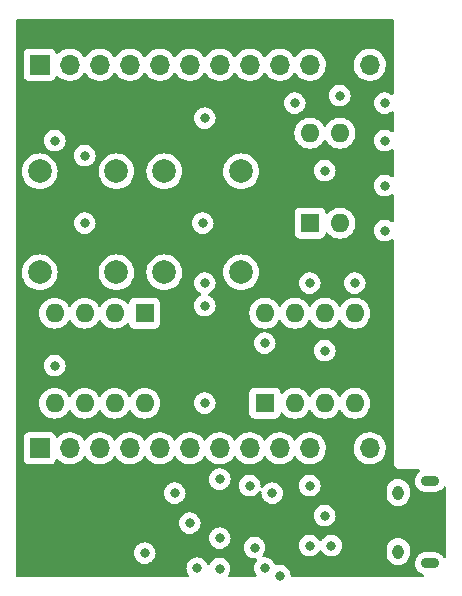
<source format=gbr>
%TF.GenerationSoftware,KiCad,Pcbnew,(6.0.9-0)*%
%TF.CreationDate,2022-11-13T08:04:19-06:00*%
%TF.ProjectId,ProgramingAddOn,50726f67-7261-46d6-996e-674164644f6e,rev?*%
%TF.SameCoordinates,Original*%
%TF.FileFunction,Copper,L4,Inr*%
%TF.FilePolarity,Positive*%
%FSLAX46Y46*%
G04 Gerber Fmt 4.6, Leading zero omitted, Abs format (unit mm)*
G04 Created by KiCad (PCBNEW (6.0.9-0)) date 2022-11-13 08:04:19*
%MOMM*%
%LPD*%
G01*
G04 APERTURE LIST*
%TA.AperFunction,ComponentPad*%
%ADD10C,2.000000*%
%TD*%
%TA.AperFunction,ComponentPad*%
%ADD11R,1.600000X1.600000*%
%TD*%
%TA.AperFunction,ComponentPad*%
%ADD12O,1.600000X1.600000*%
%TD*%
%TA.AperFunction,ComponentPad*%
%ADD13O,1.550000X0.890000*%
%TD*%
%TA.AperFunction,ComponentPad*%
%ADD14O,0.950000X1.250000*%
%TD*%
%TA.AperFunction,ComponentPad*%
%ADD15R,1.700000X1.700000*%
%TD*%
%TA.AperFunction,ComponentPad*%
%ADD16O,1.700000X1.700000*%
%TD*%
%TA.AperFunction,ViaPad*%
%ADD17C,0.800000*%
%TD*%
G04 APERTURE END LIST*
D10*
%TO.N,+3.3V*%
%TO.C,SW2*%
X74050000Y-55880000D03*
X80550000Y-55880000D03*
%TO.N,Net-(SW2-Pad2)*%
X80550000Y-60380000D03*
X74050000Y-60380000D03*
%TD*%
D11*
%TO.N,Net-(SW4-Pad2)*%
%TO.C,SW7*%
X82560000Y-80010000D03*
D12*
%TO.N,Net-(SW2-Pad2)*%
X85100000Y-80010000D03*
%TO.N,Net-(SW6-Pad2)*%
X87640000Y-80010000D03*
%TO.N,Net-(SW3-Pad2)*%
X90180000Y-80010000D03*
%TO.N,/In-0*%
X90180000Y-72390000D03*
%TO.N,/In-1*%
X87640000Y-72390000D03*
%TO.N,/In-2 {slash} RX*%
X85100000Y-72390000D03*
%TO.N,/In-3 {slash} TX*%
X82560000Y-72390000D03*
%TD*%
D13*
%TO.N,GND*%
%TO.C,J1*%
X96550000Y-86581298D03*
D14*
X93850000Y-92581298D03*
X93850000Y-87581298D03*
D13*
X96550000Y-93581298D03*
%TD*%
D11*
%TO.N,/TXD*%
%TO.C,SW1*%
X86380000Y-64770000D03*
D12*
%TO.N,/RXD*%
X88920000Y-64770000D03*
%TO.N,/In-3 {slash} TX*%
X88920000Y-57150000D03*
%TO.N,/In-2 {slash} RX*%
X86380000Y-57150000D03*
%TD*%
D10*
%TO.N,+3.3V*%
%TO.C,SW4*%
X70000000Y-64430000D03*
X63500000Y-64430000D03*
%TO.N,Net-(SW4-Pad2)*%
X63500000Y-68930000D03*
X70000000Y-68930000D03*
%TD*%
%TO.N,+3.3V*%
%TO.C,SW3*%
X70000000Y-55880000D03*
X63500000Y-55880000D03*
%TO.N,Net-(SW3-Pad2)*%
X63500000Y-60380000D03*
X70000000Y-60380000D03*
%TD*%
%TO.N,+3.3V*%
%TO.C,SW6*%
X74050000Y-64430000D03*
X80550000Y-64430000D03*
%TO.N,Net-(SW6-Pad2)*%
X80550000Y-68930000D03*
X74050000Y-68930000D03*
%TD*%
D11*
%TO.N,Net-(D5-Pad1)*%
%TO.C,SW5*%
X72390000Y-72400000D03*
D12*
%TO.N,Net-(D4-Pad1)*%
X69850000Y-72400000D03*
%TO.N,Net-(D2-Pad1)*%
X67310000Y-72400000D03*
%TO.N,Net-(D3-Pad1)*%
X64770000Y-72400000D03*
%TO.N,/Out-0*%
X64770000Y-80020000D03*
%TO.N,/Out-1*%
X67310000Y-80020000D03*
%TO.N,/Out-2*%
X69850000Y-80020000D03*
%TO.N,/Out-3*%
X72390000Y-80020000D03*
%TD*%
D15*
%TO.N,GND*%
%TO.C,J4*%
X63495000Y-51365000D03*
D16*
%TO.N,/In-3 {slash} TX*%
X66035000Y-51365000D03*
%TO.N,/In-2 {slash} RX*%
X68575000Y-51365000D03*
%TO.N,/In-1*%
X71115000Y-51365000D03*
%TO.N,/In-0*%
X73655000Y-51365000D03*
%TO.N,/Out-3*%
X76195000Y-51365000D03*
%TO.N,/Out-2*%
X78735000Y-51365000D03*
%TO.N,/Out-1*%
X81275000Y-51365000D03*
%TO.N,/Out-0*%
X83815000Y-51365000D03*
%TO.N,GND*%
X86355000Y-51365000D03*
%TO.N,+3.3V*%
X88895000Y-51365000D03*
%TO.N,/Reset*%
X91435000Y-51365000D03*
%TD*%
D15*
%TO.N,GND*%
%TO.C,J5*%
X63500000Y-83830000D03*
D16*
%TO.N,/In-3 {slash} TX*%
X66040000Y-83830000D03*
%TO.N,/In-2 {slash} RX*%
X68580000Y-83830000D03*
%TO.N,/In-1*%
X71120000Y-83830000D03*
%TO.N,/In-0*%
X73660000Y-83830000D03*
%TO.N,/Out-3*%
X76200000Y-83830000D03*
%TO.N,/Out-2*%
X78740000Y-83830000D03*
%TO.N,/Out-1*%
X81280000Y-83830000D03*
%TO.N,/Out-0*%
X83820000Y-83830000D03*
%TO.N,GND*%
X86360000Y-83830000D03*
%TO.N,+3.3V*%
X88900000Y-83830000D03*
%TO.N,/Reset*%
X91440000Y-83830000D03*
%TD*%
D17*
%TO.N,VBUS*%
X87630000Y-89535000D03*
X78740000Y-86449500D03*
X88175000Y-92075000D03*
%TO.N,GND*%
X83820000Y-94615000D03*
X72390000Y-92710000D03*
X87630000Y-60325000D03*
X88900000Y-53975000D03*
X64770000Y-57785000D03*
X67310000Y-64770000D03*
X83185000Y-87630000D03*
X92710000Y-54610000D03*
X82550000Y-74930000D03*
X85090000Y-54610000D03*
X86360000Y-92075000D03*
X76200000Y-90170000D03*
X76835000Y-93980000D03*
X87630000Y-75565000D03*
X64770000Y-76835000D03*
X77470000Y-69850000D03*
X81280000Y-86995000D03*
X86360000Y-69850000D03*
X77300000Y-64770000D03*
X77470000Y-55880000D03*
X92710000Y-57785000D03*
X74930000Y-87630000D03*
X92710000Y-61595000D03*
X81695602Y-92254846D03*
X92710000Y-65405000D03*
X67310000Y-59055000D03*
X86360000Y-86995000D03*
X90170000Y-69850000D03*
X78740000Y-91440000D03*
%TO.N,+3.3V*%
X81575767Y-89990500D03*
X74930000Y-92075000D03*
%TO.N,/TXD*%
X78730837Y-94029479D03*
%TO.N,/RXD*%
X82550000Y-93980000D03*
%TO.N,Net-(SW4-Pad2)*%
X77470000Y-71755000D03*
X77470000Y-80010000D03*
%TD*%
%TA.AperFunction,Conductor*%
%TO.N,+3.3V*%
G36*
X93413621Y-47518502D02*
G01*
X93460114Y-47572158D01*
X93471500Y-47624500D01*
X93471500Y-53793006D01*
X93451498Y-53861127D01*
X93397842Y-53907620D01*
X93327568Y-53917724D01*
X93271439Y-53894942D01*
X93172094Y-53822763D01*
X93172093Y-53822762D01*
X93166752Y-53818882D01*
X93160724Y-53816198D01*
X93160722Y-53816197D01*
X92998319Y-53743891D01*
X92998318Y-53743891D01*
X92992288Y-53741206D01*
X92898888Y-53721353D01*
X92811944Y-53702872D01*
X92811939Y-53702872D01*
X92805487Y-53701500D01*
X92614513Y-53701500D01*
X92608061Y-53702872D01*
X92608056Y-53702872D01*
X92521113Y-53721353D01*
X92427712Y-53741206D01*
X92421682Y-53743891D01*
X92421681Y-53743891D01*
X92259278Y-53816197D01*
X92259276Y-53816198D01*
X92253248Y-53818882D01*
X92098747Y-53931134D01*
X91970960Y-54073056D01*
X91875473Y-54238444D01*
X91816458Y-54420072D01*
X91796496Y-54610000D01*
X91797186Y-54616565D01*
X91813187Y-54768803D01*
X91816458Y-54799928D01*
X91875473Y-54981556D01*
X91970960Y-55146944D01*
X91975378Y-55151851D01*
X91975379Y-55151852D01*
X92019753Y-55201134D01*
X92098747Y-55288866D01*
X92253248Y-55401118D01*
X92259276Y-55403802D01*
X92259278Y-55403803D01*
X92421681Y-55476109D01*
X92427712Y-55478794D01*
X92521113Y-55498647D01*
X92608056Y-55517128D01*
X92608061Y-55517128D01*
X92614513Y-55518500D01*
X92805487Y-55518500D01*
X92811939Y-55517128D01*
X92811944Y-55517128D01*
X92898888Y-55498647D01*
X92992288Y-55478794D01*
X92998319Y-55476109D01*
X93160722Y-55403803D01*
X93160724Y-55403802D01*
X93166752Y-55401118D01*
X93271439Y-55325058D01*
X93338306Y-55301200D01*
X93407458Y-55317280D01*
X93456938Y-55368194D01*
X93471500Y-55426994D01*
X93471500Y-56968006D01*
X93451498Y-57036127D01*
X93397842Y-57082620D01*
X93327568Y-57092724D01*
X93271439Y-57069942D01*
X93172094Y-56997763D01*
X93172093Y-56997762D01*
X93166752Y-56993882D01*
X93160724Y-56991198D01*
X93160722Y-56991197D01*
X92998319Y-56918891D01*
X92998318Y-56918891D01*
X92992288Y-56916206D01*
X92898888Y-56896353D01*
X92811944Y-56877872D01*
X92811939Y-56877872D01*
X92805487Y-56876500D01*
X92614513Y-56876500D01*
X92608061Y-56877872D01*
X92608056Y-56877872D01*
X92521112Y-56896353D01*
X92427712Y-56916206D01*
X92421682Y-56918891D01*
X92421681Y-56918891D01*
X92259278Y-56991197D01*
X92259276Y-56991198D01*
X92253248Y-56993882D01*
X92098747Y-57106134D01*
X92094326Y-57111044D01*
X92094325Y-57111045D01*
X92064180Y-57144525D01*
X91970960Y-57248056D01*
X91875473Y-57413444D01*
X91816458Y-57595072D01*
X91796496Y-57785000D01*
X91816458Y-57974928D01*
X91875473Y-58156556D01*
X91970960Y-58321944D01*
X91975378Y-58326851D01*
X91975379Y-58326852D01*
X92019753Y-58376134D01*
X92098747Y-58463866D01*
X92253248Y-58576118D01*
X92259276Y-58578802D01*
X92259278Y-58578803D01*
X92421681Y-58651109D01*
X92427712Y-58653794D01*
X92521113Y-58673647D01*
X92608056Y-58692128D01*
X92608061Y-58692128D01*
X92614513Y-58693500D01*
X92805487Y-58693500D01*
X92811939Y-58692128D01*
X92811944Y-58692128D01*
X92898887Y-58673647D01*
X92992288Y-58653794D01*
X92998319Y-58651109D01*
X93160722Y-58578803D01*
X93160724Y-58578802D01*
X93166752Y-58576118D01*
X93271439Y-58500058D01*
X93338306Y-58476200D01*
X93407458Y-58492280D01*
X93456938Y-58543194D01*
X93471500Y-58601994D01*
X93471500Y-60778006D01*
X93451498Y-60846127D01*
X93397842Y-60892620D01*
X93327568Y-60902724D01*
X93271439Y-60879942D01*
X93172094Y-60807763D01*
X93172093Y-60807762D01*
X93166752Y-60803882D01*
X93160724Y-60801198D01*
X93160722Y-60801197D01*
X92998319Y-60728891D01*
X92998318Y-60728891D01*
X92992288Y-60726206D01*
X92879721Y-60702279D01*
X92811944Y-60687872D01*
X92811939Y-60687872D01*
X92805487Y-60686500D01*
X92614513Y-60686500D01*
X92608061Y-60687872D01*
X92608056Y-60687872D01*
X92540279Y-60702279D01*
X92427712Y-60726206D01*
X92421682Y-60728891D01*
X92421681Y-60728891D01*
X92259278Y-60801197D01*
X92259276Y-60801198D01*
X92253248Y-60803882D01*
X92098747Y-60916134D01*
X92094326Y-60921044D01*
X92094325Y-60921045D01*
X92016257Y-61007749D01*
X91970960Y-61058056D01*
X91875473Y-61223444D01*
X91816458Y-61405072D01*
X91796496Y-61595000D01*
X91816458Y-61784928D01*
X91875473Y-61966556D01*
X91970960Y-62131944D01*
X92098747Y-62273866D01*
X92253248Y-62386118D01*
X92259276Y-62388802D01*
X92259278Y-62388803D01*
X92421681Y-62461109D01*
X92427712Y-62463794D01*
X92521113Y-62483647D01*
X92608056Y-62502128D01*
X92608061Y-62502128D01*
X92614513Y-62503500D01*
X92805487Y-62503500D01*
X92811939Y-62502128D01*
X92811944Y-62502128D01*
X92898887Y-62483647D01*
X92992288Y-62463794D01*
X92998319Y-62461109D01*
X93160722Y-62388803D01*
X93160724Y-62388802D01*
X93166752Y-62386118D01*
X93271439Y-62310058D01*
X93338306Y-62286200D01*
X93407458Y-62302280D01*
X93456938Y-62353194D01*
X93471500Y-62411994D01*
X93471500Y-64588006D01*
X93451498Y-64656127D01*
X93397842Y-64702620D01*
X93327568Y-64712724D01*
X93271439Y-64689942D01*
X93172094Y-64617763D01*
X93172093Y-64617762D01*
X93166752Y-64613882D01*
X93160724Y-64611198D01*
X93160722Y-64611197D01*
X92998319Y-64538891D01*
X92998318Y-64538891D01*
X92992288Y-64536206D01*
X92898888Y-64516353D01*
X92811944Y-64497872D01*
X92811939Y-64497872D01*
X92805487Y-64496500D01*
X92614513Y-64496500D01*
X92608061Y-64497872D01*
X92608056Y-64497872D01*
X92521112Y-64516353D01*
X92427712Y-64536206D01*
X92421682Y-64538891D01*
X92421681Y-64538891D01*
X92259278Y-64611197D01*
X92259276Y-64611198D01*
X92253248Y-64613882D01*
X92098747Y-64726134D01*
X92094326Y-64731044D01*
X92094325Y-64731045D01*
X92064180Y-64764525D01*
X91970960Y-64868056D01*
X91875473Y-65033444D01*
X91816458Y-65215072D01*
X91796496Y-65405000D01*
X91797186Y-65411565D01*
X91813187Y-65563803D01*
X91816458Y-65594928D01*
X91875473Y-65776556D01*
X91970960Y-65941944D01*
X91975378Y-65946851D01*
X91975379Y-65946852D01*
X92044634Y-66023767D01*
X92098747Y-66083866D01*
X92253248Y-66196118D01*
X92259276Y-66198802D01*
X92259278Y-66198803D01*
X92421681Y-66271109D01*
X92427712Y-66273794D01*
X92521112Y-66293647D01*
X92608056Y-66312128D01*
X92608061Y-66312128D01*
X92614513Y-66313500D01*
X92805487Y-66313500D01*
X92811939Y-66312128D01*
X92811944Y-66312128D01*
X92898888Y-66293647D01*
X92992288Y-66273794D01*
X92998319Y-66271109D01*
X93160722Y-66198803D01*
X93160724Y-66198802D01*
X93166752Y-66196118D01*
X93271439Y-66120058D01*
X93338306Y-66096200D01*
X93407458Y-66112280D01*
X93456938Y-66163194D01*
X93471500Y-66221994D01*
X93471500Y-85081377D01*
X93471498Y-85082147D01*
X93471024Y-85159721D01*
X93473491Y-85168352D01*
X93479150Y-85188153D01*
X93482728Y-85204915D01*
X93486920Y-85234187D01*
X93490634Y-85242355D01*
X93490634Y-85242356D01*
X93497548Y-85257562D01*
X93503996Y-85275086D01*
X93511051Y-85299771D01*
X93515843Y-85307365D01*
X93515844Y-85307368D01*
X93526830Y-85324780D01*
X93534969Y-85339863D01*
X93547208Y-85366782D01*
X93553069Y-85373584D01*
X93563970Y-85386235D01*
X93575073Y-85401239D01*
X93588776Y-85422958D01*
X93595501Y-85428897D01*
X93595504Y-85428901D01*
X93610938Y-85442532D01*
X93622982Y-85454724D01*
X93636427Y-85470327D01*
X93636430Y-85470329D01*
X93642287Y-85477127D01*
X93649816Y-85482007D01*
X93649817Y-85482008D01*
X93663835Y-85491094D01*
X93678709Y-85502385D01*
X93691217Y-85513431D01*
X93697951Y-85519378D01*
X93724711Y-85531942D01*
X93739691Y-85540263D01*
X93756983Y-85551471D01*
X93756988Y-85551473D01*
X93764515Y-85556352D01*
X93773108Y-85558922D01*
X93773113Y-85558924D01*
X93789120Y-85563711D01*
X93806564Y-85570372D01*
X93821676Y-85577467D01*
X93821678Y-85577468D01*
X93829800Y-85581281D01*
X93838667Y-85582662D01*
X93838668Y-85582662D01*
X93848310Y-85584163D01*
X93859017Y-85585830D01*
X93875732Y-85589613D01*
X93895466Y-85595515D01*
X93895472Y-85595516D01*
X93904066Y-85598086D01*
X93913037Y-85598141D01*
X93913038Y-85598141D01*
X93923097Y-85598202D01*
X93938506Y-85598296D01*
X93939289Y-85598329D01*
X93940386Y-85598500D01*
X93971377Y-85598500D01*
X93972147Y-85598502D01*
X94045785Y-85598952D01*
X94045786Y-85598952D01*
X94049721Y-85598976D01*
X94051065Y-85598592D01*
X94052410Y-85598500D01*
X95560834Y-85598500D01*
X95628955Y-85618502D01*
X95675448Y-85672158D01*
X95685552Y-85742432D01*
X95656058Y-85807012D01*
X95642836Y-85820164D01*
X95525941Y-85920355D01*
X95407216Y-86073414D01*
X95321693Y-86247221D01*
X95320086Y-86253391D01*
X95320084Y-86253396D01*
X95274475Y-86428492D01*
X95272865Y-86434674D01*
X95270700Y-86475987D01*
X95263272Y-86617721D01*
X95262727Y-86628116D01*
X95291693Y-86819647D01*
X95358581Y-87001440D01*
X95361939Y-87006856D01*
X95361941Y-87006860D01*
X95457293Y-87160648D01*
X95457296Y-87160652D01*
X95460656Y-87166071D01*
X95465042Y-87170709D01*
X95527482Y-87236737D01*
X95593751Y-87306815D01*
X95752427Y-87417921D01*
X95930204Y-87494852D01*
X95936452Y-87496157D01*
X95936451Y-87496157D01*
X96115073Y-87533474D01*
X96115077Y-87533474D01*
X96119818Y-87534465D01*
X96126172Y-87534798D01*
X96928408Y-87534798D01*
X96974161Y-87530151D01*
X97066368Y-87520785D01*
X97066370Y-87520785D01*
X97072716Y-87520140D01*
X97257561Y-87462213D01*
X97426982Y-87368301D01*
X97436351Y-87360271D01*
X97569207Y-87246400D01*
X97569209Y-87246398D01*
X97574059Y-87242241D01*
X97690941Y-87091558D01*
X97748497Y-87049991D01*
X97819389Y-87046141D01*
X97881109Y-87081228D01*
X97914061Y-87144115D01*
X97916500Y-87168784D01*
X97916500Y-93001205D01*
X97896498Y-93069326D01*
X97842842Y-93115819D01*
X97772568Y-93125923D01*
X97707988Y-93096429D01*
X97683414Y-93067601D01*
X97642712Y-93001955D01*
X97642705Y-93001947D01*
X97639344Y-92996525D01*
X97547997Y-92899928D01*
X97510638Y-92860422D01*
X97510637Y-92860421D01*
X97506249Y-92855781D01*
X97360699Y-92753866D01*
X97352803Y-92748337D01*
X97352802Y-92748337D01*
X97347573Y-92744675D01*
X97169796Y-92667744D01*
X97057889Y-92644365D01*
X96984927Y-92629122D01*
X96984923Y-92629122D01*
X96980182Y-92628131D01*
X96973828Y-92627798D01*
X96171592Y-92627798D01*
X96128993Y-92632125D01*
X96033632Y-92641811D01*
X96033630Y-92641811D01*
X96027284Y-92642456D01*
X95842439Y-92700383D01*
X95673018Y-92794295D01*
X95668170Y-92798451D01*
X95668169Y-92798451D01*
X95549774Y-92899928D01*
X95525941Y-92920355D01*
X95512568Y-92937595D01*
X95424216Y-93051498D01*
X95407216Y-93073414D01*
X95321693Y-93247221D01*
X95320086Y-93253391D01*
X95320084Y-93253396D01*
X95274475Y-93428492D01*
X95272865Y-93434674D01*
X95272531Y-93441054D01*
X95263162Y-93619821D01*
X95262727Y-93628116D01*
X95291693Y-93819647D01*
X95358581Y-94001440D01*
X95361939Y-94006856D01*
X95361941Y-94006860D01*
X95457293Y-94160648D01*
X95457296Y-94160652D01*
X95460656Y-94166071D01*
X95593751Y-94306815D01*
X95752427Y-94417921D01*
X95930204Y-94494852D01*
X95934616Y-94495774D01*
X95992942Y-94535061D01*
X96021035Y-94600263D01*
X96009418Y-94670302D01*
X95961778Y-94722943D01*
X95895960Y-94741500D01*
X84858814Y-94741500D01*
X84790693Y-94721498D01*
X84744200Y-94667842D01*
X84733244Y-94617476D01*
X84733504Y-94615000D01*
X84722597Y-94511226D01*
X84714232Y-94431635D01*
X84714232Y-94431633D01*
X84713542Y-94425072D01*
X84654527Y-94243444D01*
X84559040Y-94078056D01*
X84431253Y-93936134D01*
X84307352Y-93846114D01*
X84282094Y-93827763D01*
X84282093Y-93827762D01*
X84276752Y-93823882D01*
X84270724Y-93821198D01*
X84270722Y-93821197D01*
X84108319Y-93748891D01*
X84108318Y-93748891D01*
X84102288Y-93746206D01*
X84008888Y-93726353D01*
X83921944Y-93707872D01*
X83921939Y-93707872D01*
X83915487Y-93706500D01*
X83724513Y-93706500D01*
X83718061Y-93707872D01*
X83718056Y-93707872D01*
X83547265Y-93744175D01*
X83476474Y-93738773D01*
X83419841Y-93695956D01*
X83401235Y-93659865D01*
X83386568Y-93614725D01*
X83386567Y-93614724D01*
X83384527Y-93608444D01*
X83289040Y-93443056D01*
X83243744Y-93392749D01*
X83165675Y-93306045D01*
X83165674Y-93306044D01*
X83161253Y-93301134D01*
X83047947Y-93218812D01*
X83012094Y-93192763D01*
X83012093Y-93192762D01*
X83006752Y-93188882D01*
X83000724Y-93186198D01*
X83000722Y-93186197D01*
X82838319Y-93113891D01*
X82838318Y-93113891D01*
X82832288Y-93111206D01*
X82719721Y-93087279D01*
X82651944Y-93072872D01*
X82651939Y-93072872D01*
X82645487Y-93071500D01*
X82465790Y-93071500D01*
X82397669Y-93051498D01*
X82351176Y-92997842D01*
X82341072Y-92927568D01*
X82372154Y-92861190D01*
X82430223Y-92796698D01*
X82430224Y-92796697D01*
X82434642Y-92791790D01*
X82530129Y-92626402D01*
X82589144Y-92444774D01*
X82609106Y-92254846D01*
X82606204Y-92227237D01*
X82590204Y-92075000D01*
X85446496Y-92075000D01*
X85447186Y-92081565D01*
X85463719Y-92238864D01*
X85466458Y-92264928D01*
X85525473Y-92446556D01*
X85620960Y-92611944D01*
X85625378Y-92616851D01*
X85625379Y-92616852D01*
X85635526Y-92628121D01*
X85748747Y-92753866D01*
X85903248Y-92866118D01*
X85909276Y-92868802D01*
X85909278Y-92868803D01*
X86071681Y-92941109D01*
X86077712Y-92943794D01*
X86171113Y-92963647D01*
X86258056Y-92982128D01*
X86258061Y-92982128D01*
X86264513Y-92983500D01*
X86455487Y-92983500D01*
X86461939Y-92982128D01*
X86461944Y-92982128D01*
X86548887Y-92963647D01*
X86642288Y-92943794D01*
X86648319Y-92941109D01*
X86810722Y-92868803D01*
X86810724Y-92868802D01*
X86816752Y-92866118D01*
X86971253Y-92753866D01*
X87084474Y-92628121D01*
X87094621Y-92616852D01*
X87094622Y-92616851D01*
X87099040Y-92611944D01*
X87148293Y-92526635D01*
X87158381Y-92509163D01*
X87209764Y-92460170D01*
X87279477Y-92446734D01*
X87345388Y-92473121D01*
X87376619Y-92509163D01*
X87386707Y-92526635D01*
X87435960Y-92611944D01*
X87440378Y-92616851D01*
X87440379Y-92616852D01*
X87450526Y-92628121D01*
X87563747Y-92753866D01*
X87718248Y-92866118D01*
X87724276Y-92868802D01*
X87724278Y-92868803D01*
X87886681Y-92941109D01*
X87892712Y-92943794D01*
X87986113Y-92963647D01*
X88073056Y-92982128D01*
X88073061Y-92982128D01*
X88079513Y-92983500D01*
X88270487Y-92983500D01*
X88276939Y-92982128D01*
X88276944Y-92982128D01*
X88363887Y-92963647D01*
X88457288Y-92943794D01*
X88463319Y-92941109D01*
X88625722Y-92868803D01*
X88625724Y-92868802D01*
X88631752Y-92866118D01*
X88748587Y-92781232D01*
X92866500Y-92781232D01*
X92867572Y-92791790D01*
X92878557Y-92899928D01*
X92881619Y-92930078D01*
X92902855Y-92997842D01*
X92926369Y-93072872D01*
X92941369Y-93120738D01*
X93038235Y-93295489D01*
X93042391Y-93300338D01*
X93160508Y-93438148D01*
X93168261Y-93447194D01*
X93173298Y-93451101D01*
X93173300Y-93451103D01*
X93321093Y-93565743D01*
X93321096Y-93565745D01*
X93326137Y-93569655D01*
X93331863Y-93572473D01*
X93331867Y-93572475D01*
X93444945Y-93628116D01*
X93505411Y-93657869D01*
X93594906Y-93681181D01*
X93692580Y-93706623D01*
X93692583Y-93706623D01*
X93698762Y-93708233D01*
X93792256Y-93713133D01*
X93891911Y-93718356D01*
X93891915Y-93718356D01*
X93898292Y-93718690D01*
X94095848Y-93688812D01*
X94113249Y-93682410D01*
X94277371Y-93622025D01*
X94277372Y-93622025D01*
X94283361Y-93619821D01*
X94453172Y-93514533D01*
X94598344Y-93377251D01*
X94712946Y-93213582D01*
X94792298Y-93030212D01*
X94833156Y-92834632D01*
X94833500Y-92828069D01*
X94833500Y-92381364D01*
X94830162Y-92348500D01*
X94819026Y-92238864D01*
X94819025Y-92238860D01*
X94818381Y-92232518D01*
X94758631Y-92041858D01*
X94661765Y-91867107D01*
X94606709Y-91802872D01*
X94535891Y-91720246D01*
X94535890Y-91720245D01*
X94531739Y-91715402D01*
X94526700Y-91711493D01*
X94378907Y-91596853D01*
X94378904Y-91596851D01*
X94373863Y-91592941D01*
X94368137Y-91590123D01*
X94368133Y-91590121D01*
X94200318Y-91507546D01*
X94194589Y-91504727D01*
X94075797Y-91473784D01*
X94007420Y-91455973D01*
X94007417Y-91455973D01*
X94001238Y-91454363D01*
X93907744Y-91449463D01*
X93808089Y-91444240D01*
X93808085Y-91444240D01*
X93801708Y-91443906D01*
X93604152Y-91473784D01*
X93598165Y-91475987D01*
X93598164Y-91475987D01*
X93429465Y-91538056D01*
X93416639Y-91542775D01*
X93335730Y-91592941D01*
X93276077Y-91629928D01*
X93246828Y-91648063D01*
X93242195Y-91652444D01*
X93242194Y-91652445D01*
X93194316Y-91697721D01*
X93101656Y-91785345D01*
X92987054Y-91949014D01*
X92907702Y-92132384D01*
X92866844Y-92327964D01*
X92866500Y-92334527D01*
X92866500Y-92781232D01*
X88748587Y-92781232D01*
X88786253Y-92753866D01*
X88899474Y-92628121D01*
X88909621Y-92616852D01*
X88909622Y-92616851D01*
X88914040Y-92611944D01*
X89009527Y-92446556D01*
X89068542Y-92264928D01*
X89071282Y-92238864D01*
X89087814Y-92081565D01*
X89088504Y-92075000D01*
X89075878Y-91954873D01*
X89069232Y-91891635D01*
X89069232Y-91891633D01*
X89068542Y-91885072D01*
X89009527Y-91703444D01*
X88914040Y-91538056D01*
X88884031Y-91504727D01*
X88790675Y-91401045D01*
X88790674Y-91401044D01*
X88786253Y-91396134D01*
X88631752Y-91283882D01*
X88625724Y-91281198D01*
X88625722Y-91281197D01*
X88463319Y-91208891D01*
X88463318Y-91208891D01*
X88457288Y-91206206D01*
X88363887Y-91186353D01*
X88276944Y-91167872D01*
X88276939Y-91167872D01*
X88270487Y-91166500D01*
X88079513Y-91166500D01*
X88073061Y-91167872D01*
X88073056Y-91167872D01*
X87986113Y-91186353D01*
X87892712Y-91206206D01*
X87886682Y-91208891D01*
X87886681Y-91208891D01*
X87724278Y-91281197D01*
X87724276Y-91281198D01*
X87718248Y-91283882D01*
X87563747Y-91396134D01*
X87559326Y-91401044D01*
X87559325Y-91401045D01*
X87465970Y-91504727D01*
X87435960Y-91538056D01*
X87414065Y-91575980D01*
X87376619Y-91640837D01*
X87325236Y-91689830D01*
X87255523Y-91703266D01*
X87189612Y-91676879D01*
X87158381Y-91640837D01*
X87120935Y-91575980D01*
X87099040Y-91538056D01*
X87069031Y-91504727D01*
X86975675Y-91401045D01*
X86975674Y-91401044D01*
X86971253Y-91396134D01*
X86816752Y-91283882D01*
X86810724Y-91281198D01*
X86810722Y-91281197D01*
X86648319Y-91208891D01*
X86648318Y-91208891D01*
X86642288Y-91206206D01*
X86548887Y-91186353D01*
X86461944Y-91167872D01*
X86461939Y-91167872D01*
X86455487Y-91166500D01*
X86264513Y-91166500D01*
X86258061Y-91167872D01*
X86258056Y-91167872D01*
X86171113Y-91186353D01*
X86077712Y-91206206D01*
X86071682Y-91208891D01*
X86071681Y-91208891D01*
X85909278Y-91281197D01*
X85909276Y-91281198D01*
X85903248Y-91283882D01*
X85748747Y-91396134D01*
X85744326Y-91401044D01*
X85744325Y-91401045D01*
X85650970Y-91504727D01*
X85620960Y-91538056D01*
X85525473Y-91703444D01*
X85466458Y-91885072D01*
X85465768Y-91891633D01*
X85465768Y-91891635D01*
X85459122Y-91954873D01*
X85446496Y-92075000D01*
X82590204Y-92075000D01*
X82589834Y-92071481D01*
X82589834Y-92071479D01*
X82589144Y-92064918D01*
X82530129Y-91883290D01*
X82434642Y-91717902D01*
X82365253Y-91640837D01*
X82311277Y-91580891D01*
X82311276Y-91580890D01*
X82306855Y-91575980D01*
X82152354Y-91463728D01*
X82146326Y-91461044D01*
X82146324Y-91461043D01*
X81983921Y-91388737D01*
X81983920Y-91388737D01*
X81977890Y-91386052D01*
X81884490Y-91366199D01*
X81797546Y-91347718D01*
X81797541Y-91347718D01*
X81791089Y-91346346D01*
X81600115Y-91346346D01*
X81593663Y-91347718D01*
X81593658Y-91347718D01*
X81506714Y-91366199D01*
X81413314Y-91386052D01*
X81407284Y-91388737D01*
X81407283Y-91388737D01*
X81244880Y-91461043D01*
X81244878Y-91461044D01*
X81238850Y-91463728D01*
X81084349Y-91575980D01*
X81079928Y-91580890D01*
X81079927Y-91580891D01*
X81025952Y-91640837D01*
X80956562Y-91717902D01*
X80861075Y-91883290D01*
X80802060Y-92064918D01*
X80801370Y-92071479D01*
X80801370Y-92071481D01*
X80785000Y-92227237D01*
X80782098Y-92254846D01*
X80802060Y-92444774D01*
X80861075Y-92626402D01*
X80956562Y-92791790D01*
X80960980Y-92796697D01*
X80960981Y-92796698D01*
X81072322Y-92920355D01*
X81084349Y-92933712D01*
X81238850Y-93045964D01*
X81244878Y-93048648D01*
X81244880Y-93048649D01*
X81406796Y-93120738D01*
X81413314Y-93123640D01*
X81506714Y-93143493D01*
X81593658Y-93161974D01*
X81593663Y-93161974D01*
X81600115Y-93163346D01*
X81779812Y-93163346D01*
X81847933Y-93183348D01*
X81894426Y-93237004D01*
X81904530Y-93307278D01*
X81873448Y-93373656D01*
X81810960Y-93443056D01*
X81715473Y-93608444D01*
X81656458Y-93790072D01*
X81655768Y-93796633D01*
X81655768Y-93796635D01*
X81650568Y-93846114D01*
X81636496Y-93980000D01*
X81637186Y-93986565D01*
X81655483Y-94160648D01*
X81656458Y-94169928D01*
X81715473Y-94351556D01*
X81810960Y-94516944D01*
X81823789Y-94531192D01*
X81854505Y-94595198D01*
X81845740Y-94665651D01*
X81800277Y-94720182D01*
X81730151Y-94741500D01*
X79587034Y-94741500D01*
X79518913Y-94721498D01*
X79472420Y-94667842D01*
X79462316Y-94597568D01*
X79477915Y-94552500D01*
X79488136Y-94534798D01*
X79565364Y-94401035D01*
X79624379Y-94219407D01*
X79629580Y-94169928D01*
X79643651Y-94036044D01*
X79644341Y-94029479D01*
X79624379Y-93839551D01*
X79565364Y-93657923D01*
X79469877Y-93492535D01*
X79430475Y-93448774D01*
X79346512Y-93355524D01*
X79346511Y-93355523D01*
X79342090Y-93350613D01*
X79199784Y-93247221D01*
X79192931Y-93242242D01*
X79192930Y-93242241D01*
X79187589Y-93238361D01*
X79181561Y-93235677D01*
X79181559Y-93235676D01*
X79019156Y-93163370D01*
X79019155Y-93163370D01*
X79013125Y-93160685D01*
X78919724Y-93140832D01*
X78832781Y-93122351D01*
X78832776Y-93122351D01*
X78826324Y-93120979D01*
X78635350Y-93120979D01*
X78628898Y-93122351D01*
X78628893Y-93122351D01*
X78541950Y-93140832D01*
X78448549Y-93160685D01*
X78442519Y-93163370D01*
X78442518Y-93163370D01*
X78280115Y-93235676D01*
X78280113Y-93235677D01*
X78274085Y-93238361D01*
X78268744Y-93242241D01*
X78268743Y-93242242D01*
X78261890Y-93247221D01*
X78119584Y-93350613D01*
X78115163Y-93355523D01*
X78115162Y-93355524D01*
X78031200Y-93448774D01*
X77991797Y-93492535D01*
X77902982Y-93646367D01*
X77851600Y-93695360D01*
X77781886Y-93708796D01*
X77715975Y-93682410D01*
X77674030Y-93622303D01*
X77673846Y-93621735D01*
X77669527Y-93608444D01*
X77574040Y-93443056D01*
X77528744Y-93392749D01*
X77450675Y-93306045D01*
X77450674Y-93306044D01*
X77446253Y-93301134D01*
X77332947Y-93218812D01*
X77297094Y-93192763D01*
X77297093Y-93192762D01*
X77291752Y-93188882D01*
X77285724Y-93186198D01*
X77285722Y-93186197D01*
X77123319Y-93113891D01*
X77123318Y-93113891D01*
X77117288Y-93111206D01*
X77004721Y-93087279D01*
X76936944Y-93072872D01*
X76936939Y-93072872D01*
X76930487Y-93071500D01*
X76739513Y-93071500D01*
X76733061Y-93072872D01*
X76733056Y-93072872D01*
X76665279Y-93087279D01*
X76552712Y-93111206D01*
X76546682Y-93113891D01*
X76546681Y-93113891D01*
X76384278Y-93186197D01*
X76384276Y-93186198D01*
X76378248Y-93188882D01*
X76372907Y-93192762D01*
X76372906Y-93192763D01*
X76337053Y-93218812D01*
X76223747Y-93301134D01*
X76219326Y-93306044D01*
X76219325Y-93306045D01*
X76141257Y-93392749D01*
X76095960Y-93443056D01*
X76000473Y-93608444D01*
X75941458Y-93790072D01*
X75940768Y-93796633D01*
X75940768Y-93796635D01*
X75935568Y-93846114D01*
X75921496Y-93980000D01*
X75922186Y-93986565D01*
X75940483Y-94160648D01*
X75941458Y-94169928D01*
X76000473Y-94351556D01*
X76095960Y-94516944D01*
X76108789Y-94531192D01*
X76139505Y-94595198D01*
X76130740Y-94665651D01*
X76085277Y-94720182D01*
X76015151Y-94741500D01*
X61594500Y-94741500D01*
X61526379Y-94721498D01*
X61479886Y-94667842D01*
X61468500Y-94615500D01*
X61468500Y-92710000D01*
X71476496Y-92710000D01*
X71477186Y-92716565D01*
X71493187Y-92868803D01*
X71496458Y-92899928D01*
X71555473Y-93081556D01*
X71650960Y-93246944D01*
X71655378Y-93251851D01*
X71655379Y-93251852D01*
X71744304Y-93350613D01*
X71778747Y-93388866D01*
X71841796Y-93434674D01*
X71921435Y-93492535D01*
X71933248Y-93501118D01*
X71939276Y-93503802D01*
X71939278Y-93503803D01*
X72087185Y-93569655D01*
X72107712Y-93578794D01*
X72201113Y-93598647D01*
X72288056Y-93617128D01*
X72288061Y-93617128D01*
X72294513Y-93618500D01*
X72485487Y-93618500D01*
X72491939Y-93617128D01*
X72491944Y-93617128D01*
X72578887Y-93598647D01*
X72672288Y-93578794D01*
X72692815Y-93569655D01*
X72840722Y-93503803D01*
X72840724Y-93503802D01*
X72846752Y-93501118D01*
X72858566Y-93492535D01*
X72938204Y-93434674D01*
X73001253Y-93388866D01*
X73035696Y-93350613D01*
X73124621Y-93251852D01*
X73124622Y-93251851D01*
X73129040Y-93246944D01*
X73224527Y-93081556D01*
X73283542Y-92899928D01*
X73286814Y-92868803D01*
X73302814Y-92716565D01*
X73303504Y-92710000D01*
X73295319Y-92632125D01*
X73284232Y-92526635D01*
X73284232Y-92526633D01*
X73283542Y-92520072D01*
X73224527Y-92338444D01*
X73218477Y-92327964D01*
X73132341Y-92178774D01*
X73129040Y-92173056D01*
X73087143Y-92126524D01*
X73005675Y-92036045D01*
X73005674Y-92036044D01*
X73001253Y-92031134D01*
X72846752Y-91918882D01*
X72840724Y-91916198D01*
X72840722Y-91916197D01*
X72678319Y-91843891D01*
X72678318Y-91843891D01*
X72672288Y-91841206D01*
X72559721Y-91817279D01*
X72491944Y-91802872D01*
X72491939Y-91802872D01*
X72485487Y-91801500D01*
X72294513Y-91801500D01*
X72288061Y-91802872D01*
X72288056Y-91802872D01*
X72220279Y-91817279D01*
X72107712Y-91841206D01*
X72101682Y-91843891D01*
X72101681Y-91843891D01*
X71939278Y-91916197D01*
X71939276Y-91916198D01*
X71933248Y-91918882D01*
X71778747Y-92031134D01*
X71774326Y-92036044D01*
X71774325Y-92036045D01*
X71692858Y-92126524D01*
X71650960Y-92173056D01*
X71647659Y-92178774D01*
X71561524Y-92327964D01*
X71555473Y-92338444D01*
X71496458Y-92520072D01*
X71495768Y-92526633D01*
X71495768Y-92526635D01*
X71484681Y-92632125D01*
X71476496Y-92710000D01*
X61468500Y-92710000D01*
X61468500Y-91440000D01*
X77826496Y-91440000D01*
X77827186Y-91446565D01*
X77842571Y-91592941D01*
X77846458Y-91629928D01*
X77905473Y-91811556D01*
X78000960Y-91976944D01*
X78005378Y-91981851D01*
X78005379Y-91981852D01*
X78049753Y-92031134D01*
X78128747Y-92118866D01*
X78283248Y-92231118D01*
X78289276Y-92233802D01*
X78289278Y-92233803D01*
X78451681Y-92306109D01*
X78457712Y-92308794D01*
X78525614Y-92323227D01*
X78638056Y-92347128D01*
X78638061Y-92347128D01*
X78644513Y-92348500D01*
X78835487Y-92348500D01*
X78841939Y-92347128D01*
X78841944Y-92347128D01*
X78954386Y-92323227D01*
X79022288Y-92308794D01*
X79028319Y-92306109D01*
X79190722Y-92233803D01*
X79190724Y-92233802D01*
X79196752Y-92231118D01*
X79351253Y-92118866D01*
X79430247Y-92031134D01*
X79474621Y-91981852D01*
X79474622Y-91981851D01*
X79479040Y-91976944D01*
X79574527Y-91811556D01*
X79633542Y-91629928D01*
X79637430Y-91592941D01*
X79652814Y-91446565D01*
X79653504Y-91440000D01*
X79643661Y-91346346D01*
X79634232Y-91256635D01*
X79634232Y-91256633D01*
X79633542Y-91250072D01*
X79574527Y-91068444D01*
X79479040Y-90903056D01*
X79433744Y-90852749D01*
X79355675Y-90766045D01*
X79355674Y-90766044D01*
X79351253Y-90761134D01*
X79196752Y-90648882D01*
X79190724Y-90646198D01*
X79190722Y-90646197D01*
X79028319Y-90573891D01*
X79028318Y-90573891D01*
X79022288Y-90571206D01*
X78909721Y-90547279D01*
X78841944Y-90532872D01*
X78841939Y-90532872D01*
X78835487Y-90531500D01*
X78644513Y-90531500D01*
X78638061Y-90532872D01*
X78638056Y-90532872D01*
X78570279Y-90547279D01*
X78457712Y-90571206D01*
X78451682Y-90573891D01*
X78451681Y-90573891D01*
X78289278Y-90646197D01*
X78289276Y-90646198D01*
X78283248Y-90648882D01*
X78128747Y-90761134D01*
X78124326Y-90766044D01*
X78124325Y-90766045D01*
X78046257Y-90852749D01*
X78000960Y-90903056D01*
X77905473Y-91068444D01*
X77846458Y-91250072D01*
X77845768Y-91256633D01*
X77845768Y-91256635D01*
X77836339Y-91346346D01*
X77826496Y-91440000D01*
X61468500Y-91440000D01*
X61468500Y-90170000D01*
X75286496Y-90170000D01*
X75287186Y-90176565D01*
X75303187Y-90328803D01*
X75306458Y-90359928D01*
X75365473Y-90541556D01*
X75460960Y-90706944D01*
X75465378Y-90711851D01*
X75465379Y-90711852D01*
X75509753Y-90761134D01*
X75588747Y-90848866D01*
X75743248Y-90961118D01*
X75749276Y-90963802D01*
X75749278Y-90963803D01*
X75911681Y-91036109D01*
X75917712Y-91038794D01*
X76011113Y-91058647D01*
X76098056Y-91077128D01*
X76098061Y-91077128D01*
X76104513Y-91078500D01*
X76295487Y-91078500D01*
X76301939Y-91077128D01*
X76301944Y-91077128D01*
X76388887Y-91058647D01*
X76482288Y-91038794D01*
X76488319Y-91036109D01*
X76650722Y-90963803D01*
X76650724Y-90963802D01*
X76656752Y-90961118D01*
X76811253Y-90848866D01*
X76890247Y-90761134D01*
X76934621Y-90711852D01*
X76934622Y-90711851D01*
X76939040Y-90706944D01*
X77034527Y-90541556D01*
X77093542Y-90359928D01*
X77096814Y-90328803D01*
X77112814Y-90176565D01*
X77113504Y-90170000D01*
X77093542Y-89980072D01*
X77034527Y-89798444D01*
X76939040Y-89633056D01*
X76850750Y-89535000D01*
X86716496Y-89535000D01*
X86736458Y-89724928D01*
X86795473Y-89906556D01*
X86890960Y-90071944D01*
X87018747Y-90213866D01*
X87173248Y-90326118D01*
X87179276Y-90328802D01*
X87179278Y-90328803D01*
X87341681Y-90401109D01*
X87347712Y-90403794D01*
X87441113Y-90423647D01*
X87528056Y-90442128D01*
X87528061Y-90442128D01*
X87534513Y-90443500D01*
X87725487Y-90443500D01*
X87731939Y-90442128D01*
X87731944Y-90442128D01*
X87818887Y-90423647D01*
X87912288Y-90403794D01*
X87918319Y-90401109D01*
X88080722Y-90328803D01*
X88080724Y-90328802D01*
X88086752Y-90326118D01*
X88241253Y-90213866D01*
X88369040Y-90071944D01*
X88464527Y-89906556D01*
X88523542Y-89724928D01*
X88543504Y-89535000D01*
X88538485Y-89487251D01*
X88524232Y-89351635D01*
X88524232Y-89351633D01*
X88523542Y-89345072D01*
X88464527Y-89163444D01*
X88369040Y-88998056D01*
X88241253Y-88856134D01*
X88086752Y-88743882D01*
X88080724Y-88741198D01*
X88080722Y-88741197D01*
X87918319Y-88668891D01*
X87918318Y-88668891D01*
X87912288Y-88666206D01*
X87818887Y-88646353D01*
X87731944Y-88627872D01*
X87731939Y-88627872D01*
X87725487Y-88626500D01*
X87534513Y-88626500D01*
X87528061Y-88627872D01*
X87528056Y-88627872D01*
X87441113Y-88646353D01*
X87347712Y-88666206D01*
X87341682Y-88668891D01*
X87341681Y-88668891D01*
X87179278Y-88741197D01*
X87179276Y-88741198D01*
X87173248Y-88743882D01*
X87018747Y-88856134D01*
X86890960Y-88998056D01*
X86795473Y-89163444D01*
X86736458Y-89345072D01*
X86735768Y-89351633D01*
X86735768Y-89351635D01*
X86721515Y-89487251D01*
X86716496Y-89535000D01*
X76850750Y-89535000D01*
X76811253Y-89491134D01*
X76656752Y-89378882D01*
X76650724Y-89376198D01*
X76650722Y-89376197D01*
X76488319Y-89303891D01*
X76488318Y-89303891D01*
X76482288Y-89301206D01*
X76388887Y-89281353D01*
X76301944Y-89262872D01*
X76301939Y-89262872D01*
X76295487Y-89261500D01*
X76104513Y-89261500D01*
X76098061Y-89262872D01*
X76098056Y-89262872D01*
X76011113Y-89281353D01*
X75917712Y-89301206D01*
X75911682Y-89303891D01*
X75911681Y-89303891D01*
X75749278Y-89376197D01*
X75749276Y-89376198D01*
X75743248Y-89378882D01*
X75588747Y-89491134D01*
X75460960Y-89633056D01*
X75365473Y-89798444D01*
X75306458Y-89980072D01*
X75286496Y-90170000D01*
X61468500Y-90170000D01*
X61468500Y-87630000D01*
X74016496Y-87630000D01*
X74017186Y-87636565D01*
X74033187Y-87788803D01*
X74036458Y-87819928D01*
X74095473Y-88001556D01*
X74098776Y-88007278D01*
X74098777Y-88007279D01*
X74115401Y-88036072D01*
X74190960Y-88166944D01*
X74195378Y-88171851D01*
X74195379Y-88171852D01*
X74232953Y-88213582D01*
X74318747Y-88308866D01*
X74473248Y-88421118D01*
X74479276Y-88423802D01*
X74479278Y-88423803D01*
X74641681Y-88496109D01*
X74647712Y-88498794D01*
X74721758Y-88514533D01*
X74828056Y-88537128D01*
X74828061Y-88537128D01*
X74834513Y-88538500D01*
X75025487Y-88538500D01*
X75031939Y-88537128D01*
X75031944Y-88537128D01*
X75138242Y-88514533D01*
X75212288Y-88498794D01*
X75218319Y-88496109D01*
X75380722Y-88423803D01*
X75380724Y-88423802D01*
X75386752Y-88421118D01*
X75541253Y-88308866D01*
X75627047Y-88213582D01*
X75664621Y-88171852D01*
X75664622Y-88171851D01*
X75669040Y-88166944D01*
X75744599Y-88036072D01*
X75761223Y-88007279D01*
X75761224Y-88007278D01*
X75764527Y-88001556D01*
X75823542Y-87819928D01*
X75826814Y-87788803D01*
X75842814Y-87636565D01*
X75843504Y-87630000D01*
X75832025Y-87520785D01*
X75824232Y-87446635D01*
X75824232Y-87446633D01*
X75823542Y-87440072D01*
X75764527Y-87258444D01*
X75757574Y-87246400D01*
X75672341Y-87098774D01*
X75669040Y-87093056D01*
X75577466Y-86991352D01*
X75545675Y-86956045D01*
X75545674Y-86956044D01*
X75541253Y-86951134D01*
X75386752Y-86838882D01*
X75380724Y-86836198D01*
X75380722Y-86836197D01*
X75218319Y-86763891D01*
X75218318Y-86763891D01*
X75212288Y-86761206D01*
X75118887Y-86741353D01*
X75031944Y-86722872D01*
X75031939Y-86722872D01*
X75025487Y-86721500D01*
X74834513Y-86721500D01*
X74828061Y-86722872D01*
X74828056Y-86722872D01*
X74741113Y-86741353D01*
X74647712Y-86761206D01*
X74641682Y-86763891D01*
X74641681Y-86763891D01*
X74479278Y-86836197D01*
X74479276Y-86836198D01*
X74473248Y-86838882D01*
X74318747Y-86951134D01*
X74314326Y-86956044D01*
X74314325Y-86956045D01*
X74282535Y-86991352D01*
X74190960Y-87093056D01*
X74187659Y-87098774D01*
X74102427Y-87246400D01*
X74095473Y-87258444D01*
X74036458Y-87440072D01*
X74035768Y-87446633D01*
X74035768Y-87446635D01*
X74027975Y-87520785D01*
X74016496Y-87630000D01*
X61468500Y-87630000D01*
X61468500Y-86449500D01*
X77826496Y-86449500D01*
X77827186Y-86456065D01*
X77845439Y-86629729D01*
X77846458Y-86639428D01*
X77905473Y-86821056D01*
X77908776Y-86826778D01*
X77908777Y-86826779D01*
X77929261Y-86862258D01*
X78000960Y-86986444D01*
X78005378Y-86991351D01*
X78005379Y-86991352D01*
X78102102Y-87098774D01*
X78128747Y-87128366D01*
X78283248Y-87240618D01*
X78289276Y-87243302D01*
X78289278Y-87243303D01*
X78451681Y-87315609D01*
X78457712Y-87318294D01*
X78526235Y-87332859D01*
X78638056Y-87356628D01*
X78638061Y-87356628D01*
X78644513Y-87358000D01*
X78835487Y-87358000D01*
X78841939Y-87356628D01*
X78841944Y-87356628D01*
X78953765Y-87332859D01*
X79022288Y-87318294D01*
X79028319Y-87315609D01*
X79190722Y-87243303D01*
X79190724Y-87243302D01*
X79196752Y-87240618D01*
X79351253Y-87128366D01*
X79377898Y-87098774D01*
X79471336Y-86995000D01*
X80366496Y-86995000D01*
X80367186Y-87001565D01*
X80384964Y-87170709D01*
X80386458Y-87184928D01*
X80445473Y-87366556D01*
X80448776Y-87372278D01*
X80448777Y-87372279D01*
X80473014Y-87414259D01*
X80540960Y-87531944D01*
X80668747Y-87673866D01*
X80823248Y-87786118D01*
X80829276Y-87788802D01*
X80829278Y-87788803D01*
X80942852Y-87839369D01*
X80997712Y-87863794D01*
X81091112Y-87883647D01*
X81178056Y-87902128D01*
X81178061Y-87902128D01*
X81184513Y-87903500D01*
X81375487Y-87903500D01*
X81381939Y-87902128D01*
X81381944Y-87902128D01*
X81468888Y-87883647D01*
X81562288Y-87863794D01*
X81617148Y-87839369D01*
X81730722Y-87788803D01*
X81730724Y-87788802D01*
X81736752Y-87786118D01*
X81891253Y-87673866D01*
X82019040Y-87531944D01*
X82043892Y-87488899D01*
X82095273Y-87439907D01*
X82164986Y-87426470D01*
X82230897Y-87452857D01*
X82272080Y-87510688D01*
X82278320Y-87565070D01*
X82271496Y-87630000D01*
X82272186Y-87636565D01*
X82288187Y-87788803D01*
X82291458Y-87819928D01*
X82350473Y-88001556D01*
X82353776Y-88007278D01*
X82353777Y-88007279D01*
X82370401Y-88036072D01*
X82445960Y-88166944D01*
X82450378Y-88171851D01*
X82450379Y-88171852D01*
X82487953Y-88213582D01*
X82573747Y-88308866D01*
X82728248Y-88421118D01*
X82734276Y-88423802D01*
X82734278Y-88423803D01*
X82896681Y-88496109D01*
X82902712Y-88498794D01*
X82976758Y-88514533D01*
X83083056Y-88537128D01*
X83083061Y-88537128D01*
X83089513Y-88538500D01*
X83280487Y-88538500D01*
X83286939Y-88537128D01*
X83286944Y-88537128D01*
X83393242Y-88514533D01*
X83467288Y-88498794D01*
X83473319Y-88496109D01*
X83635722Y-88423803D01*
X83635724Y-88423802D01*
X83641752Y-88421118D01*
X83796253Y-88308866D01*
X83882047Y-88213582D01*
X83919621Y-88171852D01*
X83919622Y-88171851D01*
X83924040Y-88166944D01*
X83999599Y-88036072D01*
X84016223Y-88007279D01*
X84016224Y-88007278D01*
X84019527Y-88001556D01*
X84078542Y-87819928D01*
X84081814Y-87788803D01*
X84097814Y-87636565D01*
X84098504Y-87630000D01*
X84087025Y-87520785D01*
X84079232Y-87446635D01*
X84079232Y-87446633D01*
X84078542Y-87440072D01*
X84019527Y-87258444D01*
X84012574Y-87246400D01*
X83927341Y-87098774D01*
X83924040Y-87093056D01*
X83835751Y-86995000D01*
X85446496Y-86995000D01*
X85447186Y-87001565D01*
X85464964Y-87170709D01*
X85466458Y-87184928D01*
X85525473Y-87366556D01*
X85528776Y-87372278D01*
X85528777Y-87372279D01*
X85553014Y-87414259D01*
X85620960Y-87531944D01*
X85748747Y-87673866D01*
X85903248Y-87786118D01*
X85909276Y-87788802D01*
X85909278Y-87788803D01*
X86022852Y-87839369D01*
X86077712Y-87863794D01*
X86171112Y-87883647D01*
X86258056Y-87902128D01*
X86258061Y-87902128D01*
X86264513Y-87903500D01*
X86455487Y-87903500D01*
X86461939Y-87902128D01*
X86461944Y-87902128D01*
X86548888Y-87883647D01*
X86642288Y-87863794D01*
X86697148Y-87839369D01*
X86810722Y-87788803D01*
X86810724Y-87788802D01*
X86816752Y-87786118D01*
X86823477Y-87781232D01*
X92866500Y-87781232D01*
X92866823Y-87784411D01*
X92875026Y-87865166D01*
X92881619Y-87930078D01*
X92941369Y-88120738D01*
X93038235Y-88295489D01*
X93042391Y-88300338D01*
X93148213Y-88423803D01*
X93168261Y-88447194D01*
X93173298Y-88451101D01*
X93173300Y-88451103D01*
X93321093Y-88565743D01*
X93321096Y-88565745D01*
X93326137Y-88569655D01*
X93331863Y-88572473D01*
X93331867Y-88572475D01*
X93441661Y-88626500D01*
X93505411Y-88657869D01*
X93594906Y-88681181D01*
X93692580Y-88706623D01*
X93692583Y-88706623D01*
X93698762Y-88708233D01*
X93792256Y-88713133D01*
X93891911Y-88718356D01*
X93891915Y-88718356D01*
X93898292Y-88718690D01*
X94095848Y-88688812D01*
X94283361Y-88619821D01*
X94407531Y-88542832D01*
X94447750Y-88517895D01*
X94447751Y-88517894D01*
X94453172Y-88514533D01*
X94598344Y-88377251D01*
X94712946Y-88213582D01*
X94792298Y-88030212D01*
X94833156Y-87834632D01*
X94833500Y-87828069D01*
X94833500Y-87381364D01*
X94821653Y-87264729D01*
X94819026Y-87238864D01*
X94819025Y-87238860D01*
X94818381Y-87232518D01*
X94770969Y-87081228D01*
X94760540Y-87047949D01*
X94760539Y-87047948D01*
X94758631Y-87041858D01*
X94661765Y-86867107D01*
X94640900Y-86842763D01*
X94535891Y-86720246D01*
X94535890Y-86720245D01*
X94531739Y-86715402D01*
X94526700Y-86711493D01*
X94378907Y-86596853D01*
X94378904Y-86596851D01*
X94373863Y-86592941D01*
X94368137Y-86590123D01*
X94368133Y-86590121D01*
X94200318Y-86507546D01*
X94194589Y-86504727D01*
X94075797Y-86473784D01*
X94007420Y-86455973D01*
X94007417Y-86455973D01*
X94001238Y-86454363D01*
X93907744Y-86449463D01*
X93808089Y-86444240D01*
X93808085Y-86444240D01*
X93801708Y-86443906D01*
X93604152Y-86473784D01*
X93416639Y-86542775D01*
X93335730Y-86592941D01*
X93260755Y-86639428D01*
X93246828Y-86648063D01*
X93101656Y-86785345D01*
X92987054Y-86949014D01*
X92907702Y-87132384D01*
X92866844Y-87327964D01*
X92866500Y-87334527D01*
X92866500Y-87781232D01*
X86823477Y-87781232D01*
X86971253Y-87673866D01*
X87099040Y-87531944D01*
X87166986Y-87414259D01*
X87191223Y-87372279D01*
X87191224Y-87372278D01*
X87194527Y-87366556D01*
X87253542Y-87184928D01*
X87255037Y-87170709D01*
X87272814Y-87001565D01*
X87273504Y-86995000D01*
X87260062Y-86867107D01*
X87254232Y-86811635D01*
X87254232Y-86811633D01*
X87253542Y-86805072D01*
X87194527Y-86623444D01*
X87099040Y-86458056D01*
X87083732Y-86441054D01*
X86975675Y-86321045D01*
X86975674Y-86321044D01*
X86971253Y-86316134D01*
X86816752Y-86203882D01*
X86810724Y-86201198D01*
X86810722Y-86201197D01*
X86648319Y-86128891D01*
X86648318Y-86128891D01*
X86642288Y-86126206D01*
X86548888Y-86106353D01*
X86461944Y-86087872D01*
X86461939Y-86087872D01*
X86455487Y-86086500D01*
X86264513Y-86086500D01*
X86258061Y-86087872D01*
X86258056Y-86087872D01*
X86171112Y-86106353D01*
X86077712Y-86126206D01*
X86071682Y-86128891D01*
X86071681Y-86128891D01*
X85909278Y-86201197D01*
X85909276Y-86201198D01*
X85903248Y-86203882D01*
X85748747Y-86316134D01*
X85744326Y-86321044D01*
X85744325Y-86321045D01*
X85636269Y-86441054D01*
X85620960Y-86458056D01*
X85525473Y-86623444D01*
X85466458Y-86805072D01*
X85465768Y-86811633D01*
X85465768Y-86811635D01*
X85459938Y-86867107D01*
X85446496Y-86995000D01*
X83835751Y-86995000D01*
X83832466Y-86991352D01*
X83800675Y-86956045D01*
X83800674Y-86956044D01*
X83796253Y-86951134D01*
X83641752Y-86838882D01*
X83635724Y-86836198D01*
X83635722Y-86836197D01*
X83473319Y-86763891D01*
X83473318Y-86763891D01*
X83467288Y-86761206D01*
X83373887Y-86741353D01*
X83286944Y-86722872D01*
X83286939Y-86722872D01*
X83280487Y-86721500D01*
X83089513Y-86721500D01*
X83083061Y-86722872D01*
X83083056Y-86722872D01*
X82996113Y-86741353D01*
X82902712Y-86761206D01*
X82896682Y-86763891D01*
X82896681Y-86763891D01*
X82734278Y-86836197D01*
X82734276Y-86836198D01*
X82728248Y-86838882D01*
X82573747Y-86951134D01*
X82569326Y-86956044D01*
X82569325Y-86956045D01*
X82537535Y-86991352D01*
X82445960Y-87093056D01*
X82421108Y-87136101D01*
X82369727Y-87185093D01*
X82300014Y-87198530D01*
X82234103Y-87172143D01*
X82192920Y-87114312D01*
X82186680Y-87059930D01*
X82192814Y-87001565D01*
X82193504Y-86995000D01*
X82180062Y-86867107D01*
X82174232Y-86811635D01*
X82174232Y-86811633D01*
X82173542Y-86805072D01*
X82114527Y-86623444D01*
X82019040Y-86458056D01*
X82003732Y-86441054D01*
X81895675Y-86321045D01*
X81895674Y-86321044D01*
X81891253Y-86316134D01*
X81736752Y-86203882D01*
X81730724Y-86201198D01*
X81730722Y-86201197D01*
X81568319Y-86128891D01*
X81568318Y-86128891D01*
X81562288Y-86126206D01*
X81468888Y-86106353D01*
X81381944Y-86087872D01*
X81381939Y-86087872D01*
X81375487Y-86086500D01*
X81184513Y-86086500D01*
X81178061Y-86087872D01*
X81178056Y-86087872D01*
X81091112Y-86106353D01*
X80997712Y-86126206D01*
X80991682Y-86128891D01*
X80991681Y-86128891D01*
X80829278Y-86201197D01*
X80829276Y-86201198D01*
X80823248Y-86203882D01*
X80668747Y-86316134D01*
X80664326Y-86321044D01*
X80664325Y-86321045D01*
X80556269Y-86441054D01*
X80540960Y-86458056D01*
X80445473Y-86623444D01*
X80386458Y-86805072D01*
X80385768Y-86811633D01*
X80385768Y-86811635D01*
X80379938Y-86867107D01*
X80366496Y-86995000D01*
X79471336Y-86995000D01*
X79474621Y-86991352D01*
X79474622Y-86991351D01*
X79479040Y-86986444D01*
X79550739Y-86862258D01*
X79571223Y-86826779D01*
X79571224Y-86826778D01*
X79574527Y-86821056D01*
X79633542Y-86639428D01*
X79634562Y-86629729D01*
X79652814Y-86456065D01*
X79653504Y-86449500D01*
X79633542Y-86259572D01*
X79574527Y-86077944D01*
X79569552Y-86069326D01*
X79486458Y-85925405D01*
X79479040Y-85912556D01*
X79432099Y-85860422D01*
X79355675Y-85775545D01*
X79355674Y-85775544D01*
X79351253Y-85770634D01*
X79196752Y-85658382D01*
X79190724Y-85655698D01*
X79190722Y-85655697D01*
X79028319Y-85583391D01*
X79028318Y-85583391D01*
X79022288Y-85580706D01*
X78928888Y-85560853D01*
X78841944Y-85542372D01*
X78841939Y-85542372D01*
X78835487Y-85541000D01*
X78644513Y-85541000D01*
X78638061Y-85542372D01*
X78638056Y-85542372D01*
X78551112Y-85560853D01*
X78457712Y-85580706D01*
X78451682Y-85583391D01*
X78451681Y-85583391D01*
X78289278Y-85655697D01*
X78289276Y-85655698D01*
X78283248Y-85658382D01*
X78128747Y-85770634D01*
X78124326Y-85775544D01*
X78124325Y-85775545D01*
X78047902Y-85860422D01*
X78000960Y-85912556D01*
X77993542Y-85925405D01*
X77910449Y-86069326D01*
X77905473Y-86077944D01*
X77846458Y-86259572D01*
X77826496Y-86449500D01*
X61468500Y-86449500D01*
X61468500Y-84728134D01*
X62141500Y-84728134D01*
X62148255Y-84790316D01*
X62199385Y-84926705D01*
X62286739Y-85043261D01*
X62403295Y-85130615D01*
X62539684Y-85181745D01*
X62601866Y-85188500D01*
X64398134Y-85188500D01*
X64460316Y-85181745D01*
X64596705Y-85130615D01*
X64713261Y-85043261D01*
X64800615Y-84926705D01*
X64830136Y-84847958D01*
X64844598Y-84809382D01*
X64887240Y-84752618D01*
X64953802Y-84727918D01*
X65023150Y-84743126D01*
X65057817Y-84771114D01*
X65086250Y-84803938D01*
X65258126Y-84946632D01*
X65451000Y-85059338D01*
X65659692Y-85139030D01*
X65664760Y-85140061D01*
X65664763Y-85140062D01*
X65761391Y-85159721D01*
X65878597Y-85183567D01*
X65883772Y-85183757D01*
X65883774Y-85183757D01*
X66096673Y-85191564D01*
X66096677Y-85191564D01*
X66101837Y-85191753D01*
X66106957Y-85191097D01*
X66106959Y-85191097D01*
X66318288Y-85164025D01*
X66318289Y-85164025D01*
X66323416Y-85163368D01*
X66365487Y-85150746D01*
X66532429Y-85100661D01*
X66532434Y-85100659D01*
X66537384Y-85099174D01*
X66737994Y-85000896D01*
X66919860Y-84871173D01*
X67078096Y-84713489D01*
X67137594Y-84630689D01*
X67208453Y-84532077D01*
X67209776Y-84533028D01*
X67256645Y-84489857D01*
X67326580Y-84477625D01*
X67392026Y-84505144D01*
X67419875Y-84536994D01*
X67479987Y-84635088D01*
X67626250Y-84803938D01*
X67798126Y-84946632D01*
X67991000Y-85059338D01*
X68199692Y-85139030D01*
X68204760Y-85140061D01*
X68204763Y-85140062D01*
X68301391Y-85159721D01*
X68418597Y-85183567D01*
X68423772Y-85183757D01*
X68423774Y-85183757D01*
X68636673Y-85191564D01*
X68636677Y-85191564D01*
X68641837Y-85191753D01*
X68646957Y-85191097D01*
X68646959Y-85191097D01*
X68858288Y-85164025D01*
X68858289Y-85164025D01*
X68863416Y-85163368D01*
X68905487Y-85150746D01*
X69072429Y-85100661D01*
X69072434Y-85100659D01*
X69077384Y-85099174D01*
X69277994Y-85000896D01*
X69459860Y-84871173D01*
X69618096Y-84713489D01*
X69677594Y-84630689D01*
X69748453Y-84532077D01*
X69749776Y-84533028D01*
X69796645Y-84489857D01*
X69866580Y-84477625D01*
X69932026Y-84505144D01*
X69959875Y-84536994D01*
X70019987Y-84635088D01*
X70166250Y-84803938D01*
X70338126Y-84946632D01*
X70531000Y-85059338D01*
X70739692Y-85139030D01*
X70744760Y-85140061D01*
X70744763Y-85140062D01*
X70841391Y-85159721D01*
X70958597Y-85183567D01*
X70963772Y-85183757D01*
X70963774Y-85183757D01*
X71176673Y-85191564D01*
X71176677Y-85191564D01*
X71181837Y-85191753D01*
X71186957Y-85191097D01*
X71186959Y-85191097D01*
X71398288Y-85164025D01*
X71398289Y-85164025D01*
X71403416Y-85163368D01*
X71445487Y-85150746D01*
X71612429Y-85100661D01*
X71612434Y-85100659D01*
X71617384Y-85099174D01*
X71817994Y-85000896D01*
X71999860Y-84871173D01*
X72158096Y-84713489D01*
X72217594Y-84630689D01*
X72288453Y-84532077D01*
X72289776Y-84533028D01*
X72336645Y-84489857D01*
X72406580Y-84477625D01*
X72472026Y-84505144D01*
X72499875Y-84536994D01*
X72559987Y-84635088D01*
X72706250Y-84803938D01*
X72878126Y-84946632D01*
X73071000Y-85059338D01*
X73279692Y-85139030D01*
X73284760Y-85140061D01*
X73284763Y-85140062D01*
X73381391Y-85159721D01*
X73498597Y-85183567D01*
X73503772Y-85183757D01*
X73503774Y-85183757D01*
X73716673Y-85191564D01*
X73716677Y-85191564D01*
X73721837Y-85191753D01*
X73726957Y-85191097D01*
X73726959Y-85191097D01*
X73938288Y-85164025D01*
X73938289Y-85164025D01*
X73943416Y-85163368D01*
X73985487Y-85150746D01*
X74152429Y-85100661D01*
X74152434Y-85100659D01*
X74157384Y-85099174D01*
X74357994Y-85000896D01*
X74539860Y-84871173D01*
X74698096Y-84713489D01*
X74757594Y-84630689D01*
X74828453Y-84532077D01*
X74829776Y-84533028D01*
X74876645Y-84489857D01*
X74946580Y-84477625D01*
X75012026Y-84505144D01*
X75039875Y-84536994D01*
X75099987Y-84635088D01*
X75246250Y-84803938D01*
X75418126Y-84946632D01*
X75611000Y-85059338D01*
X75819692Y-85139030D01*
X75824760Y-85140061D01*
X75824763Y-85140062D01*
X75921391Y-85159721D01*
X76038597Y-85183567D01*
X76043772Y-85183757D01*
X76043774Y-85183757D01*
X76256673Y-85191564D01*
X76256677Y-85191564D01*
X76261837Y-85191753D01*
X76266957Y-85191097D01*
X76266959Y-85191097D01*
X76478288Y-85164025D01*
X76478289Y-85164025D01*
X76483416Y-85163368D01*
X76525487Y-85150746D01*
X76692429Y-85100661D01*
X76692434Y-85100659D01*
X76697384Y-85099174D01*
X76897994Y-85000896D01*
X77079860Y-84871173D01*
X77238096Y-84713489D01*
X77297594Y-84630689D01*
X77368453Y-84532077D01*
X77369776Y-84533028D01*
X77416645Y-84489857D01*
X77486580Y-84477625D01*
X77552026Y-84505144D01*
X77579875Y-84536994D01*
X77639987Y-84635088D01*
X77786250Y-84803938D01*
X77958126Y-84946632D01*
X78151000Y-85059338D01*
X78359692Y-85139030D01*
X78364760Y-85140061D01*
X78364763Y-85140062D01*
X78461391Y-85159721D01*
X78578597Y-85183567D01*
X78583772Y-85183757D01*
X78583774Y-85183757D01*
X78796673Y-85191564D01*
X78796677Y-85191564D01*
X78801837Y-85191753D01*
X78806957Y-85191097D01*
X78806959Y-85191097D01*
X79018288Y-85164025D01*
X79018289Y-85164025D01*
X79023416Y-85163368D01*
X79065487Y-85150746D01*
X79232429Y-85100661D01*
X79232434Y-85100659D01*
X79237384Y-85099174D01*
X79437994Y-85000896D01*
X79619860Y-84871173D01*
X79778096Y-84713489D01*
X79837594Y-84630689D01*
X79908453Y-84532077D01*
X79909776Y-84533028D01*
X79956645Y-84489857D01*
X80026580Y-84477625D01*
X80092026Y-84505144D01*
X80119875Y-84536994D01*
X80179987Y-84635088D01*
X80326250Y-84803938D01*
X80498126Y-84946632D01*
X80691000Y-85059338D01*
X80899692Y-85139030D01*
X80904760Y-85140061D01*
X80904763Y-85140062D01*
X81001391Y-85159721D01*
X81118597Y-85183567D01*
X81123772Y-85183757D01*
X81123774Y-85183757D01*
X81336673Y-85191564D01*
X81336677Y-85191564D01*
X81341837Y-85191753D01*
X81346957Y-85191097D01*
X81346959Y-85191097D01*
X81558288Y-85164025D01*
X81558289Y-85164025D01*
X81563416Y-85163368D01*
X81605487Y-85150746D01*
X81772429Y-85100661D01*
X81772434Y-85100659D01*
X81777384Y-85099174D01*
X81977994Y-85000896D01*
X82159860Y-84871173D01*
X82318096Y-84713489D01*
X82377594Y-84630689D01*
X82448453Y-84532077D01*
X82449776Y-84533028D01*
X82496645Y-84489857D01*
X82566580Y-84477625D01*
X82632026Y-84505144D01*
X82659875Y-84536994D01*
X82719987Y-84635088D01*
X82866250Y-84803938D01*
X83038126Y-84946632D01*
X83231000Y-85059338D01*
X83439692Y-85139030D01*
X83444760Y-85140061D01*
X83444763Y-85140062D01*
X83541391Y-85159721D01*
X83658597Y-85183567D01*
X83663772Y-85183757D01*
X83663774Y-85183757D01*
X83876673Y-85191564D01*
X83876677Y-85191564D01*
X83881837Y-85191753D01*
X83886957Y-85191097D01*
X83886959Y-85191097D01*
X84098288Y-85164025D01*
X84098289Y-85164025D01*
X84103416Y-85163368D01*
X84145487Y-85150746D01*
X84312429Y-85100661D01*
X84312434Y-85100659D01*
X84317384Y-85099174D01*
X84517994Y-85000896D01*
X84699860Y-84871173D01*
X84858096Y-84713489D01*
X84917594Y-84630689D01*
X84988453Y-84532077D01*
X84989776Y-84533028D01*
X85036645Y-84489857D01*
X85106580Y-84477625D01*
X85172026Y-84505144D01*
X85199875Y-84536994D01*
X85259987Y-84635088D01*
X85406250Y-84803938D01*
X85578126Y-84946632D01*
X85771000Y-85059338D01*
X85979692Y-85139030D01*
X85984760Y-85140061D01*
X85984763Y-85140062D01*
X86081391Y-85159721D01*
X86198597Y-85183567D01*
X86203772Y-85183757D01*
X86203774Y-85183757D01*
X86416673Y-85191564D01*
X86416677Y-85191564D01*
X86421837Y-85191753D01*
X86426957Y-85191097D01*
X86426959Y-85191097D01*
X86638288Y-85164025D01*
X86638289Y-85164025D01*
X86643416Y-85163368D01*
X86685487Y-85150746D01*
X86852429Y-85100661D01*
X86852434Y-85100659D01*
X86857384Y-85099174D01*
X87057994Y-85000896D01*
X87239860Y-84871173D01*
X87398096Y-84713489D01*
X87457594Y-84630689D01*
X87525435Y-84536277D01*
X87528453Y-84532077D01*
X87549320Y-84489857D01*
X87625136Y-84336453D01*
X87625137Y-84336451D01*
X87627430Y-84331811D01*
X87692370Y-84118069D01*
X87721529Y-83896590D01*
X87723156Y-83830000D01*
X87720418Y-83796695D01*
X90077251Y-83796695D01*
X90077548Y-83801848D01*
X90077548Y-83801851D01*
X90083011Y-83896590D01*
X90090110Y-84019715D01*
X90091247Y-84024761D01*
X90091248Y-84024767D01*
X90111119Y-84112939D01*
X90139222Y-84237639D01*
X90223266Y-84444616D01*
X90274019Y-84527438D01*
X90337291Y-84630688D01*
X90339987Y-84635088D01*
X90486250Y-84803938D01*
X90658126Y-84946632D01*
X90851000Y-85059338D01*
X91059692Y-85139030D01*
X91064760Y-85140061D01*
X91064763Y-85140062D01*
X91161391Y-85159721D01*
X91278597Y-85183567D01*
X91283772Y-85183757D01*
X91283774Y-85183757D01*
X91496673Y-85191564D01*
X91496677Y-85191564D01*
X91501837Y-85191753D01*
X91506957Y-85191097D01*
X91506959Y-85191097D01*
X91718288Y-85164025D01*
X91718289Y-85164025D01*
X91723416Y-85163368D01*
X91765487Y-85150746D01*
X91932429Y-85100661D01*
X91932434Y-85100659D01*
X91937384Y-85099174D01*
X92137994Y-85000896D01*
X92319860Y-84871173D01*
X92478096Y-84713489D01*
X92537594Y-84630689D01*
X92605435Y-84536277D01*
X92608453Y-84532077D01*
X92629320Y-84489857D01*
X92705136Y-84336453D01*
X92705137Y-84336451D01*
X92707430Y-84331811D01*
X92772370Y-84118069D01*
X92801529Y-83896590D01*
X92803156Y-83830000D01*
X92784852Y-83607361D01*
X92730431Y-83390702D01*
X92641354Y-83185840D01*
X92520014Y-82998277D01*
X92369670Y-82833051D01*
X92365619Y-82829852D01*
X92365615Y-82829848D01*
X92198414Y-82697800D01*
X92198410Y-82697798D01*
X92194359Y-82694598D01*
X91998789Y-82586638D01*
X91993920Y-82584914D01*
X91993916Y-82584912D01*
X91793087Y-82513795D01*
X91793083Y-82513794D01*
X91788212Y-82512069D01*
X91783119Y-82511162D01*
X91783116Y-82511161D01*
X91573373Y-82473800D01*
X91573367Y-82473799D01*
X91568284Y-82472894D01*
X91494452Y-82471992D01*
X91350081Y-82470228D01*
X91350079Y-82470228D01*
X91344911Y-82470165D01*
X91124091Y-82503955D01*
X90911756Y-82573357D01*
X90713607Y-82676507D01*
X90709474Y-82679610D01*
X90709471Y-82679612D01*
X90539100Y-82807530D01*
X90534965Y-82810635D01*
X90531393Y-82814373D01*
X90423729Y-82927037D01*
X90380629Y-82972138D01*
X90254743Y-83156680D01*
X90160688Y-83359305D01*
X90100989Y-83574570D01*
X90077251Y-83796695D01*
X87720418Y-83796695D01*
X87704852Y-83607361D01*
X87650431Y-83390702D01*
X87561354Y-83185840D01*
X87440014Y-82998277D01*
X87289670Y-82833051D01*
X87285619Y-82829852D01*
X87285615Y-82829848D01*
X87118414Y-82697800D01*
X87118410Y-82697798D01*
X87114359Y-82694598D01*
X86918789Y-82586638D01*
X86913920Y-82584914D01*
X86913916Y-82584912D01*
X86713087Y-82513795D01*
X86713083Y-82513794D01*
X86708212Y-82512069D01*
X86703119Y-82511162D01*
X86703116Y-82511161D01*
X86493373Y-82473800D01*
X86493367Y-82473799D01*
X86488284Y-82472894D01*
X86414452Y-82471992D01*
X86270081Y-82470228D01*
X86270079Y-82470228D01*
X86264911Y-82470165D01*
X86044091Y-82503955D01*
X85831756Y-82573357D01*
X85633607Y-82676507D01*
X85629474Y-82679610D01*
X85629471Y-82679612D01*
X85459100Y-82807530D01*
X85454965Y-82810635D01*
X85451393Y-82814373D01*
X85343729Y-82927037D01*
X85300629Y-82972138D01*
X85193201Y-83129621D01*
X85138293Y-83174621D01*
X85067768Y-83182792D01*
X85004021Y-83151538D01*
X84983324Y-83127054D01*
X84902822Y-83002617D01*
X84902820Y-83002614D01*
X84900014Y-82998277D01*
X84749670Y-82833051D01*
X84745619Y-82829852D01*
X84745615Y-82829848D01*
X84578414Y-82697800D01*
X84578410Y-82697798D01*
X84574359Y-82694598D01*
X84378789Y-82586638D01*
X84373920Y-82584914D01*
X84373916Y-82584912D01*
X84173087Y-82513795D01*
X84173083Y-82513794D01*
X84168212Y-82512069D01*
X84163119Y-82511162D01*
X84163116Y-82511161D01*
X83953373Y-82473800D01*
X83953367Y-82473799D01*
X83948284Y-82472894D01*
X83874452Y-82471992D01*
X83730081Y-82470228D01*
X83730079Y-82470228D01*
X83724911Y-82470165D01*
X83504091Y-82503955D01*
X83291756Y-82573357D01*
X83093607Y-82676507D01*
X83089474Y-82679610D01*
X83089471Y-82679612D01*
X82919100Y-82807530D01*
X82914965Y-82810635D01*
X82911393Y-82814373D01*
X82803729Y-82927037D01*
X82760629Y-82972138D01*
X82653201Y-83129621D01*
X82598293Y-83174621D01*
X82527768Y-83182792D01*
X82464021Y-83151538D01*
X82443324Y-83127054D01*
X82362822Y-83002617D01*
X82362820Y-83002614D01*
X82360014Y-82998277D01*
X82209670Y-82833051D01*
X82205619Y-82829852D01*
X82205615Y-82829848D01*
X82038414Y-82697800D01*
X82038410Y-82697798D01*
X82034359Y-82694598D01*
X81838789Y-82586638D01*
X81833920Y-82584914D01*
X81833916Y-82584912D01*
X81633087Y-82513795D01*
X81633083Y-82513794D01*
X81628212Y-82512069D01*
X81623119Y-82511162D01*
X81623116Y-82511161D01*
X81413373Y-82473800D01*
X81413367Y-82473799D01*
X81408284Y-82472894D01*
X81334452Y-82471992D01*
X81190081Y-82470228D01*
X81190079Y-82470228D01*
X81184911Y-82470165D01*
X80964091Y-82503955D01*
X80751756Y-82573357D01*
X80553607Y-82676507D01*
X80549474Y-82679610D01*
X80549471Y-82679612D01*
X80379100Y-82807530D01*
X80374965Y-82810635D01*
X80371393Y-82814373D01*
X80263729Y-82927037D01*
X80220629Y-82972138D01*
X80113201Y-83129621D01*
X80058293Y-83174621D01*
X79987768Y-83182792D01*
X79924021Y-83151538D01*
X79903324Y-83127054D01*
X79822822Y-83002617D01*
X79822820Y-83002614D01*
X79820014Y-82998277D01*
X79669670Y-82833051D01*
X79665619Y-82829852D01*
X79665615Y-82829848D01*
X79498414Y-82697800D01*
X79498410Y-82697798D01*
X79494359Y-82694598D01*
X79298789Y-82586638D01*
X79293920Y-82584914D01*
X79293916Y-82584912D01*
X79093087Y-82513795D01*
X79093083Y-82513794D01*
X79088212Y-82512069D01*
X79083119Y-82511162D01*
X79083116Y-82511161D01*
X78873373Y-82473800D01*
X78873367Y-82473799D01*
X78868284Y-82472894D01*
X78794452Y-82471992D01*
X78650081Y-82470228D01*
X78650079Y-82470228D01*
X78644911Y-82470165D01*
X78424091Y-82503955D01*
X78211756Y-82573357D01*
X78013607Y-82676507D01*
X78009474Y-82679610D01*
X78009471Y-82679612D01*
X77839100Y-82807530D01*
X77834965Y-82810635D01*
X77831393Y-82814373D01*
X77723729Y-82927037D01*
X77680629Y-82972138D01*
X77573201Y-83129621D01*
X77518293Y-83174621D01*
X77447768Y-83182792D01*
X77384021Y-83151538D01*
X77363324Y-83127054D01*
X77282822Y-83002617D01*
X77282820Y-83002614D01*
X77280014Y-82998277D01*
X77129670Y-82833051D01*
X77125619Y-82829852D01*
X77125615Y-82829848D01*
X76958414Y-82697800D01*
X76958410Y-82697798D01*
X76954359Y-82694598D01*
X76758789Y-82586638D01*
X76753920Y-82584914D01*
X76753916Y-82584912D01*
X76553087Y-82513795D01*
X76553083Y-82513794D01*
X76548212Y-82512069D01*
X76543119Y-82511162D01*
X76543116Y-82511161D01*
X76333373Y-82473800D01*
X76333367Y-82473799D01*
X76328284Y-82472894D01*
X76254452Y-82471992D01*
X76110081Y-82470228D01*
X76110079Y-82470228D01*
X76104911Y-82470165D01*
X75884091Y-82503955D01*
X75671756Y-82573357D01*
X75473607Y-82676507D01*
X75469474Y-82679610D01*
X75469471Y-82679612D01*
X75299100Y-82807530D01*
X75294965Y-82810635D01*
X75291393Y-82814373D01*
X75183729Y-82927037D01*
X75140629Y-82972138D01*
X75033201Y-83129621D01*
X74978293Y-83174621D01*
X74907768Y-83182792D01*
X74844021Y-83151538D01*
X74823324Y-83127054D01*
X74742822Y-83002617D01*
X74742820Y-83002614D01*
X74740014Y-82998277D01*
X74589670Y-82833051D01*
X74585619Y-82829852D01*
X74585615Y-82829848D01*
X74418414Y-82697800D01*
X74418410Y-82697798D01*
X74414359Y-82694598D01*
X74218789Y-82586638D01*
X74213920Y-82584914D01*
X74213916Y-82584912D01*
X74013087Y-82513795D01*
X74013083Y-82513794D01*
X74008212Y-82512069D01*
X74003119Y-82511162D01*
X74003116Y-82511161D01*
X73793373Y-82473800D01*
X73793367Y-82473799D01*
X73788284Y-82472894D01*
X73714452Y-82471992D01*
X73570081Y-82470228D01*
X73570079Y-82470228D01*
X73564911Y-82470165D01*
X73344091Y-82503955D01*
X73131756Y-82573357D01*
X72933607Y-82676507D01*
X72929474Y-82679610D01*
X72929471Y-82679612D01*
X72759100Y-82807530D01*
X72754965Y-82810635D01*
X72751393Y-82814373D01*
X72643729Y-82927037D01*
X72600629Y-82972138D01*
X72493201Y-83129621D01*
X72438293Y-83174621D01*
X72367768Y-83182792D01*
X72304021Y-83151538D01*
X72283324Y-83127054D01*
X72202822Y-83002617D01*
X72202820Y-83002614D01*
X72200014Y-82998277D01*
X72049670Y-82833051D01*
X72045619Y-82829852D01*
X72045615Y-82829848D01*
X71878414Y-82697800D01*
X71878410Y-82697798D01*
X71874359Y-82694598D01*
X71678789Y-82586638D01*
X71673920Y-82584914D01*
X71673916Y-82584912D01*
X71473087Y-82513795D01*
X71473083Y-82513794D01*
X71468212Y-82512069D01*
X71463119Y-82511162D01*
X71463116Y-82511161D01*
X71253373Y-82473800D01*
X71253367Y-82473799D01*
X71248284Y-82472894D01*
X71174452Y-82471992D01*
X71030081Y-82470228D01*
X71030079Y-82470228D01*
X71024911Y-82470165D01*
X70804091Y-82503955D01*
X70591756Y-82573357D01*
X70393607Y-82676507D01*
X70389474Y-82679610D01*
X70389471Y-82679612D01*
X70219100Y-82807530D01*
X70214965Y-82810635D01*
X70211393Y-82814373D01*
X70103729Y-82927037D01*
X70060629Y-82972138D01*
X69953201Y-83129621D01*
X69898293Y-83174621D01*
X69827768Y-83182792D01*
X69764021Y-83151538D01*
X69743324Y-83127054D01*
X69662822Y-83002617D01*
X69662820Y-83002614D01*
X69660014Y-82998277D01*
X69509670Y-82833051D01*
X69505619Y-82829852D01*
X69505615Y-82829848D01*
X69338414Y-82697800D01*
X69338410Y-82697798D01*
X69334359Y-82694598D01*
X69138789Y-82586638D01*
X69133920Y-82584914D01*
X69133916Y-82584912D01*
X68933087Y-82513795D01*
X68933083Y-82513794D01*
X68928212Y-82512069D01*
X68923119Y-82511162D01*
X68923116Y-82511161D01*
X68713373Y-82473800D01*
X68713367Y-82473799D01*
X68708284Y-82472894D01*
X68634452Y-82471992D01*
X68490081Y-82470228D01*
X68490079Y-82470228D01*
X68484911Y-82470165D01*
X68264091Y-82503955D01*
X68051756Y-82573357D01*
X67853607Y-82676507D01*
X67849474Y-82679610D01*
X67849471Y-82679612D01*
X67679100Y-82807530D01*
X67674965Y-82810635D01*
X67671393Y-82814373D01*
X67563729Y-82927037D01*
X67520629Y-82972138D01*
X67413201Y-83129621D01*
X67358293Y-83174621D01*
X67287768Y-83182792D01*
X67224021Y-83151538D01*
X67203324Y-83127054D01*
X67122822Y-83002617D01*
X67122820Y-83002614D01*
X67120014Y-82998277D01*
X66969670Y-82833051D01*
X66965619Y-82829852D01*
X66965615Y-82829848D01*
X66798414Y-82697800D01*
X66798410Y-82697798D01*
X66794359Y-82694598D01*
X66598789Y-82586638D01*
X66593920Y-82584914D01*
X66593916Y-82584912D01*
X66393087Y-82513795D01*
X66393083Y-82513794D01*
X66388212Y-82512069D01*
X66383119Y-82511162D01*
X66383116Y-82511161D01*
X66173373Y-82473800D01*
X66173367Y-82473799D01*
X66168284Y-82472894D01*
X66094452Y-82471992D01*
X65950081Y-82470228D01*
X65950079Y-82470228D01*
X65944911Y-82470165D01*
X65724091Y-82503955D01*
X65511756Y-82573357D01*
X65313607Y-82676507D01*
X65309474Y-82679610D01*
X65309471Y-82679612D01*
X65139100Y-82807530D01*
X65134965Y-82810635D01*
X65078537Y-82869684D01*
X65054283Y-82895064D01*
X64992759Y-82930494D01*
X64921846Y-82927037D01*
X64864060Y-82885791D01*
X64845207Y-82852243D01*
X64803767Y-82741703D01*
X64800615Y-82733295D01*
X64713261Y-82616739D01*
X64596705Y-82529385D01*
X64460316Y-82478255D01*
X64398134Y-82471500D01*
X62601866Y-82471500D01*
X62539684Y-82478255D01*
X62403295Y-82529385D01*
X62286739Y-82616739D01*
X62199385Y-82733295D01*
X62148255Y-82869684D01*
X62141500Y-82931866D01*
X62141500Y-84728134D01*
X61468500Y-84728134D01*
X61468500Y-80020000D01*
X63456502Y-80020000D01*
X63476457Y-80248087D01*
X63477881Y-80253400D01*
X63477881Y-80253402D01*
X63531614Y-80453933D01*
X63535716Y-80469243D01*
X63538039Y-80474224D01*
X63538039Y-80474225D01*
X63630151Y-80671762D01*
X63630154Y-80671767D01*
X63632477Y-80676749D01*
X63705902Y-80781611D01*
X63759529Y-80858197D01*
X63763802Y-80864300D01*
X63925700Y-81026198D01*
X63930208Y-81029355D01*
X63930211Y-81029357D01*
X63969268Y-81056705D01*
X64113251Y-81157523D01*
X64118233Y-81159846D01*
X64118238Y-81159849D01*
X64302363Y-81245707D01*
X64320757Y-81254284D01*
X64326065Y-81255706D01*
X64326067Y-81255707D01*
X64536598Y-81312119D01*
X64536600Y-81312119D01*
X64541913Y-81313543D01*
X64770000Y-81333498D01*
X64998087Y-81313543D01*
X65003400Y-81312119D01*
X65003402Y-81312119D01*
X65213933Y-81255707D01*
X65213935Y-81255706D01*
X65219243Y-81254284D01*
X65237637Y-81245707D01*
X65421762Y-81159849D01*
X65421767Y-81159846D01*
X65426749Y-81157523D01*
X65570732Y-81056705D01*
X65609789Y-81029357D01*
X65609792Y-81029355D01*
X65614300Y-81026198D01*
X65776198Y-80864300D01*
X65780472Y-80858197D01*
X65834098Y-80781611D01*
X65907523Y-80676749D01*
X65909846Y-80671767D01*
X65909849Y-80671762D01*
X65925805Y-80637543D01*
X65972722Y-80584258D01*
X66040999Y-80564797D01*
X66108959Y-80585339D01*
X66154195Y-80637543D01*
X66170151Y-80671762D01*
X66170154Y-80671767D01*
X66172477Y-80676749D01*
X66245902Y-80781611D01*
X66299529Y-80858197D01*
X66303802Y-80864300D01*
X66465700Y-81026198D01*
X66470208Y-81029355D01*
X66470211Y-81029357D01*
X66509268Y-81056705D01*
X66653251Y-81157523D01*
X66658233Y-81159846D01*
X66658238Y-81159849D01*
X66842363Y-81245707D01*
X66860757Y-81254284D01*
X66866065Y-81255706D01*
X66866067Y-81255707D01*
X67076598Y-81312119D01*
X67076600Y-81312119D01*
X67081913Y-81313543D01*
X67310000Y-81333498D01*
X67538087Y-81313543D01*
X67543400Y-81312119D01*
X67543402Y-81312119D01*
X67753933Y-81255707D01*
X67753935Y-81255706D01*
X67759243Y-81254284D01*
X67777637Y-81245707D01*
X67961762Y-81159849D01*
X67961767Y-81159846D01*
X67966749Y-81157523D01*
X68110732Y-81056705D01*
X68149789Y-81029357D01*
X68149792Y-81029355D01*
X68154300Y-81026198D01*
X68316198Y-80864300D01*
X68320472Y-80858197D01*
X68374098Y-80781611D01*
X68447523Y-80676749D01*
X68449846Y-80671767D01*
X68449849Y-80671762D01*
X68465805Y-80637543D01*
X68512722Y-80584258D01*
X68580999Y-80564797D01*
X68648959Y-80585339D01*
X68694195Y-80637543D01*
X68710151Y-80671762D01*
X68710154Y-80671767D01*
X68712477Y-80676749D01*
X68785902Y-80781611D01*
X68839529Y-80858197D01*
X68843802Y-80864300D01*
X69005700Y-81026198D01*
X69010208Y-81029355D01*
X69010211Y-81029357D01*
X69049268Y-81056705D01*
X69193251Y-81157523D01*
X69198233Y-81159846D01*
X69198238Y-81159849D01*
X69382363Y-81245707D01*
X69400757Y-81254284D01*
X69406065Y-81255706D01*
X69406067Y-81255707D01*
X69616598Y-81312119D01*
X69616600Y-81312119D01*
X69621913Y-81313543D01*
X69850000Y-81333498D01*
X70078087Y-81313543D01*
X70083400Y-81312119D01*
X70083402Y-81312119D01*
X70293933Y-81255707D01*
X70293935Y-81255706D01*
X70299243Y-81254284D01*
X70317637Y-81245707D01*
X70501762Y-81159849D01*
X70501767Y-81159846D01*
X70506749Y-81157523D01*
X70650732Y-81056705D01*
X70689789Y-81029357D01*
X70689792Y-81029355D01*
X70694300Y-81026198D01*
X70856198Y-80864300D01*
X70860472Y-80858197D01*
X70914098Y-80781611D01*
X70987523Y-80676749D01*
X70989846Y-80671767D01*
X70989849Y-80671762D01*
X71005805Y-80637543D01*
X71052722Y-80584258D01*
X71120999Y-80564797D01*
X71188959Y-80585339D01*
X71234195Y-80637543D01*
X71250151Y-80671762D01*
X71250154Y-80671767D01*
X71252477Y-80676749D01*
X71325902Y-80781611D01*
X71379529Y-80858197D01*
X71383802Y-80864300D01*
X71545700Y-81026198D01*
X71550208Y-81029355D01*
X71550211Y-81029357D01*
X71589268Y-81056705D01*
X71733251Y-81157523D01*
X71738233Y-81159846D01*
X71738238Y-81159849D01*
X71922363Y-81245707D01*
X71940757Y-81254284D01*
X71946065Y-81255706D01*
X71946067Y-81255707D01*
X72156598Y-81312119D01*
X72156600Y-81312119D01*
X72161913Y-81313543D01*
X72390000Y-81333498D01*
X72618087Y-81313543D01*
X72623400Y-81312119D01*
X72623402Y-81312119D01*
X72833933Y-81255707D01*
X72833935Y-81255706D01*
X72839243Y-81254284D01*
X72857637Y-81245707D01*
X73041762Y-81159849D01*
X73041767Y-81159846D01*
X73046749Y-81157523D01*
X73190732Y-81056705D01*
X73229789Y-81029357D01*
X73229792Y-81029355D01*
X73234300Y-81026198D01*
X73396198Y-80864300D01*
X73400472Y-80858197D01*
X73454098Y-80781611D01*
X73527523Y-80676749D01*
X73529846Y-80671767D01*
X73529849Y-80671762D01*
X73621961Y-80474225D01*
X73621961Y-80474224D01*
X73624284Y-80469243D01*
X73628387Y-80453933D01*
X73682119Y-80253402D01*
X73682119Y-80253400D01*
X73683543Y-80248087D01*
X73703498Y-80020000D01*
X73702623Y-80010000D01*
X76556496Y-80010000D01*
X76576458Y-80199928D01*
X76635473Y-80381556D01*
X76730960Y-80546944D01*
X76735378Y-80551851D01*
X76735379Y-80551852D01*
X76847837Y-80676749D01*
X76858747Y-80688866D01*
X77013248Y-80801118D01*
X77019276Y-80803802D01*
X77019278Y-80803803D01*
X77181681Y-80876109D01*
X77187712Y-80878794D01*
X77281112Y-80898647D01*
X77368056Y-80917128D01*
X77368061Y-80917128D01*
X77374513Y-80918500D01*
X77565487Y-80918500D01*
X77571939Y-80917128D01*
X77571944Y-80917128D01*
X77658888Y-80898647D01*
X77752288Y-80878794D01*
X77758319Y-80876109D01*
X77798692Y-80858134D01*
X81251500Y-80858134D01*
X81258255Y-80920316D01*
X81309385Y-81056705D01*
X81396739Y-81173261D01*
X81513295Y-81260615D01*
X81649684Y-81311745D01*
X81711866Y-81318500D01*
X83408134Y-81318500D01*
X83470316Y-81311745D01*
X83606705Y-81260615D01*
X83723261Y-81173261D01*
X83810615Y-81056705D01*
X83861745Y-80920316D01*
X83862917Y-80909526D01*
X83863803Y-80907394D01*
X83864425Y-80904778D01*
X83864848Y-80904879D01*
X83890155Y-80843965D01*
X83948517Y-80803537D01*
X84019471Y-80801078D01*
X84080490Y-80837371D01*
X84087489Y-80846031D01*
X84090643Y-80849789D01*
X84093802Y-80854300D01*
X84255700Y-81016198D01*
X84260208Y-81019355D01*
X84260211Y-81019357D01*
X84269981Y-81026198D01*
X84443251Y-81147523D01*
X84448233Y-81149846D01*
X84448238Y-81149849D01*
X84645775Y-81241961D01*
X84650757Y-81244284D01*
X84656065Y-81245706D01*
X84656067Y-81245707D01*
X84866598Y-81302119D01*
X84866600Y-81302119D01*
X84871913Y-81303543D01*
X85100000Y-81323498D01*
X85328087Y-81303543D01*
X85333400Y-81302119D01*
X85333402Y-81302119D01*
X85543933Y-81245707D01*
X85543935Y-81245706D01*
X85549243Y-81244284D01*
X85554225Y-81241961D01*
X85751762Y-81149849D01*
X85751767Y-81149846D01*
X85756749Y-81147523D01*
X85930019Y-81026198D01*
X85939789Y-81019357D01*
X85939792Y-81019355D01*
X85944300Y-81016198D01*
X86106198Y-80854300D01*
X86141557Y-80803803D01*
X86164098Y-80771611D01*
X86237523Y-80666749D01*
X86239846Y-80661767D01*
X86239849Y-80661762D01*
X86255805Y-80627543D01*
X86302722Y-80574258D01*
X86370999Y-80554797D01*
X86438959Y-80575339D01*
X86484195Y-80627543D01*
X86500151Y-80661762D01*
X86500154Y-80661767D01*
X86502477Y-80666749D01*
X86575902Y-80771611D01*
X86598444Y-80803803D01*
X86633802Y-80854300D01*
X86795700Y-81016198D01*
X86800208Y-81019355D01*
X86800211Y-81019357D01*
X86809981Y-81026198D01*
X86983251Y-81147523D01*
X86988233Y-81149846D01*
X86988238Y-81149849D01*
X87185775Y-81241961D01*
X87190757Y-81244284D01*
X87196065Y-81245706D01*
X87196067Y-81245707D01*
X87406598Y-81302119D01*
X87406600Y-81302119D01*
X87411913Y-81303543D01*
X87640000Y-81323498D01*
X87868087Y-81303543D01*
X87873400Y-81302119D01*
X87873402Y-81302119D01*
X88083933Y-81245707D01*
X88083935Y-81245706D01*
X88089243Y-81244284D01*
X88094225Y-81241961D01*
X88291762Y-81149849D01*
X88291767Y-81149846D01*
X88296749Y-81147523D01*
X88470019Y-81026198D01*
X88479789Y-81019357D01*
X88479792Y-81019355D01*
X88484300Y-81016198D01*
X88646198Y-80854300D01*
X88681557Y-80803803D01*
X88704098Y-80771611D01*
X88777523Y-80666749D01*
X88779846Y-80661767D01*
X88779849Y-80661762D01*
X88795805Y-80627543D01*
X88842722Y-80574258D01*
X88910999Y-80554797D01*
X88978959Y-80575339D01*
X89024195Y-80627543D01*
X89040151Y-80661762D01*
X89040154Y-80661767D01*
X89042477Y-80666749D01*
X89115902Y-80771611D01*
X89138444Y-80803803D01*
X89173802Y-80854300D01*
X89335700Y-81016198D01*
X89340208Y-81019355D01*
X89340211Y-81019357D01*
X89349981Y-81026198D01*
X89523251Y-81147523D01*
X89528233Y-81149846D01*
X89528238Y-81149849D01*
X89725775Y-81241961D01*
X89730757Y-81244284D01*
X89736065Y-81245706D01*
X89736067Y-81245707D01*
X89946598Y-81302119D01*
X89946600Y-81302119D01*
X89951913Y-81303543D01*
X90180000Y-81323498D01*
X90408087Y-81303543D01*
X90413400Y-81302119D01*
X90413402Y-81302119D01*
X90623933Y-81245707D01*
X90623935Y-81245706D01*
X90629243Y-81244284D01*
X90634225Y-81241961D01*
X90831762Y-81149849D01*
X90831767Y-81149846D01*
X90836749Y-81147523D01*
X91010019Y-81026198D01*
X91019789Y-81019357D01*
X91019792Y-81019355D01*
X91024300Y-81016198D01*
X91186198Y-80854300D01*
X91221557Y-80803803D01*
X91244098Y-80771611D01*
X91317523Y-80666749D01*
X91319846Y-80661767D01*
X91319849Y-80661762D01*
X91411961Y-80464225D01*
X91411961Y-80464224D01*
X91414284Y-80459243D01*
X91436785Y-80375271D01*
X91472119Y-80243402D01*
X91472119Y-80243400D01*
X91473543Y-80238087D01*
X91493498Y-80010000D01*
X91473543Y-79781913D01*
X91450000Y-79694050D01*
X91415707Y-79566067D01*
X91415706Y-79566065D01*
X91414284Y-79560757D01*
X91324512Y-79368238D01*
X91319849Y-79358238D01*
X91319846Y-79358233D01*
X91317523Y-79353251D01*
X91223437Y-79218882D01*
X91189357Y-79170211D01*
X91189355Y-79170208D01*
X91186198Y-79165700D01*
X91024300Y-79003802D01*
X91019792Y-79000645D01*
X91019789Y-79000643D01*
X90851030Y-78882477D01*
X90836749Y-78872477D01*
X90831767Y-78870154D01*
X90831762Y-78870151D01*
X90634225Y-78778039D01*
X90634224Y-78778039D01*
X90629243Y-78775716D01*
X90623935Y-78774294D01*
X90623933Y-78774293D01*
X90413402Y-78717881D01*
X90413400Y-78717881D01*
X90408087Y-78716457D01*
X90180000Y-78696502D01*
X89951913Y-78716457D01*
X89946600Y-78717881D01*
X89946598Y-78717881D01*
X89736067Y-78774293D01*
X89736065Y-78774294D01*
X89730757Y-78775716D01*
X89725776Y-78778039D01*
X89725775Y-78778039D01*
X89528238Y-78870151D01*
X89528233Y-78870154D01*
X89523251Y-78872477D01*
X89508970Y-78882477D01*
X89340211Y-79000643D01*
X89340208Y-79000645D01*
X89335700Y-79003802D01*
X89173802Y-79165700D01*
X89170645Y-79170208D01*
X89170643Y-79170211D01*
X89136563Y-79218882D01*
X89042477Y-79353251D01*
X89040154Y-79358233D01*
X89040151Y-79358238D01*
X89024195Y-79392457D01*
X88977278Y-79445742D01*
X88909001Y-79465203D01*
X88841041Y-79444661D01*
X88795805Y-79392457D01*
X88779849Y-79358238D01*
X88779846Y-79358233D01*
X88777523Y-79353251D01*
X88683437Y-79218882D01*
X88649357Y-79170211D01*
X88649355Y-79170208D01*
X88646198Y-79165700D01*
X88484300Y-79003802D01*
X88479792Y-79000645D01*
X88479789Y-79000643D01*
X88311030Y-78882477D01*
X88296749Y-78872477D01*
X88291767Y-78870154D01*
X88291762Y-78870151D01*
X88094225Y-78778039D01*
X88094224Y-78778039D01*
X88089243Y-78775716D01*
X88083935Y-78774294D01*
X88083933Y-78774293D01*
X87873402Y-78717881D01*
X87873400Y-78717881D01*
X87868087Y-78716457D01*
X87640000Y-78696502D01*
X87411913Y-78716457D01*
X87406600Y-78717881D01*
X87406598Y-78717881D01*
X87196067Y-78774293D01*
X87196065Y-78774294D01*
X87190757Y-78775716D01*
X87185776Y-78778039D01*
X87185775Y-78778039D01*
X86988238Y-78870151D01*
X86988233Y-78870154D01*
X86983251Y-78872477D01*
X86968970Y-78882477D01*
X86800211Y-79000643D01*
X86800208Y-79000645D01*
X86795700Y-79003802D01*
X86633802Y-79165700D01*
X86630645Y-79170208D01*
X86630643Y-79170211D01*
X86596563Y-79218882D01*
X86502477Y-79353251D01*
X86500154Y-79358233D01*
X86500151Y-79358238D01*
X86484195Y-79392457D01*
X86437278Y-79445742D01*
X86369001Y-79465203D01*
X86301041Y-79444661D01*
X86255805Y-79392457D01*
X86239849Y-79358238D01*
X86239846Y-79358233D01*
X86237523Y-79353251D01*
X86143437Y-79218882D01*
X86109357Y-79170211D01*
X86109355Y-79170208D01*
X86106198Y-79165700D01*
X85944300Y-79003802D01*
X85939792Y-79000645D01*
X85939789Y-79000643D01*
X85771030Y-78882477D01*
X85756749Y-78872477D01*
X85751767Y-78870154D01*
X85751762Y-78870151D01*
X85554225Y-78778039D01*
X85554224Y-78778039D01*
X85549243Y-78775716D01*
X85543935Y-78774294D01*
X85543933Y-78774293D01*
X85333402Y-78717881D01*
X85333400Y-78717881D01*
X85328087Y-78716457D01*
X85100000Y-78696502D01*
X84871913Y-78716457D01*
X84866600Y-78717881D01*
X84866598Y-78717881D01*
X84656067Y-78774293D01*
X84656065Y-78774294D01*
X84650757Y-78775716D01*
X84645776Y-78778039D01*
X84645775Y-78778039D01*
X84448238Y-78870151D01*
X84448233Y-78870154D01*
X84443251Y-78872477D01*
X84428970Y-78882477D01*
X84260211Y-79000643D01*
X84260208Y-79000645D01*
X84255700Y-79003802D01*
X84093802Y-79165700D01*
X84090643Y-79170211D01*
X84087108Y-79174424D01*
X84085974Y-79173473D01*
X84035929Y-79213471D01*
X83965310Y-79220776D01*
X83901951Y-79188742D01*
X83865970Y-79127538D01*
X83862918Y-79110483D01*
X83861745Y-79099684D01*
X83810615Y-78963295D01*
X83723261Y-78846739D01*
X83606705Y-78759385D01*
X83470316Y-78708255D01*
X83408134Y-78701500D01*
X81711866Y-78701500D01*
X81649684Y-78708255D01*
X81513295Y-78759385D01*
X81396739Y-78846739D01*
X81309385Y-78963295D01*
X81258255Y-79099684D01*
X81251500Y-79161866D01*
X81251500Y-80858134D01*
X77798692Y-80858134D01*
X77920722Y-80803803D01*
X77920724Y-80803802D01*
X77926752Y-80801118D01*
X78081253Y-80688866D01*
X78092163Y-80676749D01*
X78204621Y-80551852D01*
X78204622Y-80551851D01*
X78209040Y-80546944D01*
X78304527Y-80381556D01*
X78363542Y-80199928D01*
X78383504Y-80010000D01*
X78363542Y-79820072D01*
X78304527Y-79638444D01*
X78209040Y-79473056D01*
X78193451Y-79455742D01*
X78085675Y-79336045D01*
X78085674Y-79336044D01*
X78081253Y-79331134D01*
X77926752Y-79218882D01*
X77920724Y-79216198D01*
X77920722Y-79216197D01*
X77758319Y-79143891D01*
X77758318Y-79143891D01*
X77752288Y-79141206D01*
X77658887Y-79121353D01*
X77571944Y-79102872D01*
X77571939Y-79102872D01*
X77565487Y-79101500D01*
X77374513Y-79101500D01*
X77368061Y-79102872D01*
X77368056Y-79102872D01*
X77281113Y-79121353D01*
X77187712Y-79141206D01*
X77181682Y-79143891D01*
X77181681Y-79143891D01*
X77019278Y-79216197D01*
X77019276Y-79216198D01*
X77013248Y-79218882D01*
X76858747Y-79331134D01*
X76854326Y-79336044D01*
X76854325Y-79336045D01*
X76746550Y-79455742D01*
X76730960Y-79473056D01*
X76635473Y-79638444D01*
X76576458Y-79820072D01*
X76556496Y-80010000D01*
X73702623Y-80010000D01*
X73683543Y-79791913D01*
X73682119Y-79786598D01*
X73625707Y-79576067D01*
X73625706Y-79576065D01*
X73624284Y-79570757D01*
X73541142Y-79392457D01*
X73529849Y-79368238D01*
X73529846Y-79368233D01*
X73527523Y-79363251D01*
X73427761Y-79220776D01*
X73399357Y-79180211D01*
X73399355Y-79180208D01*
X73396198Y-79175700D01*
X73234300Y-79013802D01*
X73229792Y-79010645D01*
X73229789Y-79010643D01*
X73151611Y-78955902D01*
X73046749Y-78882477D01*
X73041767Y-78880154D01*
X73041762Y-78880151D01*
X72844225Y-78788039D01*
X72844224Y-78788039D01*
X72839243Y-78785716D01*
X72833935Y-78784294D01*
X72833933Y-78784293D01*
X72623402Y-78727881D01*
X72623400Y-78727881D01*
X72618087Y-78726457D01*
X72390000Y-78706502D01*
X72161913Y-78726457D01*
X72156600Y-78727881D01*
X72156598Y-78727881D01*
X71946067Y-78784293D01*
X71946065Y-78784294D01*
X71940757Y-78785716D01*
X71935776Y-78788039D01*
X71935775Y-78788039D01*
X71738238Y-78880151D01*
X71738233Y-78880154D01*
X71733251Y-78882477D01*
X71628389Y-78955902D01*
X71550211Y-79010643D01*
X71550208Y-79010645D01*
X71545700Y-79013802D01*
X71383802Y-79175700D01*
X71380645Y-79180208D01*
X71380643Y-79180211D01*
X71352239Y-79220776D01*
X71252477Y-79363251D01*
X71250154Y-79368233D01*
X71250151Y-79368238D01*
X71234195Y-79402457D01*
X71187278Y-79455742D01*
X71119001Y-79475203D01*
X71051041Y-79454661D01*
X71005805Y-79402457D01*
X70989849Y-79368238D01*
X70989846Y-79368233D01*
X70987523Y-79363251D01*
X70887761Y-79220776D01*
X70859357Y-79180211D01*
X70859355Y-79180208D01*
X70856198Y-79175700D01*
X70694300Y-79013802D01*
X70689792Y-79010645D01*
X70689789Y-79010643D01*
X70611611Y-78955902D01*
X70506749Y-78882477D01*
X70501767Y-78880154D01*
X70501762Y-78880151D01*
X70304225Y-78788039D01*
X70304224Y-78788039D01*
X70299243Y-78785716D01*
X70293935Y-78784294D01*
X70293933Y-78784293D01*
X70083402Y-78727881D01*
X70083400Y-78727881D01*
X70078087Y-78726457D01*
X69850000Y-78706502D01*
X69621913Y-78726457D01*
X69616600Y-78727881D01*
X69616598Y-78727881D01*
X69406067Y-78784293D01*
X69406065Y-78784294D01*
X69400757Y-78785716D01*
X69395776Y-78788039D01*
X69395775Y-78788039D01*
X69198238Y-78880151D01*
X69198233Y-78880154D01*
X69193251Y-78882477D01*
X69088389Y-78955902D01*
X69010211Y-79010643D01*
X69010208Y-79010645D01*
X69005700Y-79013802D01*
X68843802Y-79175700D01*
X68840645Y-79180208D01*
X68840643Y-79180211D01*
X68812239Y-79220776D01*
X68712477Y-79363251D01*
X68710154Y-79368233D01*
X68710151Y-79368238D01*
X68694195Y-79402457D01*
X68647278Y-79455742D01*
X68579001Y-79475203D01*
X68511041Y-79454661D01*
X68465805Y-79402457D01*
X68449849Y-79368238D01*
X68449846Y-79368233D01*
X68447523Y-79363251D01*
X68347761Y-79220776D01*
X68319357Y-79180211D01*
X68319355Y-79180208D01*
X68316198Y-79175700D01*
X68154300Y-79013802D01*
X68149792Y-79010645D01*
X68149789Y-79010643D01*
X68071611Y-78955902D01*
X67966749Y-78882477D01*
X67961767Y-78880154D01*
X67961762Y-78880151D01*
X67764225Y-78788039D01*
X67764224Y-78788039D01*
X67759243Y-78785716D01*
X67753935Y-78784294D01*
X67753933Y-78784293D01*
X67543402Y-78727881D01*
X67543400Y-78727881D01*
X67538087Y-78726457D01*
X67310000Y-78706502D01*
X67081913Y-78726457D01*
X67076600Y-78727881D01*
X67076598Y-78727881D01*
X66866067Y-78784293D01*
X66866065Y-78784294D01*
X66860757Y-78785716D01*
X66855776Y-78788039D01*
X66855775Y-78788039D01*
X66658238Y-78880151D01*
X66658233Y-78880154D01*
X66653251Y-78882477D01*
X66548389Y-78955902D01*
X66470211Y-79010643D01*
X66470208Y-79010645D01*
X66465700Y-79013802D01*
X66303802Y-79175700D01*
X66300645Y-79180208D01*
X66300643Y-79180211D01*
X66272239Y-79220776D01*
X66172477Y-79363251D01*
X66170154Y-79368233D01*
X66170151Y-79368238D01*
X66154195Y-79402457D01*
X66107278Y-79455742D01*
X66039001Y-79475203D01*
X65971041Y-79454661D01*
X65925805Y-79402457D01*
X65909849Y-79368238D01*
X65909846Y-79368233D01*
X65907523Y-79363251D01*
X65807761Y-79220776D01*
X65779357Y-79180211D01*
X65779355Y-79180208D01*
X65776198Y-79175700D01*
X65614300Y-79013802D01*
X65609792Y-79010645D01*
X65609789Y-79010643D01*
X65531611Y-78955902D01*
X65426749Y-78882477D01*
X65421767Y-78880154D01*
X65421762Y-78880151D01*
X65224225Y-78788039D01*
X65224224Y-78788039D01*
X65219243Y-78785716D01*
X65213935Y-78784294D01*
X65213933Y-78784293D01*
X65003402Y-78727881D01*
X65003400Y-78727881D01*
X64998087Y-78726457D01*
X64770000Y-78706502D01*
X64541913Y-78726457D01*
X64536600Y-78727881D01*
X64536598Y-78727881D01*
X64326067Y-78784293D01*
X64326065Y-78784294D01*
X64320757Y-78785716D01*
X64315776Y-78788039D01*
X64315775Y-78788039D01*
X64118238Y-78880151D01*
X64118233Y-78880154D01*
X64113251Y-78882477D01*
X64008389Y-78955902D01*
X63930211Y-79010643D01*
X63930208Y-79010645D01*
X63925700Y-79013802D01*
X63763802Y-79175700D01*
X63760645Y-79180208D01*
X63760643Y-79180211D01*
X63732239Y-79220776D01*
X63632477Y-79363251D01*
X63630154Y-79368233D01*
X63630151Y-79368238D01*
X63618858Y-79392457D01*
X63535716Y-79570757D01*
X63534294Y-79576065D01*
X63534293Y-79576067D01*
X63477881Y-79786598D01*
X63476457Y-79791913D01*
X63456502Y-80020000D01*
X61468500Y-80020000D01*
X61468500Y-76835000D01*
X63856496Y-76835000D01*
X63876458Y-77024928D01*
X63935473Y-77206556D01*
X64030960Y-77371944D01*
X64158747Y-77513866D01*
X64313248Y-77626118D01*
X64319276Y-77628802D01*
X64319278Y-77628803D01*
X64481681Y-77701109D01*
X64487712Y-77703794D01*
X64581113Y-77723647D01*
X64668056Y-77742128D01*
X64668061Y-77742128D01*
X64674513Y-77743500D01*
X64865487Y-77743500D01*
X64871939Y-77742128D01*
X64871944Y-77742128D01*
X64958887Y-77723647D01*
X65052288Y-77703794D01*
X65058319Y-77701109D01*
X65220722Y-77628803D01*
X65220724Y-77628802D01*
X65226752Y-77626118D01*
X65381253Y-77513866D01*
X65509040Y-77371944D01*
X65604527Y-77206556D01*
X65663542Y-77024928D01*
X65683504Y-76835000D01*
X65663542Y-76645072D01*
X65604527Y-76463444D01*
X65509040Y-76298056D01*
X65463744Y-76247749D01*
X65385675Y-76161045D01*
X65385674Y-76161044D01*
X65381253Y-76156134D01*
X65226752Y-76043882D01*
X65220724Y-76041198D01*
X65220722Y-76041197D01*
X65058319Y-75968891D01*
X65058318Y-75968891D01*
X65052288Y-75966206D01*
X64939721Y-75942279D01*
X64871944Y-75927872D01*
X64871939Y-75927872D01*
X64865487Y-75926500D01*
X64674513Y-75926500D01*
X64668061Y-75927872D01*
X64668056Y-75927872D01*
X64600279Y-75942279D01*
X64487712Y-75966206D01*
X64481682Y-75968891D01*
X64481681Y-75968891D01*
X64319278Y-76041197D01*
X64319276Y-76041198D01*
X64313248Y-76043882D01*
X64158747Y-76156134D01*
X64154326Y-76161044D01*
X64154325Y-76161045D01*
X64076257Y-76247749D01*
X64030960Y-76298056D01*
X63935473Y-76463444D01*
X63876458Y-76645072D01*
X63856496Y-76835000D01*
X61468500Y-76835000D01*
X61468500Y-74930000D01*
X81636496Y-74930000D01*
X81656458Y-75119928D01*
X81715473Y-75301556D01*
X81810960Y-75466944D01*
X81938747Y-75608866D01*
X82093248Y-75721118D01*
X82099276Y-75723802D01*
X82099278Y-75723803D01*
X82261681Y-75796109D01*
X82267712Y-75798794D01*
X82361112Y-75818647D01*
X82448056Y-75837128D01*
X82448061Y-75837128D01*
X82454513Y-75838500D01*
X82645487Y-75838500D01*
X82651939Y-75837128D01*
X82651944Y-75837128D01*
X82738888Y-75818647D01*
X82832288Y-75798794D01*
X82838319Y-75796109D01*
X83000722Y-75723803D01*
X83000724Y-75723802D01*
X83006752Y-75721118D01*
X83161253Y-75608866D01*
X83200750Y-75565000D01*
X86716496Y-75565000D01*
X86717186Y-75571565D01*
X86733187Y-75723803D01*
X86736458Y-75754928D01*
X86795473Y-75936556D01*
X86890960Y-76101944D01*
X86895378Y-76106851D01*
X86895379Y-76106852D01*
X86939753Y-76156134D01*
X87018747Y-76243866D01*
X87173248Y-76356118D01*
X87179276Y-76358802D01*
X87179278Y-76358803D01*
X87341681Y-76431109D01*
X87347712Y-76433794D01*
X87441113Y-76453647D01*
X87528056Y-76472128D01*
X87528061Y-76472128D01*
X87534513Y-76473500D01*
X87725487Y-76473500D01*
X87731939Y-76472128D01*
X87731944Y-76472128D01*
X87818887Y-76453647D01*
X87912288Y-76433794D01*
X87918319Y-76431109D01*
X88080722Y-76358803D01*
X88080724Y-76358802D01*
X88086752Y-76356118D01*
X88241253Y-76243866D01*
X88320247Y-76156134D01*
X88364621Y-76106852D01*
X88364622Y-76106851D01*
X88369040Y-76101944D01*
X88464527Y-75936556D01*
X88523542Y-75754928D01*
X88526814Y-75723803D01*
X88542814Y-75571565D01*
X88543504Y-75565000D01*
X88523542Y-75375072D01*
X88464527Y-75193444D01*
X88369040Y-75028056D01*
X88241253Y-74886134D01*
X88086752Y-74773882D01*
X88080724Y-74771198D01*
X88080722Y-74771197D01*
X87918319Y-74698891D01*
X87918318Y-74698891D01*
X87912288Y-74696206D01*
X87818887Y-74676353D01*
X87731944Y-74657872D01*
X87731939Y-74657872D01*
X87725487Y-74656500D01*
X87534513Y-74656500D01*
X87528061Y-74657872D01*
X87528056Y-74657872D01*
X87441113Y-74676353D01*
X87347712Y-74696206D01*
X87341682Y-74698891D01*
X87341681Y-74698891D01*
X87179278Y-74771197D01*
X87179276Y-74771198D01*
X87173248Y-74773882D01*
X87018747Y-74886134D01*
X86890960Y-75028056D01*
X86795473Y-75193444D01*
X86736458Y-75375072D01*
X86716496Y-75565000D01*
X83200750Y-75565000D01*
X83289040Y-75466944D01*
X83384527Y-75301556D01*
X83443542Y-75119928D01*
X83463504Y-74930000D01*
X83458485Y-74882251D01*
X83444232Y-74746635D01*
X83444232Y-74746633D01*
X83443542Y-74740072D01*
X83384527Y-74558444D01*
X83289040Y-74393056D01*
X83161253Y-74251134D01*
X83006752Y-74138882D01*
X83000724Y-74136198D01*
X83000722Y-74136197D01*
X82838319Y-74063891D01*
X82838318Y-74063891D01*
X82832288Y-74061206D01*
X82738887Y-74041353D01*
X82651944Y-74022872D01*
X82651939Y-74022872D01*
X82645487Y-74021500D01*
X82454513Y-74021500D01*
X82448061Y-74022872D01*
X82448056Y-74022872D01*
X82361113Y-74041353D01*
X82267712Y-74061206D01*
X82261682Y-74063891D01*
X82261681Y-74063891D01*
X82099278Y-74136197D01*
X82099276Y-74136198D01*
X82093248Y-74138882D01*
X81938747Y-74251134D01*
X81810960Y-74393056D01*
X81715473Y-74558444D01*
X81656458Y-74740072D01*
X81655768Y-74746633D01*
X81655768Y-74746635D01*
X81641515Y-74882251D01*
X81636496Y-74930000D01*
X61468500Y-74930000D01*
X61468500Y-72400000D01*
X63456502Y-72400000D01*
X63476457Y-72628087D01*
X63477881Y-72633400D01*
X63477881Y-72633402D01*
X63531614Y-72833933D01*
X63535716Y-72849243D01*
X63538039Y-72854224D01*
X63538039Y-72854225D01*
X63630151Y-73051762D01*
X63630154Y-73051767D01*
X63632477Y-73056749D01*
X63635634Y-73061257D01*
X63759529Y-73238197D01*
X63763802Y-73244300D01*
X63925700Y-73406198D01*
X63930208Y-73409355D01*
X63930211Y-73409357D01*
X63971542Y-73438297D01*
X64113251Y-73537523D01*
X64118233Y-73539846D01*
X64118238Y-73539849D01*
X64302363Y-73625707D01*
X64320757Y-73634284D01*
X64326065Y-73635706D01*
X64326067Y-73635707D01*
X64536598Y-73692119D01*
X64536600Y-73692119D01*
X64541913Y-73693543D01*
X64770000Y-73713498D01*
X64998087Y-73693543D01*
X65003400Y-73692119D01*
X65003402Y-73692119D01*
X65213933Y-73635707D01*
X65213935Y-73635706D01*
X65219243Y-73634284D01*
X65237637Y-73625707D01*
X65421762Y-73539849D01*
X65421767Y-73539846D01*
X65426749Y-73537523D01*
X65568458Y-73438297D01*
X65609789Y-73409357D01*
X65609792Y-73409355D01*
X65614300Y-73406198D01*
X65776198Y-73244300D01*
X65780472Y-73238197D01*
X65904366Y-73061257D01*
X65907523Y-73056749D01*
X65909846Y-73051767D01*
X65909849Y-73051762D01*
X65925805Y-73017543D01*
X65972722Y-72964258D01*
X66040999Y-72944797D01*
X66108959Y-72965339D01*
X66154195Y-73017543D01*
X66170151Y-73051762D01*
X66170154Y-73051767D01*
X66172477Y-73056749D01*
X66175634Y-73061257D01*
X66299529Y-73238197D01*
X66303802Y-73244300D01*
X66465700Y-73406198D01*
X66470208Y-73409355D01*
X66470211Y-73409357D01*
X66511542Y-73438297D01*
X66653251Y-73537523D01*
X66658233Y-73539846D01*
X66658238Y-73539849D01*
X66842363Y-73625707D01*
X66860757Y-73634284D01*
X66866065Y-73635706D01*
X66866067Y-73635707D01*
X67076598Y-73692119D01*
X67076600Y-73692119D01*
X67081913Y-73693543D01*
X67310000Y-73713498D01*
X67538087Y-73693543D01*
X67543400Y-73692119D01*
X67543402Y-73692119D01*
X67753933Y-73635707D01*
X67753935Y-73635706D01*
X67759243Y-73634284D01*
X67777637Y-73625707D01*
X67961762Y-73539849D01*
X67961767Y-73539846D01*
X67966749Y-73537523D01*
X68108458Y-73438297D01*
X68149789Y-73409357D01*
X68149792Y-73409355D01*
X68154300Y-73406198D01*
X68316198Y-73244300D01*
X68320472Y-73238197D01*
X68444366Y-73061257D01*
X68447523Y-73056749D01*
X68449846Y-73051767D01*
X68449849Y-73051762D01*
X68465805Y-73017543D01*
X68512722Y-72964258D01*
X68580999Y-72944797D01*
X68648959Y-72965339D01*
X68694195Y-73017543D01*
X68710151Y-73051762D01*
X68710154Y-73051767D01*
X68712477Y-73056749D01*
X68715634Y-73061257D01*
X68839529Y-73238197D01*
X68843802Y-73244300D01*
X69005700Y-73406198D01*
X69010208Y-73409355D01*
X69010211Y-73409357D01*
X69051542Y-73438297D01*
X69193251Y-73537523D01*
X69198233Y-73539846D01*
X69198238Y-73539849D01*
X69382363Y-73625707D01*
X69400757Y-73634284D01*
X69406065Y-73635706D01*
X69406067Y-73635707D01*
X69616598Y-73692119D01*
X69616600Y-73692119D01*
X69621913Y-73693543D01*
X69850000Y-73713498D01*
X70078087Y-73693543D01*
X70083400Y-73692119D01*
X70083402Y-73692119D01*
X70293933Y-73635707D01*
X70293935Y-73635706D01*
X70299243Y-73634284D01*
X70317637Y-73625707D01*
X70501762Y-73539849D01*
X70501767Y-73539846D01*
X70506749Y-73537523D01*
X70648458Y-73438297D01*
X70689789Y-73409357D01*
X70689792Y-73409355D01*
X70694300Y-73406198D01*
X70856198Y-73244300D01*
X70859357Y-73239789D01*
X70862892Y-73235576D01*
X70864026Y-73236527D01*
X70914071Y-73196529D01*
X70984690Y-73189224D01*
X71048049Y-73221258D01*
X71084030Y-73282462D01*
X71087082Y-73299517D01*
X71088255Y-73310316D01*
X71139385Y-73446705D01*
X71226739Y-73563261D01*
X71343295Y-73650615D01*
X71479684Y-73701745D01*
X71541866Y-73708500D01*
X73238134Y-73708500D01*
X73300316Y-73701745D01*
X73436705Y-73650615D01*
X73553261Y-73563261D01*
X73640615Y-73446705D01*
X73691745Y-73310316D01*
X73698500Y-73248134D01*
X73698500Y-71755000D01*
X76556496Y-71755000D01*
X76576458Y-71944928D01*
X76635473Y-72126556D01*
X76730960Y-72291944D01*
X76735378Y-72296851D01*
X76735379Y-72296852D01*
X76828254Y-72400000D01*
X76858747Y-72433866D01*
X77013248Y-72546118D01*
X77019276Y-72548802D01*
X77019278Y-72548803D01*
X77181681Y-72621109D01*
X77187712Y-72623794D01*
X77281113Y-72643647D01*
X77368056Y-72662128D01*
X77368061Y-72662128D01*
X77374513Y-72663500D01*
X77565487Y-72663500D01*
X77571939Y-72662128D01*
X77571944Y-72662128D01*
X77658887Y-72643647D01*
X77752288Y-72623794D01*
X77758319Y-72621109D01*
X77920722Y-72548803D01*
X77920724Y-72548802D01*
X77926752Y-72546118D01*
X78081253Y-72433866D01*
X78111746Y-72400000D01*
X78120750Y-72390000D01*
X81246502Y-72390000D01*
X81266457Y-72618087D01*
X81267881Y-72623400D01*
X81267881Y-72623402D01*
X81292680Y-72715950D01*
X81325716Y-72839243D01*
X81328039Y-72844224D01*
X81328039Y-72844225D01*
X81420151Y-73041762D01*
X81420154Y-73041767D01*
X81422477Y-73046749D01*
X81553802Y-73234300D01*
X81715700Y-73396198D01*
X81720208Y-73399355D01*
X81720211Y-73399357D01*
X81729981Y-73406198D01*
X81903251Y-73527523D01*
X81908233Y-73529846D01*
X81908238Y-73529849D01*
X82105775Y-73621961D01*
X82110757Y-73624284D01*
X82116065Y-73625706D01*
X82116067Y-73625707D01*
X82326598Y-73682119D01*
X82326600Y-73682119D01*
X82331913Y-73683543D01*
X82560000Y-73703498D01*
X82788087Y-73683543D01*
X82793400Y-73682119D01*
X82793402Y-73682119D01*
X83003933Y-73625707D01*
X83003935Y-73625706D01*
X83009243Y-73624284D01*
X83014225Y-73621961D01*
X83211762Y-73529849D01*
X83211767Y-73529846D01*
X83216749Y-73527523D01*
X83390019Y-73406198D01*
X83399789Y-73399357D01*
X83399792Y-73399355D01*
X83404300Y-73396198D01*
X83566198Y-73234300D01*
X83697523Y-73046749D01*
X83699846Y-73041767D01*
X83699849Y-73041762D01*
X83715805Y-73007543D01*
X83762722Y-72954258D01*
X83830999Y-72934797D01*
X83898959Y-72955339D01*
X83944195Y-73007543D01*
X83960151Y-73041762D01*
X83960154Y-73041767D01*
X83962477Y-73046749D01*
X84093802Y-73234300D01*
X84255700Y-73396198D01*
X84260208Y-73399355D01*
X84260211Y-73399357D01*
X84269981Y-73406198D01*
X84443251Y-73527523D01*
X84448233Y-73529846D01*
X84448238Y-73529849D01*
X84645775Y-73621961D01*
X84650757Y-73624284D01*
X84656065Y-73625706D01*
X84656067Y-73625707D01*
X84866598Y-73682119D01*
X84866600Y-73682119D01*
X84871913Y-73683543D01*
X85100000Y-73703498D01*
X85328087Y-73683543D01*
X85333400Y-73682119D01*
X85333402Y-73682119D01*
X85543933Y-73625707D01*
X85543935Y-73625706D01*
X85549243Y-73624284D01*
X85554225Y-73621961D01*
X85751762Y-73529849D01*
X85751767Y-73529846D01*
X85756749Y-73527523D01*
X85930019Y-73406198D01*
X85939789Y-73399357D01*
X85939792Y-73399355D01*
X85944300Y-73396198D01*
X86106198Y-73234300D01*
X86237523Y-73046749D01*
X86239846Y-73041767D01*
X86239849Y-73041762D01*
X86255805Y-73007543D01*
X86302722Y-72954258D01*
X86370999Y-72934797D01*
X86438959Y-72955339D01*
X86484195Y-73007543D01*
X86500151Y-73041762D01*
X86500154Y-73041767D01*
X86502477Y-73046749D01*
X86633802Y-73234300D01*
X86795700Y-73396198D01*
X86800208Y-73399355D01*
X86800211Y-73399357D01*
X86809981Y-73406198D01*
X86983251Y-73527523D01*
X86988233Y-73529846D01*
X86988238Y-73529849D01*
X87185775Y-73621961D01*
X87190757Y-73624284D01*
X87196065Y-73625706D01*
X87196067Y-73625707D01*
X87406598Y-73682119D01*
X87406600Y-73682119D01*
X87411913Y-73683543D01*
X87640000Y-73703498D01*
X87868087Y-73683543D01*
X87873400Y-73682119D01*
X87873402Y-73682119D01*
X88083933Y-73625707D01*
X88083935Y-73625706D01*
X88089243Y-73624284D01*
X88094225Y-73621961D01*
X88291762Y-73529849D01*
X88291767Y-73529846D01*
X88296749Y-73527523D01*
X88470019Y-73406198D01*
X88479789Y-73399357D01*
X88479792Y-73399355D01*
X88484300Y-73396198D01*
X88646198Y-73234300D01*
X88777523Y-73046749D01*
X88779846Y-73041767D01*
X88779849Y-73041762D01*
X88795805Y-73007543D01*
X88842722Y-72954258D01*
X88910999Y-72934797D01*
X88978959Y-72955339D01*
X89024195Y-73007543D01*
X89040151Y-73041762D01*
X89040154Y-73041767D01*
X89042477Y-73046749D01*
X89173802Y-73234300D01*
X89335700Y-73396198D01*
X89340208Y-73399355D01*
X89340211Y-73399357D01*
X89349981Y-73406198D01*
X89523251Y-73527523D01*
X89528233Y-73529846D01*
X89528238Y-73529849D01*
X89725775Y-73621961D01*
X89730757Y-73624284D01*
X89736065Y-73625706D01*
X89736067Y-73625707D01*
X89946598Y-73682119D01*
X89946600Y-73682119D01*
X89951913Y-73683543D01*
X90180000Y-73703498D01*
X90408087Y-73683543D01*
X90413400Y-73682119D01*
X90413402Y-73682119D01*
X90623933Y-73625707D01*
X90623935Y-73625706D01*
X90629243Y-73624284D01*
X90634225Y-73621961D01*
X90831762Y-73529849D01*
X90831767Y-73529846D01*
X90836749Y-73527523D01*
X91010019Y-73406198D01*
X91019789Y-73399357D01*
X91019792Y-73399355D01*
X91024300Y-73396198D01*
X91186198Y-73234300D01*
X91317523Y-73046749D01*
X91319846Y-73041767D01*
X91319849Y-73041762D01*
X91411961Y-72844225D01*
X91411961Y-72844224D01*
X91414284Y-72839243D01*
X91447321Y-72715950D01*
X91472119Y-72623402D01*
X91472119Y-72623400D01*
X91473543Y-72618087D01*
X91493498Y-72390000D01*
X91473543Y-72161913D01*
X91450000Y-72074050D01*
X91415707Y-71946067D01*
X91415706Y-71946065D01*
X91414284Y-71940757D01*
X91327665Y-71755000D01*
X91319849Y-71738238D01*
X91319846Y-71738233D01*
X91317523Y-71733251D01*
X91200437Y-71566035D01*
X91189357Y-71550211D01*
X91189355Y-71550208D01*
X91186198Y-71545700D01*
X91024300Y-71383802D01*
X91019792Y-71380645D01*
X91019789Y-71380643D01*
X90851030Y-71262477D01*
X90836749Y-71252477D01*
X90831767Y-71250154D01*
X90831762Y-71250151D01*
X90634225Y-71158039D01*
X90634224Y-71158039D01*
X90629243Y-71155716D01*
X90623935Y-71154294D01*
X90623933Y-71154293D01*
X90413402Y-71097881D01*
X90413400Y-71097881D01*
X90408087Y-71096457D01*
X90180000Y-71076502D01*
X89951913Y-71096457D01*
X89946600Y-71097881D01*
X89946598Y-71097881D01*
X89736067Y-71154293D01*
X89736065Y-71154294D01*
X89730757Y-71155716D01*
X89725776Y-71158039D01*
X89725775Y-71158039D01*
X89528238Y-71250151D01*
X89528233Y-71250154D01*
X89523251Y-71252477D01*
X89508970Y-71262477D01*
X89340211Y-71380643D01*
X89340208Y-71380645D01*
X89335700Y-71383802D01*
X89173802Y-71545700D01*
X89170645Y-71550208D01*
X89170643Y-71550211D01*
X89159563Y-71566035D01*
X89042477Y-71733251D01*
X89040154Y-71738233D01*
X89040151Y-71738238D01*
X89024195Y-71772457D01*
X88977278Y-71825742D01*
X88909001Y-71845203D01*
X88841041Y-71824661D01*
X88795805Y-71772457D01*
X88779849Y-71738238D01*
X88779846Y-71738233D01*
X88777523Y-71733251D01*
X88660437Y-71566035D01*
X88649357Y-71550211D01*
X88649355Y-71550208D01*
X88646198Y-71545700D01*
X88484300Y-71383802D01*
X88479792Y-71380645D01*
X88479789Y-71380643D01*
X88311030Y-71262477D01*
X88296749Y-71252477D01*
X88291767Y-71250154D01*
X88291762Y-71250151D01*
X88094225Y-71158039D01*
X88094224Y-71158039D01*
X88089243Y-71155716D01*
X88083935Y-71154294D01*
X88083933Y-71154293D01*
X87873402Y-71097881D01*
X87873400Y-71097881D01*
X87868087Y-71096457D01*
X87640000Y-71076502D01*
X87411913Y-71096457D01*
X87406600Y-71097881D01*
X87406598Y-71097881D01*
X87196067Y-71154293D01*
X87196065Y-71154294D01*
X87190757Y-71155716D01*
X87185776Y-71158039D01*
X87185775Y-71158039D01*
X86988238Y-71250151D01*
X86988233Y-71250154D01*
X86983251Y-71252477D01*
X86968970Y-71262477D01*
X86800211Y-71380643D01*
X86800208Y-71380645D01*
X86795700Y-71383802D01*
X86633802Y-71545700D01*
X86630645Y-71550208D01*
X86630643Y-71550211D01*
X86619563Y-71566035D01*
X86502477Y-71733251D01*
X86500154Y-71738233D01*
X86500151Y-71738238D01*
X86484195Y-71772457D01*
X86437278Y-71825742D01*
X86369001Y-71845203D01*
X86301041Y-71824661D01*
X86255805Y-71772457D01*
X86239849Y-71738238D01*
X86239846Y-71738233D01*
X86237523Y-71733251D01*
X86120437Y-71566035D01*
X86109357Y-71550211D01*
X86109355Y-71550208D01*
X86106198Y-71545700D01*
X85944300Y-71383802D01*
X85939792Y-71380645D01*
X85939789Y-71380643D01*
X85771030Y-71262477D01*
X85756749Y-71252477D01*
X85751767Y-71250154D01*
X85751762Y-71250151D01*
X85554225Y-71158039D01*
X85554224Y-71158039D01*
X85549243Y-71155716D01*
X85543935Y-71154294D01*
X85543933Y-71154293D01*
X85333402Y-71097881D01*
X85333400Y-71097881D01*
X85328087Y-71096457D01*
X85100000Y-71076502D01*
X84871913Y-71096457D01*
X84866600Y-71097881D01*
X84866598Y-71097881D01*
X84656067Y-71154293D01*
X84656065Y-71154294D01*
X84650757Y-71155716D01*
X84645776Y-71158039D01*
X84645775Y-71158039D01*
X84448238Y-71250151D01*
X84448233Y-71250154D01*
X84443251Y-71252477D01*
X84428970Y-71262477D01*
X84260211Y-71380643D01*
X84260208Y-71380645D01*
X84255700Y-71383802D01*
X84093802Y-71545700D01*
X84090645Y-71550208D01*
X84090643Y-71550211D01*
X84079563Y-71566035D01*
X83962477Y-71733251D01*
X83960154Y-71738233D01*
X83960151Y-71738238D01*
X83944195Y-71772457D01*
X83897278Y-71825742D01*
X83829001Y-71845203D01*
X83761041Y-71824661D01*
X83715805Y-71772457D01*
X83699849Y-71738238D01*
X83699846Y-71738233D01*
X83697523Y-71733251D01*
X83580437Y-71566035D01*
X83569357Y-71550211D01*
X83569355Y-71550208D01*
X83566198Y-71545700D01*
X83404300Y-71383802D01*
X83399792Y-71380645D01*
X83399789Y-71380643D01*
X83231030Y-71262477D01*
X83216749Y-71252477D01*
X83211767Y-71250154D01*
X83211762Y-71250151D01*
X83014225Y-71158039D01*
X83014224Y-71158039D01*
X83009243Y-71155716D01*
X83003935Y-71154294D01*
X83003933Y-71154293D01*
X82793402Y-71097881D01*
X82793400Y-71097881D01*
X82788087Y-71096457D01*
X82560000Y-71076502D01*
X82331913Y-71096457D01*
X82326600Y-71097881D01*
X82326598Y-71097881D01*
X82116067Y-71154293D01*
X82116065Y-71154294D01*
X82110757Y-71155716D01*
X82105776Y-71158039D01*
X82105775Y-71158039D01*
X81908238Y-71250151D01*
X81908233Y-71250154D01*
X81903251Y-71252477D01*
X81888970Y-71262477D01*
X81720211Y-71380643D01*
X81720208Y-71380645D01*
X81715700Y-71383802D01*
X81553802Y-71545700D01*
X81550645Y-71550208D01*
X81550643Y-71550211D01*
X81539563Y-71566035D01*
X81422477Y-71733251D01*
X81420154Y-71738233D01*
X81420151Y-71738238D01*
X81412335Y-71755000D01*
X81325716Y-71940757D01*
X81324294Y-71946065D01*
X81324293Y-71946067D01*
X81290000Y-72074050D01*
X81266457Y-72161913D01*
X81246502Y-72390000D01*
X78120750Y-72390000D01*
X78204621Y-72296852D01*
X78204622Y-72296851D01*
X78209040Y-72291944D01*
X78304527Y-72126556D01*
X78363542Y-71944928D01*
X78383504Y-71755000D01*
X78363542Y-71565072D01*
X78304527Y-71383444D01*
X78287121Y-71353295D01*
X78236509Y-71265634D01*
X78209040Y-71218056D01*
X78147209Y-71149385D01*
X78085675Y-71081045D01*
X78085674Y-71081044D01*
X78081253Y-71076134D01*
X77926752Y-70963882D01*
X77920724Y-70961198D01*
X77920722Y-70961197D01*
X77822816Y-70917607D01*
X77768721Y-70871627D01*
X77748071Y-70803700D01*
X77767423Y-70735392D01*
X77822816Y-70687393D01*
X77920722Y-70643803D01*
X77920724Y-70643802D01*
X77926752Y-70641118D01*
X78081253Y-70528866D01*
X78085675Y-70523955D01*
X78204621Y-70391852D01*
X78204622Y-70391851D01*
X78209040Y-70386944D01*
X78304527Y-70221556D01*
X78363542Y-70039928D01*
X78383504Y-69850000D01*
X78363542Y-69660072D01*
X78304527Y-69478444D01*
X78209040Y-69313056D01*
X78081253Y-69171134D01*
X77926752Y-69058882D01*
X77920724Y-69056198D01*
X77920722Y-69056197D01*
X77758319Y-68983891D01*
X77758318Y-68983891D01*
X77752288Y-68981206D01*
X77658888Y-68961353D01*
X77571944Y-68942872D01*
X77571939Y-68942872D01*
X77565487Y-68941500D01*
X77374513Y-68941500D01*
X77368061Y-68942872D01*
X77368056Y-68942872D01*
X77281112Y-68961353D01*
X77187712Y-68981206D01*
X77181682Y-68983891D01*
X77181681Y-68983891D01*
X77019278Y-69056197D01*
X77019276Y-69056198D01*
X77013248Y-69058882D01*
X76858747Y-69171134D01*
X76730960Y-69313056D01*
X76635473Y-69478444D01*
X76576458Y-69660072D01*
X76556496Y-69850000D01*
X76576458Y-70039928D01*
X76635473Y-70221556D01*
X76730960Y-70386944D01*
X76735378Y-70391851D01*
X76735379Y-70391852D01*
X76854325Y-70523955D01*
X76858747Y-70528866D01*
X77013248Y-70641118D01*
X77019276Y-70643802D01*
X77019278Y-70643803D01*
X77117184Y-70687393D01*
X77171279Y-70733373D01*
X77191929Y-70801300D01*
X77172577Y-70869608D01*
X77117184Y-70917607D01*
X77019278Y-70961197D01*
X77019276Y-70961198D01*
X77013248Y-70963882D01*
X76858747Y-71076134D01*
X76854326Y-71081044D01*
X76854325Y-71081045D01*
X76792792Y-71149385D01*
X76730960Y-71218056D01*
X76703491Y-71265634D01*
X76652880Y-71353295D01*
X76635473Y-71383444D01*
X76576458Y-71565072D01*
X76556496Y-71755000D01*
X73698500Y-71755000D01*
X73698500Y-71551866D01*
X73691745Y-71489684D01*
X73640615Y-71353295D01*
X73553261Y-71236739D01*
X73436705Y-71149385D01*
X73300316Y-71098255D01*
X73238134Y-71091500D01*
X71541866Y-71091500D01*
X71479684Y-71098255D01*
X71343295Y-71149385D01*
X71226739Y-71236739D01*
X71139385Y-71353295D01*
X71088255Y-71489684D01*
X71087083Y-71500474D01*
X71086197Y-71502606D01*
X71085575Y-71505222D01*
X71085152Y-71505121D01*
X71059845Y-71566035D01*
X71001483Y-71606463D01*
X70930529Y-71608922D01*
X70869510Y-71572629D01*
X70862511Y-71563969D01*
X70859354Y-71560207D01*
X70856198Y-71555700D01*
X70694300Y-71393802D01*
X70689792Y-71390645D01*
X70689789Y-71390643D01*
X70611611Y-71335902D01*
X70506749Y-71262477D01*
X70501767Y-71260154D01*
X70501762Y-71260151D01*
X70304225Y-71168039D01*
X70304224Y-71168039D01*
X70299243Y-71165716D01*
X70293935Y-71164294D01*
X70293933Y-71164293D01*
X70083402Y-71107881D01*
X70083400Y-71107881D01*
X70078087Y-71106457D01*
X69850000Y-71086502D01*
X69621913Y-71106457D01*
X69616600Y-71107881D01*
X69616598Y-71107881D01*
X69406067Y-71164293D01*
X69406065Y-71164294D01*
X69400757Y-71165716D01*
X69395776Y-71168039D01*
X69395775Y-71168039D01*
X69198238Y-71260151D01*
X69198233Y-71260154D01*
X69193251Y-71262477D01*
X69088389Y-71335902D01*
X69010211Y-71390643D01*
X69010208Y-71390645D01*
X69005700Y-71393802D01*
X68843802Y-71555700D01*
X68840645Y-71560208D01*
X68840643Y-71560211D01*
X68836565Y-71566035D01*
X68712477Y-71743251D01*
X68710154Y-71748233D01*
X68710151Y-71748238D01*
X68694195Y-71782457D01*
X68647278Y-71835742D01*
X68579001Y-71855203D01*
X68511041Y-71834661D01*
X68465805Y-71782457D01*
X68449849Y-71748238D01*
X68449846Y-71748233D01*
X68447523Y-71743251D01*
X68323435Y-71566035D01*
X68319357Y-71560211D01*
X68319355Y-71560208D01*
X68316198Y-71555700D01*
X68154300Y-71393802D01*
X68149792Y-71390645D01*
X68149789Y-71390643D01*
X68071611Y-71335902D01*
X67966749Y-71262477D01*
X67961767Y-71260154D01*
X67961762Y-71260151D01*
X67764225Y-71168039D01*
X67764224Y-71168039D01*
X67759243Y-71165716D01*
X67753935Y-71164294D01*
X67753933Y-71164293D01*
X67543402Y-71107881D01*
X67543400Y-71107881D01*
X67538087Y-71106457D01*
X67310000Y-71086502D01*
X67081913Y-71106457D01*
X67076600Y-71107881D01*
X67076598Y-71107881D01*
X66866067Y-71164293D01*
X66866065Y-71164294D01*
X66860757Y-71165716D01*
X66855776Y-71168039D01*
X66855775Y-71168039D01*
X66658238Y-71260151D01*
X66658233Y-71260154D01*
X66653251Y-71262477D01*
X66548389Y-71335902D01*
X66470211Y-71390643D01*
X66470208Y-71390645D01*
X66465700Y-71393802D01*
X66303802Y-71555700D01*
X66300645Y-71560208D01*
X66300643Y-71560211D01*
X66296565Y-71566035D01*
X66172477Y-71743251D01*
X66170154Y-71748233D01*
X66170151Y-71748238D01*
X66154195Y-71782457D01*
X66107278Y-71835742D01*
X66039001Y-71855203D01*
X65971041Y-71834661D01*
X65925805Y-71782457D01*
X65909849Y-71748238D01*
X65909846Y-71748233D01*
X65907523Y-71743251D01*
X65783435Y-71566035D01*
X65779357Y-71560211D01*
X65779355Y-71560208D01*
X65776198Y-71555700D01*
X65614300Y-71393802D01*
X65609792Y-71390645D01*
X65609789Y-71390643D01*
X65531611Y-71335902D01*
X65426749Y-71262477D01*
X65421767Y-71260154D01*
X65421762Y-71260151D01*
X65224225Y-71168039D01*
X65224224Y-71168039D01*
X65219243Y-71165716D01*
X65213935Y-71164294D01*
X65213933Y-71164293D01*
X65003402Y-71107881D01*
X65003400Y-71107881D01*
X64998087Y-71106457D01*
X64770000Y-71086502D01*
X64541913Y-71106457D01*
X64536600Y-71107881D01*
X64536598Y-71107881D01*
X64326067Y-71164293D01*
X64326065Y-71164294D01*
X64320757Y-71165716D01*
X64315776Y-71168039D01*
X64315775Y-71168039D01*
X64118238Y-71260151D01*
X64118233Y-71260154D01*
X64113251Y-71262477D01*
X64008389Y-71335902D01*
X63930211Y-71390643D01*
X63930208Y-71390645D01*
X63925700Y-71393802D01*
X63763802Y-71555700D01*
X63760645Y-71560208D01*
X63760643Y-71560211D01*
X63756565Y-71566035D01*
X63632477Y-71743251D01*
X63630154Y-71748233D01*
X63630151Y-71748238D01*
X63626998Y-71755000D01*
X63535716Y-71950757D01*
X63534294Y-71956065D01*
X63534293Y-71956067D01*
X63477881Y-72166598D01*
X63476457Y-72171913D01*
X63456502Y-72400000D01*
X61468500Y-72400000D01*
X61468500Y-68930000D01*
X61986835Y-68930000D01*
X62005465Y-69166711D01*
X62006619Y-69171518D01*
X62006620Y-69171524D01*
X62039421Y-69308148D01*
X62060895Y-69397594D01*
X62151760Y-69616963D01*
X62154346Y-69621183D01*
X62273241Y-69815202D01*
X62273245Y-69815208D01*
X62275824Y-69819416D01*
X62430031Y-69999969D01*
X62610584Y-70154176D01*
X62614792Y-70156755D01*
X62614798Y-70156759D01*
X62808817Y-70275654D01*
X62813037Y-70278240D01*
X62817607Y-70280133D01*
X62817611Y-70280135D01*
X63027833Y-70367211D01*
X63032406Y-70369105D01*
X63082894Y-70381226D01*
X63258476Y-70423380D01*
X63258482Y-70423381D01*
X63263289Y-70424535D01*
X63500000Y-70443165D01*
X63736711Y-70424535D01*
X63741518Y-70423381D01*
X63741524Y-70423380D01*
X63917106Y-70381226D01*
X63967594Y-70369105D01*
X63972167Y-70367211D01*
X64182389Y-70280135D01*
X64182393Y-70280133D01*
X64186963Y-70278240D01*
X64191183Y-70275654D01*
X64385202Y-70156759D01*
X64385208Y-70156755D01*
X64389416Y-70154176D01*
X64569969Y-69999969D01*
X64724176Y-69819416D01*
X64726755Y-69815208D01*
X64726759Y-69815202D01*
X64845654Y-69621183D01*
X64848240Y-69616963D01*
X64939105Y-69397594D01*
X64960579Y-69308148D01*
X64993380Y-69171524D01*
X64993381Y-69171518D01*
X64994535Y-69166711D01*
X65013165Y-68930000D01*
X68486835Y-68930000D01*
X68505465Y-69166711D01*
X68506619Y-69171518D01*
X68506620Y-69171524D01*
X68539421Y-69308148D01*
X68560895Y-69397594D01*
X68651760Y-69616963D01*
X68654346Y-69621183D01*
X68773241Y-69815202D01*
X68773245Y-69815208D01*
X68775824Y-69819416D01*
X68930031Y-69999969D01*
X69110584Y-70154176D01*
X69114792Y-70156755D01*
X69114798Y-70156759D01*
X69308817Y-70275654D01*
X69313037Y-70278240D01*
X69317607Y-70280133D01*
X69317611Y-70280135D01*
X69527833Y-70367211D01*
X69532406Y-70369105D01*
X69582894Y-70381226D01*
X69758476Y-70423380D01*
X69758482Y-70423381D01*
X69763289Y-70424535D01*
X70000000Y-70443165D01*
X70236711Y-70424535D01*
X70241518Y-70423381D01*
X70241524Y-70423380D01*
X70417106Y-70381226D01*
X70467594Y-70369105D01*
X70472167Y-70367211D01*
X70682389Y-70280135D01*
X70682393Y-70280133D01*
X70686963Y-70278240D01*
X70691183Y-70275654D01*
X70885202Y-70156759D01*
X70885208Y-70156755D01*
X70889416Y-70154176D01*
X71069969Y-69999969D01*
X71224176Y-69819416D01*
X71226755Y-69815208D01*
X71226759Y-69815202D01*
X71345654Y-69621183D01*
X71348240Y-69616963D01*
X71439105Y-69397594D01*
X71460579Y-69308148D01*
X71493380Y-69171524D01*
X71493381Y-69171518D01*
X71494535Y-69166711D01*
X71513165Y-68930000D01*
X72536835Y-68930000D01*
X72555465Y-69166711D01*
X72556619Y-69171518D01*
X72556620Y-69171524D01*
X72589421Y-69308148D01*
X72610895Y-69397594D01*
X72701760Y-69616963D01*
X72704346Y-69621183D01*
X72823241Y-69815202D01*
X72823245Y-69815208D01*
X72825824Y-69819416D01*
X72980031Y-69999969D01*
X73160584Y-70154176D01*
X73164792Y-70156755D01*
X73164798Y-70156759D01*
X73358817Y-70275654D01*
X73363037Y-70278240D01*
X73367607Y-70280133D01*
X73367611Y-70280135D01*
X73577833Y-70367211D01*
X73582406Y-70369105D01*
X73632894Y-70381226D01*
X73808476Y-70423380D01*
X73808482Y-70423381D01*
X73813289Y-70424535D01*
X74050000Y-70443165D01*
X74286711Y-70424535D01*
X74291518Y-70423381D01*
X74291524Y-70423380D01*
X74467106Y-70381226D01*
X74517594Y-70369105D01*
X74522167Y-70367211D01*
X74732389Y-70280135D01*
X74732393Y-70280133D01*
X74736963Y-70278240D01*
X74741183Y-70275654D01*
X74935202Y-70156759D01*
X74935208Y-70156755D01*
X74939416Y-70154176D01*
X75119969Y-69999969D01*
X75274176Y-69819416D01*
X75276755Y-69815208D01*
X75276759Y-69815202D01*
X75395654Y-69621183D01*
X75398240Y-69616963D01*
X75489105Y-69397594D01*
X75510579Y-69308148D01*
X75543380Y-69171524D01*
X75543381Y-69171518D01*
X75544535Y-69166711D01*
X75563165Y-68930000D01*
X79036835Y-68930000D01*
X79055465Y-69166711D01*
X79056619Y-69171518D01*
X79056620Y-69171524D01*
X79089421Y-69308148D01*
X79110895Y-69397594D01*
X79201760Y-69616963D01*
X79204346Y-69621183D01*
X79323241Y-69815202D01*
X79323245Y-69815208D01*
X79325824Y-69819416D01*
X79480031Y-69999969D01*
X79660584Y-70154176D01*
X79664792Y-70156755D01*
X79664798Y-70156759D01*
X79858817Y-70275654D01*
X79863037Y-70278240D01*
X79867607Y-70280133D01*
X79867611Y-70280135D01*
X80077833Y-70367211D01*
X80082406Y-70369105D01*
X80132894Y-70381226D01*
X80308476Y-70423380D01*
X80308482Y-70423381D01*
X80313289Y-70424535D01*
X80550000Y-70443165D01*
X80786711Y-70424535D01*
X80791518Y-70423381D01*
X80791524Y-70423380D01*
X80967106Y-70381226D01*
X81017594Y-70369105D01*
X81022167Y-70367211D01*
X81232389Y-70280135D01*
X81232393Y-70280133D01*
X81236963Y-70278240D01*
X81241183Y-70275654D01*
X81435202Y-70156759D01*
X81435208Y-70156755D01*
X81439416Y-70154176D01*
X81619969Y-69999969D01*
X81748055Y-69850000D01*
X85446496Y-69850000D01*
X85466458Y-70039928D01*
X85525473Y-70221556D01*
X85620960Y-70386944D01*
X85625378Y-70391851D01*
X85625379Y-70391852D01*
X85744325Y-70523955D01*
X85748747Y-70528866D01*
X85903248Y-70641118D01*
X85909276Y-70643802D01*
X85909278Y-70643803D01*
X86071681Y-70716109D01*
X86077712Y-70718794D01*
X86155799Y-70735392D01*
X86258056Y-70757128D01*
X86258061Y-70757128D01*
X86264513Y-70758500D01*
X86455487Y-70758500D01*
X86461939Y-70757128D01*
X86461944Y-70757128D01*
X86564201Y-70735392D01*
X86642288Y-70718794D01*
X86648319Y-70716109D01*
X86810722Y-70643803D01*
X86810724Y-70643802D01*
X86816752Y-70641118D01*
X86971253Y-70528866D01*
X86975675Y-70523955D01*
X87094621Y-70391852D01*
X87094622Y-70391851D01*
X87099040Y-70386944D01*
X87194527Y-70221556D01*
X87253542Y-70039928D01*
X87273504Y-69850000D01*
X89256496Y-69850000D01*
X89276458Y-70039928D01*
X89335473Y-70221556D01*
X89430960Y-70386944D01*
X89435378Y-70391851D01*
X89435379Y-70391852D01*
X89554325Y-70523955D01*
X89558747Y-70528866D01*
X89713248Y-70641118D01*
X89719276Y-70643802D01*
X89719278Y-70643803D01*
X89881681Y-70716109D01*
X89887712Y-70718794D01*
X89965799Y-70735392D01*
X90068056Y-70757128D01*
X90068061Y-70757128D01*
X90074513Y-70758500D01*
X90265487Y-70758500D01*
X90271939Y-70757128D01*
X90271944Y-70757128D01*
X90374201Y-70735392D01*
X90452288Y-70718794D01*
X90458319Y-70716109D01*
X90620722Y-70643803D01*
X90620724Y-70643802D01*
X90626752Y-70641118D01*
X90781253Y-70528866D01*
X90785675Y-70523955D01*
X90904621Y-70391852D01*
X90904622Y-70391851D01*
X90909040Y-70386944D01*
X91004527Y-70221556D01*
X91063542Y-70039928D01*
X91083504Y-69850000D01*
X91063542Y-69660072D01*
X91004527Y-69478444D01*
X90909040Y-69313056D01*
X90781253Y-69171134D01*
X90626752Y-69058882D01*
X90620724Y-69056198D01*
X90620722Y-69056197D01*
X90458319Y-68983891D01*
X90458318Y-68983891D01*
X90452288Y-68981206D01*
X90358888Y-68961353D01*
X90271944Y-68942872D01*
X90271939Y-68942872D01*
X90265487Y-68941500D01*
X90074513Y-68941500D01*
X90068061Y-68942872D01*
X90068056Y-68942872D01*
X89981112Y-68961353D01*
X89887712Y-68981206D01*
X89881682Y-68983891D01*
X89881681Y-68983891D01*
X89719278Y-69056197D01*
X89719276Y-69056198D01*
X89713248Y-69058882D01*
X89558747Y-69171134D01*
X89430960Y-69313056D01*
X89335473Y-69478444D01*
X89276458Y-69660072D01*
X89256496Y-69850000D01*
X87273504Y-69850000D01*
X87253542Y-69660072D01*
X87194527Y-69478444D01*
X87099040Y-69313056D01*
X86971253Y-69171134D01*
X86816752Y-69058882D01*
X86810724Y-69056198D01*
X86810722Y-69056197D01*
X86648319Y-68983891D01*
X86648318Y-68983891D01*
X86642288Y-68981206D01*
X86548888Y-68961353D01*
X86461944Y-68942872D01*
X86461939Y-68942872D01*
X86455487Y-68941500D01*
X86264513Y-68941500D01*
X86258061Y-68942872D01*
X86258056Y-68942872D01*
X86171112Y-68961353D01*
X86077712Y-68981206D01*
X86071682Y-68983891D01*
X86071681Y-68983891D01*
X85909278Y-69056197D01*
X85909276Y-69056198D01*
X85903248Y-69058882D01*
X85748747Y-69171134D01*
X85620960Y-69313056D01*
X85525473Y-69478444D01*
X85466458Y-69660072D01*
X85446496Y-69850000D01*
X81748055Y-69850000D01*
X81774176Y-69819416D01*
X81776755Y-69815208D01*
X81776759Y-69815202D01*
X81895654Y-69621183D01*
X81898240Y-69616963D01*
X81989105Y-69397594D01*
X82010579Y-69308148D01*
X82043380Y-69171524D01*
X82043381Y-69171518D01*
X82044535Y-69166711D01*
X82063165Y-68930000D01*
X82044535Y-68693289D01*
X81989105Y-68462406D01*
X81898240Y-68243037D01*
X81895654Y-68238817D01*
X81776759Y-68044798D01*
X81776755Y-68044792D01*
X81774176Y-68040584D01*
X81619969Y-67860031D01*
X81439416Y-67705824D01*
X81435208Y-67703245D01*
X81435202Y-67703241D01*
X81241183Y-67584346D01*
X81236963Y-67581760D01*
X81232393Y-67579867D01*
X81232389Y-67579865D01*
X81022167Y-67492789D01*
X81022165Y-67492788D01*
X81017594Y-67490895D01*
X80937391Y-67471640D01*
X80791524Y-67436620D01*
X80791518Y-67436619D01*
X80786711Y-67435465D01*
X80550000Y-67416835D01*
X80313289Y-67435465D01*
X80308482Y-67436619D01*
X80308476Y-67436620D01*
X80162609Y-67471640D01*
X80082406Y-67490895D01*
X80077835Y-67492788D01*
X80077833Y-67492789D01*
X79867611Y-67579865D01*
X79867607Y-67579867D01*
X79863037Y-67581760D01*
X79858817Y-67584346D01*
X79664798Y-67703241D01*
X79664792Y-67703245D01*
X79660584Y-67705824D01*
X79480031Y-67860031D01*
X79325824Y-68040584D01*
X79323245Y-68044792D01*
X79323241Y-68044798D01*
X79204346Y-68238817D01*
X79201760Y-68243037D01*
X79110895Y-68462406D01*
X79055465Y-68693289D01*
X79036835Y-68930000D01*
X75563165Y-68930000D01*
X75544535Y-68693289D01*
X75489105Y-68462406D01*
X75398240Y-68243037D01*
X75395654Y-68238817D01*
X75276759Y-68044798D01*
X75276755Y-68044792D01*
X75274176Y-68040584D01*
X75119969Y-67860031D01*
X74939416Y-67705824D01*
X74935208Y-67703245D01*
X74935202Y-67703241D01*
X74741183Y-67584346D01*
X74736963Y-67581760D01*
X74732393Y-67579867D01*
X74732389Y-67579865D01*
X74522167Y-67492789D01*
X74522165Y-67492788D01*
X74517594Y-67490895D01*
X74437391Y-67471640D01*
X74291524Y-67436620D01*
X74291518Y-67436619D01*
X74286711Y-67435465D01*
X74050000Y-67416835D01*
X73813289Y-67435465D01*
X73808482Y-67436619D01*
X73808476Y-67436620D01*
X73662609Y-67471640D01*
X73582406Y-67490895D01*
X73577835Y-67492788D01*
X73577833Y-67492789D01*
X73367611Y-67579865D01*
X73367607Y-67579867D01*
X73363037Y-67581760D01*
X73358817Y-67584346D01*
X73164798Y-67703241D01*
X73164792Y-67703245D01*
X73160584Y-67705824D01*
X72980031Y-67860031D01*
X72825824Y-68040584D01*
X72823245Y-68044792D01*
X72823241Y-68044798D01*
X72704346Y-68238817D01*
X72701760Y-68243037D01*
X72610895Y-68462406D01*
X72555465Y-68693289D01*
X72536835Y-68930000D01*
X71513165Y-68930000D01*
X71494535Y-68693289D01*
X71439105Y-68462406D01*
X71348240Y-68243037D01*
X71345654Y-68238817D01*
X71226759Y-68044798D01*
X71226755Y-68044792D01*
X71224176Y-68040584D01*
X71069969Y-67860031D01*
X70889416Y-67705824D01*
X70885208Y-67703245D01*
X70885202Y-67703241D01*
X70691183Y-67584346D01*
X70686963Y-67581760D01*
X70682393Y-67579867D01*
X70682389Y-67579865D01*
X70472167Y-67492789D01*
X70472165Y-67492788D01*
X70467594Y-67490895D01*
X70387391Y-67471640D01*
X70241524Y-67436620D01*
X70241518Y-67436619D01*
X70236711Y-67435465D01*
X70000000Y-67416835D01*
X69763289Y-67435465D01*
X69758482Y-67436619D01*
X69758476Y-67436620D01*
X69612609Y-67471640D01*
X69532406Y-67490895D01*
X69527835Y-67492788D01*
X69527833Y-67492789D01*
X69317611Y-67579865D01*
X69317607Y-67579867D01*
X69313037Y-67581760D01*
X69308817Y-67584346D01*
X69114798Y-67703241D01*
X69114792Y-67703245D01*
X69110584Y-67705824D01*
X68930031Y-67860031D01*
X68775824Y-68040584D01*
X68773245Y-68044792D01*
X68773241Y-68044798D01*
X68654346Y-68238817D01*
X68651760Y-68243037D01*
X68560895Y-68462406D01*
X68505465Y-68693289D01*
X68486835Y-68930000D01*
X65013165Y-68930000D01*
X64994535Y-68693289D01*
X64939105Y-68462406D01*
X64848240Y-68243037D01*
X64845654Y-68238817D01*
X64726759Y-68044798D01*
X64726755Y-68044792D01*
X64724176Y-68040584D01*
X64569969Y-67860031D01*
X64389416Y-67705824D01*
X64385208Y-67703245D01*
X64385202Y-67703241D01*
X64191183Y-67584346D01*
X64186963Y-67581760D01*
X64182393Y-67579867D01*
X64182389Y-67579865D01*
X63972167Y-67492789D01*
X63972165Y-67492788D01*
X63967594Y-67490895D01*
X63887391Y-67471640D01*
X63741524Y-67436620D01*
X63741518Y-67436619D01*
X63736711Y-67435465D01*
X63500000Y-67416835D01*
X63263289Y-67435465D01*
X63258482Y-67436619D01*
X63258476Y-67436620D01*
X63112609Y-67471640D01*
X63032406Y-67490895D01*
X63027835Y-67492788D01*
X63027833Y-67492789D01*
X62817611Y-67579865D01*
X62817607Y-67579867D01*
X62813037Y-67581760D01*
X62808817Y-67584346D01*
X62614798Y-67703241D01*
X62614792Y-67703245D01*
X62610584Y-67705824D01*
X62430031Y-67860031D01*
X62275824Y-68040584D01*
X62273245Y-68044792D01*
X62273241Y-68044798D01*
X62154346Y-68238817D01*
X62151760Y-68243037D01*
X62060895Y-68462406D01*
X62005465Y-68693289D01*
X61986835Y-68930000D01*
X61468500Y-68930000D01*
X61468500Y-64770000D01*
X66396496Y-64770000D01*
X66416458Y-64959928D01*
X66475473Y-65141556D01*
X66570960Y-65306944D01*
X66698747Y-65448866D01*
X66853248Y-65561118D01*
X66859276Y-65563802D01*
X66859278Y-65563803D01*
X66981450Y-65618197D01*
X67027712Y-65638794D01*
X67121112Y-65658647D01*
X67208056Y-65677128D01*
X67208061Y-65677128D01*
X67214513Y-65678500D01*
X67405487Y-65678500D01*
X67411939Y-65677128D01*
X67411944Y-65677128D01*
X67498888Y-65658647D01*
X67592288Y-65638794D01*
X67638550Y-65618197D01*
X67760722Y-65563803D01*
X67760724Y-65563802D01*
X67766752Y-65561118D01*
X67921253Y-65448866D01*
X68049040Y-65306944D01*
X68144527Y-65141556D01*
X68203542Y-64959928D01*
X68223504Y-64770000D01*
X76386496Y-64770000D01*
X76406458Y-64959928D01*
X76465473Y-65141556D01*
X76560960Y-65306944D01*
X76688747Y-65448866D01*
X76843248Y-65561118D01*
X76849276Y-65563802D01*
X76849278Y-65563803D01*
X76971450Y-65618197D01*
X77017712Y-65638794D01*
X77111112Y-65658647D01*
X77198056Y-65677128D01*
X77198061Y-65677128D01*
X77204513Y-65678500D01*
X77395487Y-65678500D01*
X77401939Y-65677128D01*
X77401944Y-65677128D01*
X77488888Y-65658647D01*
X77582288Y-65638794D01*
X77628550Y-65618197D01*
X77628692Y-65618134D01*
X85071500Y-65618134D01*
X85078255Y-65680316D01*
X85129385Y-65816705D01*
X85216739Y-65933261D01*
X85333295Y-66020615D01*
X85469684Y-66071745D01*
X85531866Y-66078500D01*
X87228134Y-66078500D01*
X87290316Y-66071745D01*
X87426705Y-66020615D01*
X87543261Y-65933261D01*
X87630615Y-65816705D01*
X87681745Y-65680316D01*
X87682917Y-65669526D01*
X87683803Y-65667394D01*
X87684425Y-65664778D01*
X87684848Y-65664879D01*
X87710155Y-65603965D01*
X87768517Y-65563537D01*
X87839471Y-65561078D01*
X87900490Y-65597371D01*
X87907489Y-65606031D01*
X87910643Y-65609789D01*
X87913802Y-65614300D01*
X88075700Y-65776198D01*
X88080208Y-65779355D01*
X88080211Y-65779357D01*
X88121542Y-65808297D01*
X88263251Y-65907523D01*
X88268233Y-65909846D01*
X88268238Y-65909849D01*
X88465775Y-66001961D01*
X88470757Y-66004284D01*
X88476065Y-66005706D01*
X88476067Y-66005707D01*
X88686598Y-66062119D01*
X88686600Y-66062119D01*
X88691913Y-66063543D01*
X88920000Y-66083498D01*
X89148087Y-66063543D01*
X89153400Y-66062119D01*
X89153402Y-66062119D01*
X89363933Y-66005707D01*
X89363935Y-66005706D01*
X89369243Y-66004284D01*
X89374225Y-66001961D01*
X89571762Y-65909849D01*
X89571767Y-65909846D01*
X89576749Y-65907523D01*
X89718458Y-65808297D01*
X89759789Y-65779357D01*
X89759792Y-65779355D01*
X89764300Y-65776198D01*
X89926198Y-65614300D01*
X89939763Y-65594928D01*
X89984098Y-65531611D01*
X90057523Y-65426749D01*
X90059846Y-65421767D01*
X90059849Y-65421762D01*
X90151961Y-65224225D01*
X90151961Y-65224224D01*
X90154284Y-65219243D01*
X90176785Y-65135271D01*
X90212119Y-65003402D01*
X90212119Y-65003400D01*
X90213543Y-64998087D01*
X90233498Y-64770000D01*
X90213543Y-64541913D01*
X90201375Y-64496500D01*
X90155707Y-64326067D01*
X90155706Y-64326065D01*
X90154284Y-64320757D01*
X90111100Y-64228148D01*
X90059849Y-64118238D01*
X90059846Y-64118233D01*
X90057523Y-64113251D01*
X89963437Y-63978882D01*
X89929357Y-63930211D01*
X89929355Y-63930208D01*
X89926198Y-63925700D01*
X89764300Y-63763802D01*
X89759792Y-63760645D01*
X89759789Y-63760643D01*
X89681611Y-63705902D01*
X89576749Y-63632477D01*
X89571767Y-63630154D01*
X89571762Y-63630151D01*
X89374225Y-63538039D01*
X89374224Y-63538039D01*
X89369243Y-63535716D01*
X89363935Y-63534294D01*
X89363933Y-63534293D01*
X89153402Y-63477881D01*
X89153400Y-63477881D01*
X89148087Y-63476457D01*
X88920000Y-63456502D01*
X88691913Y-63476457D01*
X88686600Y-63477881D01*
X88686598Y-63477881D01*
X88476067Y-63534293D01*
X88476065Y-63534294D01*
X88470757Y-63535716D01*
X88465776Y-63538039D01*
X88465775Y-63538039D01*
X88268238Y-63630151D01*
X88268233Y-63630154D01*
X88263251Y-63632477D01*
X88158389Y-63705902D01*
X88080211Y-63760643D01*
X88080208Y-63760645D01*
X88075700Y-63763802D01*
X87913802Y-63925700D01*
X87910643Y-63930211D01*
X87907108Y-63934424D01*
X87905974Y-63933473D01*
X87855929Y-63973471D01*
X87785310Y-63980776D01*
X87721951Y-63948742D01*
X87685970Y-63887538D01*
X87682918Y-63870483D01*
X87681745Y-63859684D01*
X87630615Y-63723295D01*
X87543261Y-63606739D01*
X87426705Y-63519385D01*
X87290316Y-63468255D01*
X87228134Y-63461500D01*
X85531866Y-63461500D01*
X85469684Y-63468255D01*
X85333295Y-63519385D01*
X85216739Y-63606739D01*
X85129385Y-63723295D01*
X85078255Y-63859684D01*
X85071500Y-63921866D01*
X85071500Y-65618134D01*
X77628692Y-65618134D01*
X77750722Y-65563803D01*
X77750724Y-65563802D01*
X77756752Y-65561118D01*
X77911253Y-65448866D01*
X78039040Y-65306944D01*
X78134527Y-65141556D01*
X78193542Y-64959928D01*
X78213504Y-64770000D01*
X78201536Y-64656127D01*
X78194232Y-64586635D01*
X78194232Y-64586633D01*
X78193542Y-64580072D01*
X78134527Y-64398444D01*
X78039040Y-64233056D01*
X77911253Y-64091134D01*
X77756752Y-63978882D01*
X77750724Y-63976198D01*
X77750722Y-63976197D01*
X77588319Y-63903891D01*
X77588318Y-63903891D01*
X77582288Y-63901206D01*
X77488888Y-63881353D01*
X77401944Y-63862872D01*
X77401939Y-63862872D01*
X77395487Y-63861500D01*
X77204513Y-63861500D01*
X77198061Y-63862872D01*
X77198056Y-63862872D01*
X77111112Y-63881353D01*
X77017712Y-63901206D01*
X77011682Y-63903891D01*
X77011681Y-63903891D01*
X76849278Y-63976197D01*
X76849276Y-63976198D01*
X76843248Y-63978882D01*
X76688747Y-64091134D01*
X76560960Y-64233056D01*
X76465473Y-64398444D01*
X76406458Y-64580072D01*
X76405768Y-64586633D01*
X76405768Y-64586635D01*
X76398464Y-64656127D01*
X76386496Y-64770000D01*
X68223504Y-64770000D01*
X68211536Y-64656127D01*
X68204232Y-64586635D01*
X68204232Y-64586633D01*
X68203542Y-64580072D01*
X68144527Y-64398444D01*
X68049040Y-64233056D01*
X67921253Y-64091134D01*
X67766752Y-63978882D01*
X67760724Y-63976198D01*
X67760722Y-63976197D01*
X67598319Y-63903891D01*
X67598318Y-63903891D01*
X67592288Y-63901206D01*
X67498888Y-63881353D01*
X67411944Y-63862872D01*
X67411939Y-63862872D01*
X67405487Y-63861500D01*
X67214513Y-63861500D01*
X67208061Y-63862872D01*
X67208056Y-63862872D01*
X67121112Y-63881353D01*
X67027712Y-63901206D01*
X67021682Y-63903891D01*
X67021681Y-63903891D01*
X66859278Y-63976197D01*
X66859276Y-63976198D01*
X66853248Y-63978882D01*
X66698747Y-64091134D01*
X66570960Y-64233056D01*
X66475473Y-64398444D01*
X66416458Y-64580072D01*
X66415768Y-64586633D01*
X66415768Y-64586635D01*
X66408464Y-64656127D01*
X66396496Y-64770000D01*
X61468500Y-64770000D01*
X61468500Y-60380000D01*
X61986835Y-60380000D01*
X62005465Y-60616711D01*
X62060895Y-60847594D01*
X62062788Y-60852165D01*
X62062789Y-60852167D01*
X62148071Y-61058056D01*
X62151760Y-61066963D01*
X62154346Y-61071183D01*
X62273241Y-61265202D01*
X62273245Y-61265208D01*
X62275824Y-61269416D01*
X62430031Y-61449969D01*
X62610584Y-61604176D01*
X62614792Y-61606755D01*
X62614798Y-61606759D01*
X62808817Y-61725654D01*
X62813037Y-61728240D01*
X62817607Y-61730133D01*
X62817611Y-61730135D01*
X62965051Y-61791206D01*
X63032406Y-61819105D01*
X63112609Y-61838360D01*
X63258476Y-61873380D01*
X63258482Y-61873381D01*
X63263289Y-61874535D01*
X63500000Y-61893165D01*
X63736711Y-61874535D01*
X63741518Y-61873381D01*
X63741524Y-61873380D01*
X63887391Y-61838360D01*
X63967594Y-61819105D01*
X64034949Y-61791206D01*
X64182389Y-61730135D01*
X64182393Y-61730133D01*
X64186963Y-61728240D01*
X64191183Y-61725654D01*
X64385202Y-61606759D01*
X64385208Y-61606755D01*
X64389416Y-61604176D01*
X64569969Y-61449969D01*
X64724176Y-61269416D01*
X64726755Y-61265208D01*
X64726759Y-61265202D01*
X64845654Y-61071183D01*
X64848240Y-61066963D01*
X64851930Y-61058056D01*
X64937211Y-60852167D01*
X64937212Y-60852165D01*
X64939105Y-60847594D01*
X64994535Y-60616711D01*
X65013165Y-60380000D01*
X68486835Y-60380000D01*
X68505465Y-60616711D01*
X68560895Y-60847594D01*
X68562788Y-60852165D01*
X68562789Y-60852167D01*
X68648071Y-61058056D01*
X68651760Y-61066963D01*
X68654346Y-61071183D01*
X68773241Y-61265202D01*
X68773245Y-61265208D01*
X68775824Y-61269416D01*
X68930031Y-61449969D01*
X69110584Y-61604176D01*
X69114792Y-61606755D01*
X69114798Y-61606759D01*
X69308817Y-61725654D01*
X69313037Y-61728240D01*
X69317607Y-61730133D01*
X69317611Y-61730135D01*
X69465051Y-61791206D01*
X69532406Y-61819105D01*
X69612609Y-61838360D01*
X69758476Y-61873380D01*
X69758482Y-61873381D01*
X69763289Y-61874535D01*
X70000000Y-61893165D01*
X70236711Y-61874535D01*
X70241518Y-61873381D01*
X70241524Y-61873380D01*
X70387391Y-61838360D01*
X70467594Y-61819105D01*
X70534949Y-61791206D01*
X70682389Y-61730135D01*
X70682393Y-61730133D01*
X70686963Y-61728240D01*
X70691183Y-61725654D01*
X70885202Y-61606759D01*
X70885208Y-61606755D01*
X70889416Y-61604176D01*
X71069969Y-61449969D01*
X71224176Y-61269416D01*
X71226755Y-61265208D01*
X71226759Y-61265202D01*
X71345654Y-61071183D01*
X71348240Y-61066963D01*
X71351930Y-61058056D01*
X71437211Y-60852167D01*
X71437212Y-60852165D01*
X71439105Y-60847594D01*
X71494535Y-60616711D01*
X71513165Y-60380000D01*
X72536835Y-60380000D01*
X72555465Y-60616711D01*
X72610895Y-60847594D01*
X72612788Y-60852165D01*
X72612789Y-60852167D01*
X72698071Y-61058056D01*
X72701760Y-61066963D01*
X72704346Y-61071183D01*
X72823241Y-61265202D01*
X72823245Y-61265208D01*
X72825824Y-61269416D01*
X72980031Y-61449969D01*
X73160584Y-61604176D01*
X73164792Y-61606755D01*
X73164798Y-61606759D01*
X73358817Y-61725654D01*
X73363037Y-61728240D01*
X73367607Y-61730133D01*
X73367611Y-61730135D01*
X73515051Y-61791206D01*
X73582406Y-61819105D01*
X73662609Y-61838360D01*
X73808476Y-61873380D01*
X73808482Y-61873381D01*
X73813289Y-61874535D01*
X74050000Y-61893165D01*
X74286711Y-61874535D01*
X74291518Y-61873381D01*
X74291524Y-61873380D01*
X74437391Y-61838360D01*
X74517594Y-61819105D01*
X74584949Y-61791206D01*
X74732389Y-61730135D01*
X74732393Y-61730133D01*
X74736963Y-61728240D01*
X74741183Y-61725654D01*
X74935202Y-61606759D01*
X74935208Y-61606755D01*
X74939416Y-61604176D01*
X75119969Y-61449969D01*
X75274176Y-61269416D01*
X75276755Y-61265208D01*
X75276759Y-61265202D01*
X75395654Y-61071183D01*
X75398240Y-61066963D01*
X75401930Y-61058056D01*
X75487211Y-60852167D01*
X75487212Y-60852165D01*
X75489105Y-60847594D01*
X75544535Y-60616711D01*
X75563165Y-60380000D01*
X79036835Y-60380000D01*
X79055465Y-60616711D01*
X79110895Y-60847594D01*
X79112788Y-60852165D01*
X79112789Y-60852167D01*
X79198071Y-61058056D01*
X79201760Y-61066963D01*
X79204346Y-61071183D01*
X79323241Y-61265202D01*
X79323245Y-61265208D01*
X79325824Y-61269416D01*
X79480031Y-61449969D01*
X79660584Y-61604176D01*
X79664792Y-61606755D01*
X79664798Y-61606759D01*
X79858817Y-61725654D01*
X79863037Y-61728240D01*
X79867607Y-61730133D01*
X79867611Y-61730135D01*
X80015051Y-61791206D01*
X80082406Y-61819105D01*
X80162609Y-61838360D01*
X80308476Y-61873380D01*
X80308482Y-61873381D01*
X80313289Y-61874535D01*
X80550000Y-61893165D01*
X80786711Y-61874535D01*
X80791518Y-61873381D01*
X80791524Y-61873380D01*
X80937391Y-61838360D01*
X81017594Y-61819105D01*
X81084949Y-61791206D01*
X81232389Y-61730135D01*
X81232393Y-61730133D01*
X81236963Y-61728240D01*
X81241183Y-61725654D01*
X81435202Y-61606759D01*
X81435208Y-61606755D01*
X81439416Y-61604176D01*
X81619969Y-61449969D01*
X81774176Y-61269416D01*
X81776755Y-61265208D01*
X81776759Y-61265202D01*
X81895654Y-61071183D01*
X81898240Y-61066963D01*
X81901930Y-61058056D01*
X81987211Y-60852167D01*
X81987212Y-60852165D01*
X81989105Y-60847594D01*
X82044535Y-60616711D01*
X82063165Y-60380000D01*
X82058836Y-60325000D01*
X86716496Y-60325000D01*
X86717186Y-60331565D01*
X86721759Y-60375070D01*
X86736458Y-60514928D01*
X86795473Y-60696556D01*
X86890960Y-60861944D01*
X86895378Y-60866851D01*
X86895379Y-60866852D01*
X86939753Y-60916134D01*
X87018747Y-61003866D01*
X87086578Y-61053148D01*
X87146877Y-61096958D01*
X87173248Y-61116118D01*
X87179276Y-61118802D01*
X87179278Y-61118803D01*
X87341681Y-61191109D01*
X87347712Y-61193794D01*
X87441113Y-61213647D01*
X87528056Y-61232128D01*
X87528061Y-61232128D01*
X87534513Y-61233500D01*
X87725487Y-61233500D01*
X87731939Y-61232128D01*
X87731944Y-61232128D01*
X87818887Y-61213647D01*
X87912288Y-61193794D01*
X87918319Y-61191109D01*
X88080722Y-61118803D01*
X88080724Y-61118802D01*
X88086752Y-61116118D01*
X88113124Y-61096958D01*
X88173422Y-61053148D01*
X88241253Y-61003866D01*
X88320247Y-60916134D01*
X88364621Y-60866852D01*
X88364622Y-60866851D01*
X88369040Y-60861944D01*
X88464527Y-60696556D01*
X88523542Y-60514928D01*
X88538242Y-60375070D01*
X88542814Y-60331565D01*
X88543504Y-60325000D01*
X88523542Y-60135072D01*
X88464527Y-59953444D01*
X88369040Y-59788056D01*
X88323744Y-59737749D01*
X88245675Y-59651045D01*
X88245674Y-59651044D01*
X88241253Y-59646134D01*
X88086752Y-59533882D01*
X88080724Y-59531198D01*
X88080722Y-59531197D01*
X87918319Y-59458891D01*
X87918318Y-59458891D01*
X87912288Y-59456206D01*
X87799721Y-59432279D01*
X87731944Y-59417872D01*
X87731939Y-59417872D01*
X87725487Y-59416500D01*
X87534513Y-59416500D01*
X87528061Y-59417872D01*
X87528056Y-59417872D01*
X87460279Y-59432279D01*
X87347712Y-59456206D01*
X87341682Y-59458891D01*
X87341681Y-59458891D01*
X87179278Y-59531197D01*
X87179276Y-59531198D01*
X87173248Y-59533882D01*
X87018747Y-59646134D01*
X87014326Y-59651044D01*
X87014325Y-59651045D01*
X86936257Y-59737749D01*
X86890960Y-59788056D01*
X86795473Y-59953444D01*
X86736458Y-60135072D01*
X86716496Y-60325000D01*
X82058836Y-60325000D01*
X82044535Y-60143289D01*
X82042563Y-60135072D01*
X82008360Y-59992609D01*
X81989105Y-59912406D01*
X81960040Y-59842237D01*
X81900135Y-59697611D01*
X81900133Y-59697607D01*
X81898240Y-59693037D01*
X81867118Y-59642251D01*
X81776759Y-59494798D01*
X81776755Y-59494792D01*
X81774176Y-59490584D01*
X81619969Y-59310031D01*
X81439416Y-59155824D01*
X81435208Y-59153245D01*
X81435202Y-59153241D01*
X81241183Y-59034346D01*
X81236963Y-59031760D01*
X81232393Y-59029867D01*
X81232389Y-59029865D01*
X81022167Y-58942789D01*
X81022165Y-58942788D01*
X81017594Y-58940895D01*
X80937391Y-58921640D01*
X80791524Y-58886620D01*
X80791518Y-58886619D01*
X80786711Y-58885465D01*
X80550000Y-58866835D01*
X80313289Y-58885465D01*
X80308482Y-58886619D01*
X80308476Y-58886620D01*
X80162609Y-58921640D01*
X80082406Y-58940895D01*
X80077835Y-58942788D01*
X80077833Y-58942789D01*
X79867611Y-59029865D01*
X79867607Y-59029867D01*
X79863037Y-59031760D01*
X79858817Y-59034346D01*
X79664798Y-59153241D01*
X79664792Y-59153245D01*
X79660584Y-59155824D01*
X79480031Y-59310031D01*
X79325824Y-59490584D01*
X79323245Y-59494792D01*
X79323241Y-59494798D01*
X79232882Y-59642251D01*
X79201760Y-59693037D01*
X79199867Y-59697607D01*
X79199865Y-59697611D01*
X79139960Y-59842237D01*
X79110895Y-59912406D01*
X79091640Y-59992609D01*
X79057438Y-60135072D01*
X79055465Y-60143289D01*
X79036835Y-60380000D01*
X75563165Y-60380000D01*
X75544535Y-60143289D01*
X75542563Y-60135072D01*
X75508360Y-59992609D01*
X75489105Y-59912406D01*
X75460040Y-59842237D01*
X75400135Y-59697611D01*
X75400133Y-59697607D01*
X75398240Y-59693037D01*
X75367118Y-59642251D01*
X75276759Y-59494798D01*
X75276755Y-59494792D01*
X75274176Y-59490584D01*
X75119969Y-59310031D01*
X74939416Y-59155824D01*
X74935208Y-59153245D01*
X74935202Y-59153241D01*
X74741183Y-59034346D01*
X74736963Y-59031760D01*
X74732393Y-59029867D01*
X74732389Y-59029865D01*
X74522167Y-58942789D01*
X74522165Y-58942788D01*
X74517594Y-58940895D01*
X74437391Y-58921640D01*
X74291524Y-58886620D01*
X74291518Y-58886619D01*
X74286711Y-58885465D01*
X74050000Y-58866835D01*
X73813289Y-58885465D01*
X73808482Y-58886619D01*
X73808476Y-58886620D01*
X73662609Y-58921640D01*
X73582406Y-58940895D01*
X73577835Y-58942788D01*
X73577833Y-58942789D01*
X73367611Y-59029865D01*
X73367607Y-59029867D01*
X73363037Y-59031760D01*
X73358817Y-59034346D01*
X73164798Y-59153241D01*
X73164792Y-59153245D01*
X73160584Y-59155824D01*
X72980031Y-59310031D01*
X72825824Y-59490584D01*
X72823245Y-59494792D01*
X72823241Y-59494798D01*
X72732882Y-59642251D01*
X72701760Y-59693037D01*
X72699867Y-59697607D01*
X72699865Y-59697611D01*
X72639960Y-59842237D01*
X72610895Y-59912406D01*
X72591640Y-59992609D01*
X72557438Y-60135072D01*
X72555465Y-60143289D01*
X72536835Y-60380000D01*
X71513165Y-60380000D01*
X71494535Y-60143289D01*
X71492563Y-60135072D01*
X71458360Y-59992609D01*
X71439105Y-59912406D01*
X71410040Y-59842237D01*
X71350135Y-59697611D01*
X71350133Y-59697607D01*
X71348240Y-59693037D01*
X71317118Y-59642251D01*
X71226759Y-59494798D01*
X71226755Y-59494792D01*
X71224176Y-59490584D01*
X71069969Y-59310031D01*
X70889416Y-59155824D01*
X70885208Y-59153245D01*
X70885202Y-59153241D01*
X70691183Y-59034346D01*
X70686963Y-59031760D01*
X70682393Y-59029867D01*
X70682389Y-59029865D01*
X70472167Y-58942789D01*
X70472165Y-58942788D01*
X70467594Y-58940895D01*
X70387391Y-58921640D01*
X70241524Y-58886620D01*
X70241518Y-58886619D01*
X70236711Y-58885465D01*
X70000000Y-58866835D01*
X69763289Y-58885465D01*
X69758482Y-58886619D01*
X69758476Y-58886620D01*
X69612609Y-58921640D01*
X69532406Y-58940895D01*
X69527835Y-58942788D01*
X69527833Y-58942789D01*
X69317611Y-59029865D01*
X69317607Y-59029867D01*
X69313037Y-59031760D01*
X69308817Y-59034346D01*
X69114798Y-59153241D01*
X69114792Y-59153245D01*
X69110584Y-59155824D01*
X68930031Y-59310031D01*
X68775824Y-59490584D01*
X68773245Y-59494792D01*
X68773241Y-59494798D01*
X68682882Y-59642251D01*
X68651760Y-59693037D01*
X68649867Y-59697607D01*
X68649865Y-59697611D01*
X68589960Y-59842237D01*
X68560895Y-59912406D01*
X68541640Y-59992609D01*
X68507438Y-60135072D01*
X68505465Y-60143289D01*
X68486835Y-60380000D01*
X65013165Y-60380000D01*
X64994535Y-60143289D01*
X64992563Y-60135072D01*
X64958360Y-59992609D01*
X64939105Y-59912406D01*
X64910040Y-59842237D01*
X64850135Y-59697611D01*
X64850133Y-59697607D01*
X64848240Y-59693037D01*
X64817118Y-59642251D01*
X64726759Y-59494798D01*
X64726755Y-59494792D01*
X64724176Y-59490584D01*
X64569969Y-59310031D01*
X64389416Y-59155824D01*
X64385208Y-59153245D01*
X64385202Y-59153241D01*
X64224887Y-59055000D01*
X66396496Y-59055000D01*
X66416458Y-59244928D01*
X66475473Y-59426556D01*
X66570960Y-59591944D01*
X66575378Y-59596851D01*
X66575379Y-59596852D01*
X66619753Y-59646134D01*
X66698747Y-59733866D01*
X66853248Y-59846118D01*
X66859276Y-59848802D01*
X66859278Y-59848803D01*
X67002134Y-59912406D01*
X67027712Y-59923794D01*
X67121112Y-59943647D01*
X67208056Y-59962128D01*
X67208061Y-59962128D01*
X67214513Y-59963500D01*
X67405487Y-59963500D01*
X67411939Y-59962128D01*
X67411944Y-59962128D01*
X67498888Y-59943647D01*
X67592288Y-59923794D01*
X67617866Y-59912406D01*
X67760722Y-59848803D01*
X67760724Y-59848802D01*
X67766752Y-59846118D01*
X67921253Y-59733866D01*
X68000247Y-59646134D01*
X68044621Y-59596852D01*
X68044622Y-59596851D01*
X68049040Y-59591944D01*
X68144527Y-59426556D01*
X68203542Y-59244928D01*
X68223504Y-59055000D01*
X68205807Y-58886620D01*
X68204232Y-58871635D01*
X68204232Y-58871633D01*
X68203542Y-58865072D01*
X68144527Y-58683444D01*
X68049040Y-58518056D01*
X68003744Y-58467749D01*
X67925675Y-58381045D01*
X67925674Y-58381044D01*
X67921253Y-58376134D01*
X67794946Y-58284366D01*
X67772094Y-58267763D01*
X67772093Y-58267762D01*
X67766752Y-58263882D01*
X67760724Y-58261198D01*
X67760722Y-58261197D01*
X67598319Y-58188891D01*
X67598318Y-58188891D01*
X67592288Y-58186206D01*
X67479721Y-58162279D01*
X67411944Y-58147872D01*
X67411939Y-58147872D01*
X67405487Y-58146500D01*
X67214513Y-58146500D01*
X67208061Y-58147872D01*
X67208056Y-58147872D01*
X67140279Y-58162279D01*
X67027712Y-58186206D01*
X67021682Y-58188891D01*
X67021681Y-58188891D01*
X66859278Y-58261197D01*
X66859276Y-58261198D01*
X66853248Y-58263882D01*
X66847907Y-58267762D01*
X66847906Y-58267763D01*
X66825054Y-58284366D01*
X66698747Y-58376134D01*
X66694326Y-58381044D01*
X66694325Y-58381045D01*
X66616257Y-58467749D01*
X66570960Y-58518056D01*
X66475473Y-58683444D01*
X66416458Y-58865072D01*
X66415768Y-58871633D01*
X66415768Y-58871635D01*
X66414193Y-58886620D01*
X66396496Y-59055000D01*
X64224887Y-59055000D01*
X64191183Y-59034346D01*
X64186963Y-59031760D01*
X64182393Y-59029867D01*
X64182389Y-59029865D01*
X63972167Y-58942789D01*
X63972165Y-58942788D01*
X63967594Y-58940895D01*
X63887391Y-58921640D01*
X63741524Y-58886620D01*
X63741518Y-58886619D01*
X63736711Y-58885465D01*
X63500000Y-58866835D01*
X63263289Y-58885465D01*
X63258482Y-58886619D01*
X63258476Y-58886620D01*
X63112609Y-58921640D01*
X63032406Y-58940895D01*
X63027835Y-58942788D01*
X63027833Y-58942789D01*
X62817611Y-59029865D01*
X62817607Y-59029867D01*
X62813037Y-59031760D01*
X62808817Y-59034346D01*
X62614798Y-59153241D01*
X62614792Y-59153245D01*
X62610584Y-59155824D01*
X62430031Y-59310031D01*
X62275824Y-59490584D01*
X62273245Y-59494792D01*
X62273241Y-59494798D01*
X62182882Y-59642251D01*
X62151760Y-59693037D01*
X62149867Y-59697607D01*
X62149865Y-59697611D01*
X62089960Y-59842237D01*
X62060895Y-59912406D01*
X62041640Y-59992609D01*
X62007438Y-60135072D01*
X62005465Y-60143289D01*
X61986835Y-60380000D01*
X61468500Y-60380000D01*
X61468500Y-57785000D01*
X63856496Y-57785000D01*
X63876458Y-57974928D01*
X63935473Y-58156556D01*
X64030960Y-58321944D01*
X64035378Y-58326851D01*
X64035379Y-58326852D01*
X64079753Y-58376134D01*
X64158747Y-58463866D01*
X64313248Y-58576118D01*
X64319276Y-58578802D01*
X64319278Y-58578803D01*
X64481681Y-58651109D01*
X64487712Y-58653794D01*
X64581113Y-58673647D01*
X64668056Y-58692128D01*
X64668061Y-58692128D01*
X64674513Y-58693500D01*
X64865487Y-58693500D01*
X64871939Y-58692128D01*
X64871944Y-58692128D01*
X64958887Y-58673647D01*
X65052288Y-58653794D01*
X65058319Y-58651109D01*
X65220722Y-58578803D01*
X65220724Y-58578802D01*
X65226752Y-58576118D01*
X65381253Y-58463866D01*
X65460247Y-58376134D01*
X65504621Y-58326852D01*
X65504622Y-58326851D01*
X65509040Y-58321944D01*
X65604527Y-58156556D01*
X65663542Y-57974928D01*
X65683504Y-57785000D01*
X65663542Y-57595072D01*
X65604527Y-57413444D01*
X65509040Y-57248056D01*
X65420751Y-57150000D01*
X85066502Y-57150000D01*
X85086457Y-57378087D01*
X85145716Y-57599243D01*
X85148039Y-57604224D01*
X85148039Y-57604225D01*
X85240151Y-57801762D01*
X85240154Y-57801767D01*
X85242477Y-57806749D01*
X85245634Y-57811257D01*
X85360238Y-57974928D01*
X85373802Y-57994300D01*
X85535700Y-58156198D01*
X85540208Y-58159355D01*
X85540211Y-58159357D01*
X85582390Y-58188891D01*
X85723251Y-58287523D01*
X85728233Y-58289846D01*
X85728238Y-58289849D01*
X85904952Y-58372251D01*
X85930757Y-58384284D01*
X85936065Y-58385706D01*
X85936067Y-58385707D01*
X86146598Y-58442119D01*
X86146600Y-58442119D01*
X86151913Y-58443543D01*
X86380000Y-58463498D01*
X86608087Y-58443543D01*
X86613400Y-58442119D01*
X86613402Y-58442119D01*
X86823933Y-58385707D01*
X86823935Y-58385706D01*
X86829243Y-58384284D01*
X86855048Y-58372251D01*
X87031762Y-58289849D01*
X87031767Y-58289846D01*
X87036749Y-58287523D01*
X87177610Y-58188891D01*
X87219789Y-58159357D01*
X87219792Y-58159355D01*
X87224300Y-58156198D01*
X87386198Y-57994300D01*
X87399763Y-57974928D01*
X87514366Y-57811257D01*
X87517523Y-57806749D01*
X87519846Y-57801767D01*
X87519849Y-57801762D01*
X87535805Y-57767543D01*
X87582722Y-57714258D01*
X87650999Y-57694797D01*
X87718959Y-57715339D01*
X87764195Y-57767543D01*
X87780151Y-57801762D01*
X87780154Y-57801767D01*
X87782477Y-57806749D01*
X87785634Y-57811257D01*
X87900238Y-57974928D01*
X87913802Y-57994300D01*
X88075700Y-58156198D01*
X88080208Y-58159355D01*
X88080211Y-58159357D01*
X88122390Y-58188891D01*
X88263251Y-58287523D01*
X88268233Y-58289846D01*
X88268238Y-58289849D01*
X88444952Y-58372251D01*
X88470757Y-58384284D01*
X88476065Y-58385706D01*
X88476067Y-58385707D01*
X88686598Y-58442119D01*
X88686600Y-58442119D01*
X88691913Y-58443543D01*
X88920000Y-58463498D01*
X89148087Y-58443543D01*
X89153400Y-58442119D01*
X89153402Y-58442119D01*
X89363933Y-58385707D01*
X89363935Y-58385706D01*
X89369243Y-58384284D01*
X89395048Y-58372251D01*
X89571762Y-58289849D01*
X89571767Y-58289846D01*
X89576749Y-58287523D01*
X89717610Y-58188891D01*
X89759789Y-58159357D01*
X89759792Y-58159355D01*
X89764300Y-58156198D01*
X89926198Y-57994300D01*
X89939763Y-57974928D01*
X90054366Y-57811257D01*
X90057523Y-57806749D01*
X90059846Y-57801767D01*
X90059849Y-57801762D01*
X90151961Y-57604225D01*
X90151961Y-57604224D01*
X90154284Y-57599243D01*
X90213543Y-57378087D01*
X90233498Y-57150000D01*
X90213543Y-56921913D01*
X90154284Y-56700757D01*
X90140463Y-56671118D01*
X90059849Y-56498238D01*
X90059846Y-56498233D01*
X90057523Y-56493251D01*
X89926198Y-56305700D01*
X89764300Y-56143802D01*
X89759792Y-56140645D01*
X89759789Y-56140643D01*
X89649424Y-56063365D01*
X89576749Y-56012477D01*
X89571767Y-56010154D01*
X89571762Y-56010151D01*
X89374225Y-55918039D01*
X89374224Y-55918039D01*
X89369243Y-55915716D01*
X89363935Y-55914294D01*
X89363933Y-55914293D01*
X89153402Y-55857881D01*
X89153400Y-55857881D01*
X89148087Y-55856457D01*
X88920000Y-55836502D01*
X88691913Y-55856457D01*
X88686600Y-55857881D01*
X88686598Y-55857881D01*
X88476067Y-55914293D01*
X88476065Y-55914294D01*
X88470757Y-55915716D01*
X88465776Y-55918039D01*
X88465775Y-55918039D01*
X88268238Y-56010151D01*
X88268233Y-56010154D01*
X88263251Y-56012477D01*
X88190576Y-56063365D01*
X88080211Y-56140643D01*
X88080208Y-56140645D01*
X88075700Y-56143802D01*
X87913802Y-56305700D01*
X87782477Y-56493251D01*
X87780154Y-56498233D01*
X87780151Y-56498238D01*
X87764195Y-56532457D01*
X87717278Y-56585742D01*
X87649001Y-56605203D01*
X87581041Y-56584661D01*
X87535805Y-56532457D01*
X87519849Y-56498238D01*
X87519846Y-56498233D01*
X87517523Y-56493251D01*
X87386198Y-56305700D01*
X87224300Y-56143802D01*
X87219792Y-56140645D01*
X87219789Y-56140643D01*
X87109424Y-56063365D01*
X87036749Y-56012477D01*
X87031767Y-56010154D01*
X87031762Y-56010151D01*
X86834225Y-55918039D01*
X86834224Y-55918039D01*
X86829243Y-55915716D01*
X86823935Y-55914294D01*
X86823933Y-55914293D01*
X86613402Y-55857881D01*
X86613400Y-55857881D01*
X86608087Y-55856457D01*
X86380000Y-55836502D01*
X86151913Y-55856457D01*
X86146600Y-55857881D01*
X86146598Y-55857881D01*
X85936067Y-55914293D01*
X85936065Y-55914294D01*
X85930757Y-55915716D01*
X85925776Y-55918039D01*
X85925775Y-55918039D01*
X85728238Y-56010151D01*
X85728233Y-56010154D01*
X85723251Y-56012477D01*
X85650576Y-56063365D01*
X85540211Y-56140643D01*
X85540208Y-56140645D01*
X85535700Y-56143802D01*
X85373802Y-56305700D01*
X85242477Y-56493251D01*
X85240154Y-56498233D01*
X85240151Y-56498238D01*
X85159537Y-56671118D01*
X85145716Y-56700757D01*
X85086457Y-56921913D01*
X85066502Y-57150000D01*
X65420751Y-57150000D01*
X65415821Y-57144525D01*
X65385675Y-57111045D01*
X65385674Y-57111044D01*
X65381253Y-57106134D01*
X65226752Y-56993882D01*
X65220724Y-56991198D01*
X65220722Y-56991197D01*
X65058319Y-56918891D01*
X65058318Y-56918891D01*
X65052288Y-56916206D01*
X64958888Y-56896353D01*
X64871944Y-56877872D01*
X64871939Y-56877872D01*
X64865487Y-56876500D01*
X64674513Y-56876500D01*
X64668061Y-56877872D01*
X64668056Y-56877872D01*
X64581112Y-56896353D01*
X64487712Y-56916206D01*
X64481682Y-56918891D01*
X64481681Y-56918891D01*
X64319278Y-56991197D01*
X64319276Y-56991198D01*
X64313248Y-56993882D01*
X64158747Y-57106134D01*
X64154326Y-57111044D01*
X64154325Y-57111045D01*
X64124180Y-57144525D01*
X64030960Y-57248056D01*
X63935473Y-57413444D01*
X63876458Y-57595072D01*
X63856496Y-57785000D01*
X61468500Y-57785000D01*
X61468500Y-55880000D01*
X76556496Y-55880000D01*
X76557186Y-55886565D01*
X76570752Y-56015634D01*
X76576458Y-56069928D01*
X76635473Y-56251556D01*
X76730960Y-56416944D01*
X76858747Y-56558866D01*
X77013248Y-56671118D01*
X77019276Y-56673802D01*
X77019278Y-56673803D01*
X77091745Y-56706067D01*
X77187712Y-56748794D01*
X77281112Y-56768647D01*
X77368056Y-56787128D01*
X77368061Y-56787128D01*
X77374513Y-56788500D01*
X77565487Y-56788500D01*
X77571939Y-56787128D01*
X77571944Y-56787128D01*
X77658887Y-56768647D01*
X77752288Y-56748794D01*
X77848255Y-56706067D01*
X77920722Y-56673803D01*
X77920724Y-56673802D01*
X77926752Y-56671118D01*
X78081253Y-56558866D01*
X78209040Y-56416944D01*
X78304527Y-56251556D01*
X78363542Y-56069928D01*
X78369249Y-56015634D01*
X78382814Y-55886565D01*
X78383504Y-55880000D01*
X78363542Y-55690072D01*
X78304527Y-55508444D01*
X78209040Y-55343056D01*
X78163744Y-55292749D01*
X78085675Y-55206045D01*
X78085674Y-55206044D01*
X78081253Y-55201134D01*
X77982157Y-55129136D01*
X77932094Y-55092763D01*
X77932093Y-55092762D01*
X77926752Y-55088882D01*
X77920724Y-55086198D01*
X77920722Y-55086197D01*
X77758319Y-55013891D01*
X77758318Y-55013891D01*
X77752288Y-55011206D01*
X77639721Y-54987279D01*
X77571944Y-54972872D01*
X77571939Y-54972872D01*
X77565487Y-54971500D01*
X77374513Y-54971500D01*
X77368061Y-54972872D01*
X77368056Y-54972872D01*
X77300279Y-54987279D01*
X77187712Y-55011206D01*
X77181682Y-55013891D01*
X77181681Y-55013891D01*
X77019278Y-55086197D01*
X77019276Y-55086198D01*
X77013248Y-55088882D01*
X77007907Y-55092762D01*
X77007906Y-55092763D01*
X76957843Y-55129136D01*
X76858747Y-55201134D01*
X76854326Y-55206044D01*
X76854325Y-55206045D01*
X76776257Y-55292749D01*
X76730960Y-55343056D01*
X76635473Y-55508444D01*
X76576458Y-55690072D01*
X76556496Y-55880000D01*
X61468500Y-55880000D01*
X61468500Y-54610000D01*
X84176496Y-54610000D01*
X84177186Y-54616565D01*
X84193187Y-54768803D01*
X84196458Y-54799928D01*
X84255473Y-54981556D01*
X84350960Y-55146944D01*
X84355378Y-55151851D01*
X84355379Y-55151852D01*
X84399753Y-55201134D01*
X84478747Y-55288866D01*
X84633248Y-55401118D01*
X84639276Y-55403802D01*
X84639278Y-55403803D01*
X84801681Y-55476109D01*
X84807712Y-55478794D01*
X84901113Y-55498647D01*
X84988056Y-55517128D01*
X84988061Y-55517128D01*
X84994513Y-55518500D01*
X85185487Y-55518500D01*
X85191939Y-55517128D01*
X85191944Y-55517128D01*
X85278888Y-55498647D01*
X85372288Y-55478794D01*
X85378319Y-55476109D01*
X85540722Y-55403803D01*
X85540724Y-55403802D01*
X85546752Y-55401118D01*
X85701253Y-55288866D01*
X85780247Y-55201134D01*
X85824621Y-55151852D01*
X85824622Y-55151851D01*
X85829040Y-55146944D01*
X85924527Y-54981556D01*
X85983542Y-54799928D01*
X85986814Y-54768803D01*
X86002814Y-54616565D01*
X86003504Y-54610000D01*
X85983542Y-54420072D01*
X85924527Y-54238444D01*
X85829040Y-54073056D01*
X85740750Y-53975000D01*
X87986496Y-53975000D01*
X88006458Y-54164928D01*
X88065473Y-54346556D01*
X88160960Y-54511944D01*
X88288747Y-54653866D01*
X88443248Y-54766118D01*
X88449276Y-54768802D01*
X88449278Y-54768803D01*
X88611681Y-54841109D01*
X88617712Y-54843794D01*
X88711112Y-54863647D01*
X88798056Y-54882128D01*
X88798061Y-54882128D01*
X88804513Y-54883500D01*
X88995487Y-54883500D01*
X89001939Y-54882128D01*
X89001944Y-54882128D01*
X89088887Y-54863647D01*
X89182288Y-54843794D01*
X89188319Y-54841109D01*
X89350722Y-54768803D01*
X89350724Y-54768802D01*
X89356752Y-54766118D01*
X89511253Y-54653866D01*
X89639040Y-54511944D01*
X89734527Y-54346556D01*
X89793542Y-54164928D01*
X89813504Y-53975000D01*
X89801536Y-53861127D01*
X89794232Y-53791635D01*
X89794232Y-53791633D01*
X89793542Y-53785072D01*
X89734527Y-53603444D01*
X89639040Y-53438056D01*
X89511253Y-53296134D01*
X89356752Y-53183882D01*
X89350724Y-53181198D01*
X89350722Y-53181197D01*
X89188319Y-53108891D01*
X89188318Y-53108891D01*
X89182288Y-53106206D01*
X89088887Y-53086353D01*
X89001944Y-53067872D01*
X89001939Y-53067872D01*
X88995487Y-53066500D01*
X88804513Y-53066500D01*
X88798061Y-53067872D01*
X88798056Y-53067872D01*
X88711112Y-53086353D01*
X88617712Y-53106206D01*
X88611682Y-53108891D01*
X88611681Y-53108891D01*
X88449278Y-53181197D01*
X88449276Y-53181198D01*
X88443248Y-53183882D01*
X88288747Y-53296134D01*
X88160960Y-53438056D01*
X88065473Y-53603444D01*
X88006458Y-53785072D01*
X88005768Y-53791633D01*
X88005768Y-53791635D01*
X87998464Y-53861127D01*
X87986496Y-53975000D01*
X85740750Y-53975000D01*
X85701253Y-53931134D01*
X85546752Y-53818882D01*
X85540724Y-53816198D01*
X85540722Y-53816197D01*
X85378319Y-53743891D01*
X85378318Y-53743891D01*
X85372288Y-53741206D01*
X85278888Y-53721353D01*
X85191944Y-53702872D01*
X85191939Y-53702872D01*
X85185487Y-53701500D01*
X84994513Y-53701500D01*
X84988061Y-53702872D01*
X84988056Y-53702872D01*
X84901113Y-53721353D01*
X84807712Y-53741206D01*
X84801682Y-53743891D01*
X84801681Y-53743891D01*
X84639278Y-53816197D01*
X84639276Y-53816198D01*
X84633248Y-53818882D01*
X84478747Y-53931134D01*
X84350960Y-54073056D01*
X84255473Y-54238444D01*
X84196458Y-54420072D01*
X84176496Y-54610000D01*
X61468500Y-54610000D01*
X61468500Y-52263134D01*
X62136500Y-52263134D01*
X62143255Y-52325316D01*
X62194385Y-52461705D01*
X62281739Y-52578261D01*
X62398295Y-52665615D01*
X62534684Y-52716745D01*
X62596866Y-52723500D01*
X64393134Y-52723500D01*
X64455316Y-52716745D01*
X64591705Y-52665615D01*
X64708261Y-52578261D01*
X64795615Y-52461705D01*
X64817799Y-52402529D01*
X64839598Y-52344382D01*
X64882240Y-52287618D01*
X64948802Y-52262918D01*
X65018150Y-52278126D01*
X65052817Y-52306114D01*
X65081250Y-52338938D01*
X65253126Y-52481632D01*
X65446000Y-52594338D01*
X65654692Y-52674030D01*
X65659760Y-52675061D01*
X65659763Y-52675062D01*
X65767017Y-52696883D01*
X65873597Y-52718567D01*
X65878772Y-52718757D01*
X65878774Y-52718757D01*
X66091673Y-52726564D01*
X66091677Y-52726564D01*
X66096837Y-52726753D01*
X66101957Y-52726097D01*
X66101959Y-52726097D01*
X66313288Y-52699025D01*
X66313289Y-52699025D01*
X66318416Y-52698368D01*
X66323366Y-52696883D01*
X66527429Y-52635661D01*
X66527434Y-52635659D01*
X66532384Y-52634174D01*
X66732994Y-52535896D01*
X66914860Y-52406173D01*
X67073096Y-52248489D01*
X67132594Y-52165689D01*
X67203453Y-52067077D01*
X67204776Y-52068028D01*
X67251645Y-52024857D01*
X67321580Y-52012625D01*
X67387026Y-52040144D01*
X67414875Y-52071994D01*
X67474987Y-52170088D01*
X67621250Y-52338938D01*
X67793126Y-52481632D01*
X67986000Y-52594338D01*
X68194692Y-52674030D01*
X68199760Y-52675061D01*
X68199763Y-52675062D01*
X68307017Y-52696883D01*
X68413597Y-52718567D01*
X68418772Y-52718757D01*
X68418774Y-52718757D01*
X68631673Y-52726564D01*
X68631677Y-52726564D01*
X68636837Y-52726753D01*
X68641957Y-52726097D01*
X68641959Y-52726097D01*
X68853288Y-52699025D01*
X68853289Y-52699025D01*
X68858416Y-52698368D01*
X68863366Y-52696883D01*
X69067429Y-52635661D01*
X69067434Y-52635659D01*
X69072384Y-52634174D01*
X69272994Y-52535896D01*
X69454860Y-52406173D01*
X69613096Y-52248489D01*
X69672594Y-52165689D01*
X69743453Y-52067077D01*
X69744776Y-52068028D01*
X69791645Y-52024857D01*
X69861580Y-52012625D01*
X69927026Y-52040144D01*
X69954875Y-52071994D01*
X70014987Y-52170088D01*
X70161250Y-52338938D01*
X70333126Y-52481632D01*
X70526000Y-52594338D01*
X70734692Y-52674030D01*
X70739760Y-52675061D01*
X70739763Y-52675062D01*
X70847017Y-52696883D01*
X70953597Y-52718567D01*
X70958772Y-52718757D01*
X70958774Y-52718757D01*
X71171673Y-52726564D01*
X71171677Y-52726564D01*
X71176837Y-52726753D01*
X71181957Y-52726097D01*
X71181959Y-52726097D01*
X71393288Y-52699025D01*
X71393289Y-52699025D01*
X71398416Y-52698368D01*
X71403366Y-52696883D01*
X71607429Y-52635661D01*
X71607434Y-52635659D01*
X71612384Y-52634174D01*
X71812994Y-52535896D01*
X71994860Y-52406173D01*
X72153096Y-52248489D01*
X72212594Y-52165689D01*
X72283453Y-52067077D01*
X72284776Y-52068028D01*
X72331645Y-52024857D01*
X72401580Y-52012625D01*
X72467026Y-52040144D01*
X72494875Y-52071994D01*
X72554987Y-52170088D01*
X72701250Y-52338938D01*
X72873126Y-52481632D01*
X73066000Y-52594338D01*
X73274692Y-52674030D01*
X73279760Y-52675061D01*
X73279763Y-52675062D01*
X73387017Y-52696883D01*
X73493597Y-52718567D01*
X73498772Y-52718757D01*
X73498774Y-52718757D01*
X73711673Y-52726564D01*
X73711677Y-52726564D01*
X73716837Y-52726753D01*
X73721957Y-52726097D01*
X73721959Y-52726097D01*
X73933288Y-52699025D01*
X73933289Y-52699025D01*
X73938416Y-52698368D01*
X73943366Y-52696883D01*
X74147429Y-52635661D01*
X74147434Y-52635659D01*
X74152384Y-52634174D01*
X74352994Y-52535896D01*
X74534860Y-52406173D01*
X74693096Y-52248489D01*
X74752594Y-52165689D01*
X74823453Y-52067077D01*
X74824776Y-52068028D01*
X74871645Y-52024857D01*
X74941580Y-52012625D01*
X75007026Y-52040144D01*
X75034875Y-52071994D01*
X75094987Y-52170088D01*
X75241250Y-52338938D01*
X75413126Y-52481632D01*
X75606000Y-52594338D01*
X75814692Y-52674030D01*
X75819760Y-52675061D01*
X75819763Y-52675062D01*
X75927017Y-52696883D01*
X76033597Y-52718567D01*
X76038772Y-52718757D01*
X76038774Y-52718757D01*
X76251673Y-52726564D01*
X76251677Y-52726564D01*
X76256837Y-52726753D01*
X76261957Y-52726097D01*
X76261959Y-52726097D01*
X76473288Y-52699025D01*
X76473289Y-52699025D01*
X76478416Y-52698368D01*
X76483366Y-52696883D01*
X76687429Y-52635661D01*
X76687434Y-52635659D01*
X76692384Y-52634174D01*
X76892994Y-52535896D01*
X77074860Y-52406173D01*
X77233096Y-52248489D01*
X77292594Y-52165689D01*
X77363453Y-52067077D01*
X77364776Y-52068028D01*
X77411645Y-52024857D01*
X77481580Y-52012625D01*
X77547026Y-52040144D01*
X77574875Y-52071994D01*
X77634987Y-52170088D01*
X77781250Y-52338938D01*
X77953126Y-52481632D01*
X78146000Y-52594338D01*
X78354692Y-52674030D01*
X78359760Y-52675061D01*
X78359763Y-52675062D01*
X78467017Y-52696883D01*
X78573597Y-52718567D01*
X78578772Y-52718757D01*
X78578774Y-52718757D01*
X78791673Y-52726564D01*
X78791677Y-52726564D01*
X78796837Y-52726753D01*
X78801957Y-52726097D01*
X78801959Y-52726097D01*
X79013288Y-52699025D01*
X79013289Y-52699025D01*
X79018416Y-52698368D01*
X79023366Y-52696883D01*
X79227429Y-52635661D01*
X79227434Y-52635659D01*
X79232384Y-52634174D01*
X79432994Y-52535896D01*
X79614860Y-52406173D01*
X79773096Y-52248489D01*
X79832594Y-52165689D01*
X79903453Y-52067077D01*
X79904776Y-52068028D01*
X79951645Y-52024857D01*
X80021580Y-52012625D01*
X80087026Y-52040144D01*
X80114875Y-52071994D01*
X80174987Y-52170088D01*
X80321250Y-52338938D01*
X80493126Y-52481632D01*
X80686000Y-52594338D01*
X80894692Y-52674030D01*
X80899760Y-52675061D01*
X80899763Y-52675062D01*
X81007017Y-52696883D01*
X81113597Y-52718567D01*
X81118772Y-52718757D01*
X81118774Y-52718757D01*
X81331673Y-52726564D01*
X81331677Y-52726564D01*
X81336837Y-52726753D01*
X81341957Y-52726097D01*
X81341959Y-52726097D01*
X81553288Y-52699025D01*
X81553289Y-52699025D01*
X81558416Y-52698368D01*
X81563366Y-52696883D01*
X81767429Y-52635661D01*
X81767434Y-52635659D01*
X81772384Y-52634174D01*
X81972994Y-52535896D01*
X82154860Y-52406173D01*
X82313096Y-52248489D01*
X82372594Y-52165689D01*
X82443453Y-52067077D01*
X82444776Y-52068028D01*
X82491645Y-52024857D01*
X82561580Y-52012625D01*
X82627026Y-52040144D01*
X82654875Y-52071994D01*
X82714987Y-52170088D01*
X82861250Y-52338938D01*
X83033126Y-52481632D01*
X83226000Y-52594338D01*
X83434692Y-52674030D01*
X83439760Y-52675061D01*
X83439763Y-52675062D01*
X83547017Y-52696883D01*
X83653597Y-52718567D01*
X83658772Y-52718757D01*
X83658774Y-52718757D01*
X83871673Y-52726564D01*
X83871677Y-52726564D01*
X83876837Y-52726753D01*
X83881957Y-52726097D01*
X83881959Y-52726097D01*
X84093288Y-52699025D01*
X84093289Y-52699025D01*
X84098416Y-52698368D01*
X84103366Y-52696883D01*
X84307429Y-52635661D01*
X84307434Y-52635659D01*
X84312384Y-52634174D01*
X84512994Y-52535896D01*
X84694860Y-52406173D01*
X84853096Y-52248489D01*
X84912594Y-52165689D01*
X84983453Y-52067077D01*
X84984776Y-52068028D01*
X85031645Y-52024857D01*
X85101580Y-52012625D01*
X85167026Y-52040144D01*
X85194875Y-52071994D01*
X85254987Y-52170088D01*
X85401250Y-52338938D01*
X85573126Y-52481632D01*
X85766000Y-52594338D01*
X85974692Y-52674030D01*
X85979760Y-52675061D01*
X85979763Y-52675062D01*
X86087017Y-52696883D01*
X86193597Y-52718567D01*
X86198772Y-52718757D01*
X86198774Y-52718757D01*
X86411673Y-52726564D01*
X86411677Y-52726564D01*
X86416837Y-52726753D01*
X86421957Y-52726097D01*
X86421959Y-52726097D01*
X86633288Y-52699025D01*
X86633289Y-52699025D01*
X86638416Y-52698368D01*
X86643366Y-52696883D01*
X86847429Y-52635661D01*
X86847434Y-52635659D01*
X86852384Y-52634174D01*
X87052994Y-52535896D01*
X87234860Y-52406173D01*
X87393096Y-52248489D01*
X87452594Y-52165689D01*
X87520435Y-52071277D01*
X87523453Y-52067077D01*
X87544320Y-52024857D01*
X87620136Y-51871453D01*
X87620137Y-51871451D01*
X87622430Y-51866811D01*
X87687370Y-51653069D01*
X87716529Y-51431590D01*
X87718156Y-51365000D01*
X87715418Y-51331695D01*
X90072251Y-51331695D01*
X90072548Y-51336848D01*
X90072548Y-51336851D01*
X90078011Y-51431590D01*
X90085110Y-51554715D01*
X90086247Y-51559761D01*
X90086248Y-51559767D01*
X90106119Y-51647939D01*
X90134222Y-51772639D01*
X90218266Y-51979616D01*
X90269019Y-52062438D01*
X90332291Y-52165688D01*
X90334987Y-52170088D01*
X90481250Y-52338938D01*
X90653126Y-52481632D01*
X90846000Y-52594338D01*
X91054692Y-52674030D01*
X91059760Y-52675061D01*
X91059763Y-52675062D01*
X91167017Y-52696883D01*
X91273597Y-52718567D01*
X91278772Y-52718757D01*
X91278774Y-52718757D01*
X91491673Y-52726564D01*
X91491677Y-52726564D01*
X91496837Y-52726753D01*
X91501957Y-52726097D01*
X91501959Y-52726097D01*
X91713288Y-52699025D01*
X91713289Y-52699025D01*
X91718416Y-52698368D01*
X91723366Y-52696883D01*
X91927429Y-52635661D01*
X91927434Y-52635659D01*
X91932384Y-52634174D01*
X92132994Y-52535896D01*
X92314860Y-52406173D01*
X92473096Y-52248489D01*
X92532594Y-52165689D01*
X92600435Y-52071277D01*
X92603453Y-52067077D01*
X92624320Y-52024857D01*
X92700136Y-51871453D01*
X92700137Y-51871451D01*
X92702430Y-51866811D01*
X92767370Y-51653069D01*
X92796529Y-51431590D01*
X92798156Y-51365000D01*
X92779852Y-51142361D01*
X92725431Y-50925702D01*
X92636354Y-50720840D01*
X92515014Y-50533277D01*
X92364670Y-50368051D01*
X92360619Y-50364852D01*
X92360615Y-50364848D01*
X92193414Y-50232800D01*
X92193410Y-50232798D01*
X92189359Y-50229598D01*
X91993789Y-50121638D01*
X91988920Y-50119914D01*
X91988916Y-50119912D01*
X91788087Y-50048795D01*
X91788083Y-50048794D01*
X91783212Y-50047069D01*
X91778119Y-50046162D01*
X91778116Y-50046161D01*
X91568373Y-50008800D01*
X91568367Y-50008799D01*
X91563284Y-50007894D01*
X91489452Y-50006992D01*
X91345081Y-50005228D01*
X91345079Y-50005228D01*
X91339911Y-50005165D01*
X91119091Y-50038955D01*
X90906756Y-50108357D01*
X90708607Y-50211507D01*
X90704474Y-50214610D01*
X90704471Y-50214612D01*
X90534100Y-50342530D01*
X90529965Y-50345635D01*
X90526393Y-50349373D01*
X90418729Y-50462037D01*
X90375629Y-50507138D01*
X90249743Y-50691680D01*
X90155688Y-50894305D01*
X90095989Y-51109570D01*
X90072251Y-51331695D01*
X87715418Y-51331695D01*
X87699852Y-51142361D01*
X87645431Y-50925702D01*
X87556354Y-50720840D01*
X87435014Y-50533277D01*
X87284670Y-50368051D01*
X87280619Y-50364852D01*
X87280615Y-50364848D01*
X87113414Y-50232800D01*
X87113410Y-50232798D01*
X87109359Y-50229598D01*
X86913789Y-50121638D01*
X86908920Y-50119914D01*
X86908916Y-50119912D01*
X86708087Y-50048795D01*
X86708083Y-50048794D01*
X86703212Y-50047069D01*
X86698119Y-50046162D01*
X86698116Y-50046161D01*
X86488373Y-50008800D01*
X86488367Y-50008799D01*
X86483284Y-50007894D01*
X86409452Y-50006992D01*
X86265081Y-50005228D01*
X86265079Y-50005228D01*
X86259911Y-50005165D01*
X86039091Y-50038955D01*
X85826756Y-50108357D01*
X85628607Y-50211507D01*
X85624474Y-50214610D01*
X85624471Y-50214612D01*
X85454100Y-50342530D01*
X85449965Y-50345635D01*
X85446393Y-50349373D01*
X85338729Y-50462037D01*
X85295629Y-50507138D01*
X85188201Y-50664621D01*
X85133293Y-50709621D01*
X85062768Y-50717792D01*
X84999021Y-50686538D01*
X84978324Y-50662054D01*
X84897822Y-50537617D01*
X84897820Y-50537614D01*
X84895014Y-50533277D01*
X84744670Y-50368051D01*
X84740619Y-50364852D01*
X84740615Y-50364848D01*
X84573414Y-50232800D01*
X84573410Y-50232798D01*
X84569359Y-50229598D01*
X84373789Y-50121638D01*
X84368920Y-50119914D01*
X84368916Y-50119912D01*
X84168087Y-50048795D01*
X84168083Y-50048794D01*
X84163212Y-50047069D01*
X84158119Y-50046162D01*
X84158116Y-50046161D01*
X83948373Y-50008800D01*
X83948367Y-50008799D01*
X83943284Y-50007894D01*
X83869452Y-50006992D01*
X83725081Y-50005228D01*
X83725079Y-50005228D01*
X83719911Y-50005165D01*
X83499091Y-50038955D01*
X83286756Y-50108357D01*
X83088607Y-50211507D01*
X83084474Y-50214610D01*
X83084471Y-50214612D01*
X82914100Y-50342530D01*
X82909965Y-50345635D01*
X82906393Y-50349373D01*
X82798729Y-50462037D01*
X82755629Y-50507138D01*
X82648201Y-50664621D01*
X82593293Y-50709621D01*
X82522768Y-50717792D01*
X82459021Y-50686538D01*
X82438324Y-50662054D01*
X82357822Y-50537617D01*
X82357820Y-50537614D01*
X82355014Y-50533277D01*
X82204670Y-50368051D01*
X82200619Y-50364852D01*
X82200615Y-50364848D01*
X82033414Y-50232800D01*
X82033410Y-50232798D01*
X82029359Y-50229598D01*
X81833789Y-50121638D01*
X81828920Y-50119914D01*
X81828916Y-50119912D01*
X81628087Y-50048795D01*
X81628083Y-50048794D01*
X81623212Y-50047069D01*
X81618119Y-50046162D01*
X81618116Y-50046161D01*
X81408373Y-50008800D01*
X81408367Y-50008799D01*
X81403284Y-50007894D01*
X81329452Y-50006992D01*
X81185081Y-50005228D01*
X81185079Y-50005228D01*
X81179911Y-50005165D01*
X80959091Y-50038955D01*
X80746756Y-50108357D01*
X80548607Y-50211507D01*
X80544474Y-50214610D01*
X80544471Y-50214612D01*
X80374100Y-50342530D01*
X80369965Y-50345635D01*
X80366393Y-50349373D01*
X80258729Y-50462037D01*
X80215629Y-50507138D01*
X80108201Y-50664621D01*
X80053293Y-50709621D01*
X79982768Y-50717792D01*
X79919021Y-50686538D01*
X79898324Y-50662054D01*
X79817822Y-50537617D01*
X79817820Y-50537614D01*
X79815014Y-50533277D01*
X79664670Y-50368051D01*
X79660619Y-50364852D01*
X79660615Y-50364848D01*
X79493414Y-50232800D01*
X79493410Y-50232798D01*
X79489359Y-50229598D01*
X79293789Y-50121638D01*
X79288920Y-50119914D01*
X79288916Y-50119912D01*
X79088087Y-50048795D01*
X79088083Y-50048794D01*
X79083212Y-50047069D01*
X79078119Y-50046162D01*
X79078116Y-50046161D01*
X78868373Y-50008800D01*
X78868367Y-50008799D01*
X78863284Y-50007894D01*
X78789452Y-50006992D01*
X78645081Y-50005228D01*
X78645079Y-50005228D01*
X78639911Y-50005165D01*
X78419091Y-50038955D01*
X78206756Y-50108357D01*
X78008607Y-50211507D01*
X78004474Y-50214610D01*
X78004471Y-50214612D01*
X77834100Y-50342530D01*
X77829965Y-50345635D01*
X77826393Y-50349373D01*
X77718729Y-50462037D01*
X77675629Y-50507138D01*
X77568201Y-50664621D01*
X77513293Y-50709621D01*
X77442768Y-50717792D01*
X77379021Y-50686538D01*
X77358324Y-50662054D01*
X77277822Y-50537617D01*
X77277820Y-50537614D01*
X77275014Y-50533277D01*
X77124670Y-50368051D01*
X77120619Y-50364852D01*
X77120615Y-50364848D01*
X76953414Y-50232800D01*
X76953410Y-50232798D01*
X76949359Y-50229598D01*
X76753789Y-50121638D01*
X76748920Y-50119914D01*
X76748916Y-50119912D01*
X76548087Y-50048795D01*
X76548083Y-50048794D01*
X76543212Y-50047069D01*
X76538119Y-50046162D01*
X76538116Y-50046161D01*
X76328373Y-50008800D01*
X76328367Y-50008799D01*
X76323284Y-50007894D01*
X76249452Y-50006992D01*
X76105081Y-50005228D01*
X76105079Y-50005228D01*
X76099911Y-50005165D01*
X75879091Y-50038955D01*
X75666756Y-50108357D01*
X75468607Y-50211507D01*
X75464474Y-50214610D01*
X75464471Y-50214612D01*
X75294100Y-50342530D01*
X75289965Y-50345635D01*
X75286393Y-50349373D01*
X75178729Y-50462037D01*
X75135629Y-50507138D01*
X75028201Y-50664621D01*
X74973293Y-50709621D01*
X74902768Y-50717792D01*
X74839021Y-50686538D01*
X74818324Y-50662054D01*
X74737822Y-50537617D01*
X74737820Y-50537614D01*
X74735014Y-50533277D01*
X74584670Y-50368051D01*
X74580619Y-50364852D01*
X74580615Y-50364848D01*
X74413414Y-50232800D01*
X74413410Y-50232798D01*
X74409359Y-50229598D01*
X74213789Y-50121638D01*
X74208920Y-50119914D01*
X74208916Y-50119912D01*
X74008087Y-50048795D01*
X74008083Y-50048794D01*
X74003212Y-50047069D01*
X73998119Y-50046162D01*
X73998116Y-50046161D01*
X73788373Y-50008800D01*
X73788367Y-50008799D01*
X73783284Y-50007894D01*
X73709452Y-50006992D01*
X73565081Y-50005228D01*
X73565079Y-50005228D01*
X73559911Y-50005165D01*
X73339091Y-50038955D01*
X73126756Y-50108357D01*
X72928607Y-50211507D01*
X72924474Y-50214610D01*
X72924471Y-50214612D01*
X72754100Y-50342530D01*
X72749965Y-50345635D01*
X72746393Y-50349373D01*
X72638729Y-50462037D01*
X72595629Y-50507138D01*
X72488201Y-50664621D01*
X72433293Y-50709621D01*
X72362768Y-50717792D01*
X72299021Y-50686538D01*
X72278324Y-50662054D01*
X72197822Y-50537617D01*
X72197820Y-50537614D01*
X72195014Y-50533277D01*
X72044670Y-50368051D01*
X72040619Y-50364852D01*
X72040615Y-50364848D01*
X71873414Y-50232800D01*
X71873410Y-50232798D01*
X71869359Y-50229598D01*
X71673789Y-50121638D01*
X71668920Y-50119914D01*
X71668916Y-50119912D01*
X71468087Y-50048795D01*
X71468083Y-50048794D01*
X71463212Y-50047069D01*
X71458119Y-50046162D01*
X71458116Y-50046161D01*
X71248373Y-50008800D01*
X71248367Y-50008799D01*
X71243284Y-50007894D01*
X71169452Y-50006992D01*
X71025081Y-50005228D01*
X71025079Y-50005228D01*
X71019911Y-50005165D01*
X70799091Y-50038955D01*
X70586756Y-50108357D01*
X70388607Y-50211507D01*
X70384474Y-50214610D01*
X70384471Y-50214612D01*
X70214100Y-50342530D01*
X70209965Y-50345635D01*
X70206393Y-50349373D01*
X70098729Y-50462037D01*
X70055629Y-50507138D01*
X69948201Y-50664621D01*
X69893293Y-50709621D01*
X69822768Y-50717792D01*
X69759021Y-50686538D01*
X69738324Y-50662054D01*
X69657822Y-50537617D01*
X69657820Y-50537614D01*
X69655014Y-50533277D01*
X69504670Y-50368051D01*
X69500619Y-50364852D01*
X69500615Y-50364848D01*
X69333414Y-50232800D01*
X69333410Y-50232798D01*
X69329359Y-50229598D01*
X69133789Y-50121638D01*
X69128920Y-50119914D01*
X69128916Y-50119912D01*
X68928087Y-50048795D01*
X68928083Y-50048794D01*
X68923212Y-50047069D01*
X68918119Y-50046162D01*
X68918116Y-50046161D01*
X68708373Y-50008800D01*
X68708367Y-50008799D01*
X68703284Y-50007894D01*
X68629452Y-50006992D01*
X68485081Y-50005228D01*
X68485079Y-50005228D01*
X68479911Y-50005165D01*
X68259091Y-50038955D01*
X68046756Y-50108357D01*
X67848607Y-50211507D01*
X67844474Y-50214610D01*
X67844471Y-50214612D01*
X67674100Y-50342530D01*
X67669965Y-50345635D01*
X67666393Y-50349373D01*
X67558729Y-50462037D01*
X67515629Y-50507138D01*
X67408201Y-50664621D01*
X67353293Y-50709621D01*
X67282768Y-50717792D01*
X67219021Y-50686538D01*
X67198324Y-50662054D01*
X67117822Y-50537617D01*
X67117820Y-50537614D01*
X67115014Y-50533277D01*
X66964670Y-50368051D01*
X66960619Y-50364852D01*
X66960615Y-50364848D01*
X66793414Y-50232800D01*
X66793410Y-50232798D01*
X66789359Y-50229598D01*
X66593789Y-50121638D01*
X66588920Y-50119914D01*
X66588916Y-50119912D01*
X66388087Y-50048795D01*
X66388083Y-50048794D01*
X66383212Y-50047069D01*
X66378119Y-50046162D01*
X66378116Y-50046161D01*
X66168373Y-50008800D01*
X66168367Y-50008799D01*
X66163284Y-50007894D01*
X66089452Y-50006992D01*
X65945081Y-50005228D01*
X65945079Y-50005228D01*
X65939911Y-50005165D01*
X65719091Y-50038955D01*
X65506756Y-50108357D01*
X65308607Y-50211507D01*
X65304474Y-50214610D01*
X65304471Y-50214612D01*
X65134100Y-50342530D01*
X65129965Y-50345635D01*
X65073537Y-50404684D01*
X65049283Y-50430064D01*
X64987759Y-50465494D01*
X64916846Y-50462037D01*
X64859060Y-50420791D01*
X64840207Y-50387243D01*
X64798767Y-50276703D01*
X64795615Y-50268295D01*
X64708261Y-50151739D01*
X64591705Y-50064385D01*
X64455316Y-50013255D01*
X64393134Y-50006500D01*
X62596866Y-50006500D01*
X62534684Y-50013255D01*
X62398295Y-50064385D01*
X62281739Y-50151739D01*
X62194385Y-50268295D01*
X62143255Y-50404684D01*
X62136500Y-50466866D01*
X62136500Y-52263134D01*
X61468500Y-52263134D01*
X61468500Y-47624500D01*
X61488502Y-47556379D01*
X61542158Y-47509886D01*
X61594500Y-47498500D01*
X93345500Y-47498500D01*
X93413621Y-47518502D01*
G37*
%TD.AperFunction*%
%TD*%
M02*

</source>
